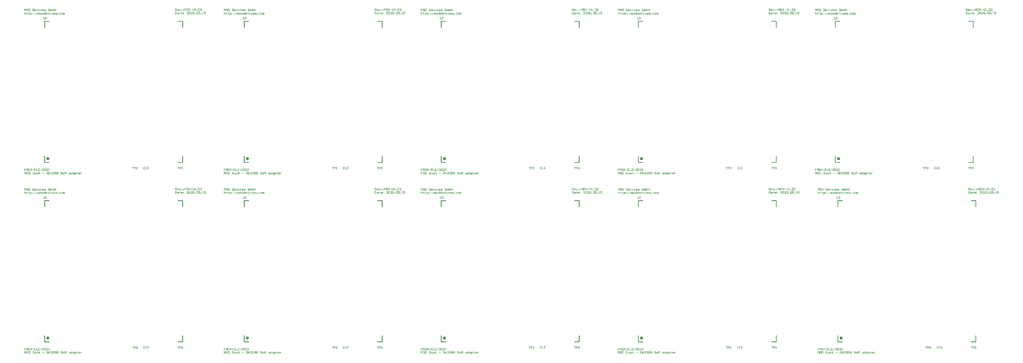
<source format=gto>
%MOIN*%
%OFA0B0*%
%FSLAX44Y44*%
%IPPOS*%
%LPD*%
G36*
X00009865Y00007789D02*
G01*
X00009901Y00007795D01*
X00009934Y00007811D01*
X00009960Y00007836D01*
X00009977Y00007870D01*
X00009983Y00007907D01*
X00009977Y00007943D01*
X00009960Y00007976D01*
X00009934Y00008002D01*
X00009901Y00008018D01*
X00009865Y00008025D01*
X00009828Y00008018D01*
X00009795Y00008002D01*
X00009769Y00007976D01*
X00009752Y00007943D01*
X00009747Y00007907D01*
X00009752Y00007870D01*
X00009769Y00007836D01*
X00009795Y00007811D01*
X00009828Y00007795D01*
X00009865Y00007789D01*
G37*
G36*
X00009865Y00007789D02*
G01*
X00009901Y00007795D01*
X00009934Y00007811D01*
X00009960Y00007836D01*
X00009977Y00007870D01*
X00009983Y00007907D01*
X00009980Y00007931D01*
X00009975Y00007967D01*
X00009958Y00008000D01*
X00009932Y00008026D01*
X00009899Y00008043D01*
X00009862Y00008048D01*
X00009826Y00008043D01*
X00009793Y00008026D01*
X00009767Y00008000D01*
X00009750Y00007967D01*
X00009744Y00007931D01*
X00009747Y00007907D01*
X00009752Y00007870D01*
X00009769Y00007836D01*
X00009795Y00007811D01*
X00009828Y00007795D01*
X00009865Y00007789D01*
G37*
G36*
X00009862Y00007813D02*
G01*
X00009899Y00007819D01*
X00009932Y00007834D01*
X00009958Y00007862D01*
X00009975Y00007894D01*
X00009980Y00007931D01*
X00009975Y00007967D01*
X00009967Y00007990D01*
X00009950Y00008023D01*
X00009924Y00008048D01*
X00009891Y00008066D01*
X00009854Y00008072D01*
X00009818Y00008066D01*
X00009785Y00008048D01*
X00009759Y00008023D01*
X00009742Y00007990D01*
X00009736Y00007954D01*
X00009742Y00007917D01*
X00009750Y00007894D01*
X00009767Y00007862D01*
X00009793Y00007834D01*
X00009826Y00007819D01*
X00009862Y00007813D01*
G37*
G36*
X00009854Y00007835D02*
G01*
X00009891Y00007842D01*
X00009924Y00007858D01*
X00009950Y00007884D01*
X00009967Y00007917D01*
X00009973Y00007954D01*
X00009967Y00007990D01*
X00009950Y00008023D01*
X00009938Y00008044D01*
X00009911Y00008070D01*
X00009878Y00008087D01*
X00009842Y00008093D01*
X00009806Y00008087D01*
X00009773Y00008070D01*
X00009746Y00008044D01*
X00009730Y00008011D01*
X00009724Y00007975D01*
X00009730Y00007937D01*
X00009746Y00007905D01*
X00009759Y00007884D01*
X00009785Y00007858D01*
X00009818Y00007842D01*
X00009854Y00007835D01*
G37*
G36*
X00009842Y00007856D02*
G01*
X00009878Y00007862D01*
X00009911Y00007879D01*
X00009938Y00007905D01*
X00009954Y00007937D01*
X00009960Y00007975D01*
X00009954Y00008011D01*
X00009938Y00008044D01*
X00009921Y00008062D01*
X00009895Y00008088D01*
X00009862Y00008104D01*
X00009825Y00008110D01*
X00009789Y00008104D01*
X00009756Y00008088D01*
X00009730Y00008062D01*
X00009713Y00008028D01*
X00009707Y00007992D01*
X00009713Y00007956D01*
X00009730Y00007923D01*
X00009746Y00007905D01*
X00009773Y00007879D01*
X00009806Y00007862D01*
X00009842Y00007856D01*
G37*
G36*
X00009825Y00007874D02*
G01*
X00009862Y00007880D01*
X00009895Y00007896D01*
X00009921Y00007923D01*
X00009938Y00007956D01*
X00009943Y00007992D01*
X00009938Y00008028D01*
X00009921Y00008062D01*
X00009895Y00008088D01*
X00009875Y00008101D01*
X00009842Y00008118D01*
X00009805Y00008124D01*
X00009769Y00008118D01*
X00009736Y00008101D01*
X00009710Y00008075D01*
X00009693Y00008042D01*
X00009687Y00008006D01*
X00009693Y00007969D01*
X00009710Y00007936D01*
X00009736Y00007910D01*
X00009756Y00007896D01*
X00009789Y00007880D01*
X00009825Y00007874D01*
G37*
G36*
X00009805Y00007887D02*
G01*
X00009842Y00007893D01*
X00009875Y00007910D01*
X00009901Y00007936D01*
X00009918Y00007969D01*
X00009923Y00008006D01*
X00009918Y00008042D01*
X00009901Y00008075D01*
X00009875Y00008101D01*
X00009842Y00008118D01*
X00009819Y00008127D01*
X00009783Y00008133D01*
X00009746Y00008127D01*
X00009713Y00008110D01*
X00009687Y00008084D01*
X00009671Y00008051D01*
X00009665Y00008015D01*
X00009671Y00007977D01*
X00009687Y00007945D01*
X00009713Y00007919D01*
X00009746Y00007902D01*
X00009769Y00007893D01*
X00009805Y00007887D01*
G37*
G36*
X00009783Y00007896D02*
G01*
X00009819Y00007902D01*
X00009852Y00007919D01*
X00009878Y00007945D01*
X00009895Y00007977D01*
X00009901Y00008015D01*
X00009895Y00008051D01*
X00009878Y00008084D01*
X00009852Y00008110D01*
X00009819Y00008127D01*
X00009796Y00008131D01*
X00009759Y00008137D01*
X00009723Y00008131D01*
X00009690Y00008114D01*
X00009664Y00008088D01*
X00009647Y00008055D01*
X00009641Y00008018D01*
X00009647Y00007982D01*
X00009664Y00007949D01*
X00009690Y00007923D01*
X00009723Y00007906D01*
X00009746Y00007902D01*
X00009783Y00007896D01*
G37*
G36*
X00009735Y00007899D02*
G01*
X00009759Y00007900D01*
X00009796Y00007906D01*
X00009828Y00007923D01*
X00009855Y00007949D01*
X00009871Y00007982D01*
X00009877Y00008018D01*
X00009871Y00008055D01*
X00009855Y00008088D01*
X00009828Y00008114D01*
X00009796Y00008131D01*
X00009759Y00008137D01*
X00009735Y00008135D01*
X00009698Y00008129D01*
X00009665Y00008113D01*
X00009639Y00008087D01*
X00009623Y00008054D01*
X00009617Y00008016D01*
X00009623Y00007981D01*
X00009639Y00007947D01*
X00009665Y00007922D01*
X00009698Y00007905D01*
X00009735Y00007899D01*
G37*
G36*
X00009712Y00007893D02*
G01*
X00009748Y00007897D01*
X00009771Y00007905D01*
X00009804Y00007922D01*
X00009830Y00007947D01*
X00009847Y00007981D01*
X00009853Y00008016D01*
X00009847Y00008054D01*
X00009830Y00008087D01*
X00009804Y00008113D01*
X00009771Y00008129D01*
X00009735Y00008135D01*
X00009698Y00008129D01*
X00009675Y00008123D01*
X00009642Y00008106D01*
X00009616Y00008080D01*
X00009599Y00008047D01*
X00009594Y00008011D01*
X00009599Y00007974D01*
X00009616Y00007941D01*
X00009642Y00007915D01*
X00009675Y00007897D01*
X00009712Y00007893D01*
G37*
G36*
X00009690Y00007881D02*
G01*
X00009727Y00007887D01*
X00009760Y00007904D01*
X00009781Y00007915D01*
X00009807Y00007941D01*
X00009824Y00007974D01*
X00009830Y00008011D01*
X00009824Y00008047D01*
X00009807Y00008080D01*
X00009781Y00008106D01*
X00009748Y00008123D01*
X00009712Y00008129D01*
X00009675Y00008123D01*
X00009642Y00008106D01*
X00009621Y00008095D01*
X00009595Y00008068D01*
X00009578Y00008036D01*
X00009572Y00007999D01*
X00009578Y00007963D01*
X00009595Y00007930D01*
X00009621Y00007904D01*
X00009654Y00007887D01*
X00009690Y00007881D01*
G37*
G36*
X00009672Y00007865D02*
G01*
X00009708Y00007871D01*
X00009741Y00007887D01*
X00009760Y00007904D01*
X00009786Y00007930D01*
X00009803Y00007963D01*
X00009808Y00007999D01*
X00009803Y00008036D01*
X00009786Y00008068D01*
X00009760Y00008095D01*
X00009727Y00008112D01*
X00009690Y00008118D01*
X00009654Y00008112D01*
X00009621Y00008095D01*
X00009602Y00008078D01*
X00009576Y00008053D01*
X00009560Y00008020D01*
X00009554Y00007984D01*
X00009560Y00007947D01*
X00009576Y00007914D01*
X00009602Y00007887D01*
X00009635Y00007871D01*
X00009672Y00007865D01*
G37*
G36*
X00009657Y00007846D02*
G01*
X00009694Y00007852D01*
X00009727Y00007869D01*
X00009753Y00007895D01*
X00009767Y00007914D01*
X00009784Y00007947D01*
X00009790Y00007984D01*
X00009784Y00008020D01*
X00009767Y00008053D01*
X00009741Y00008078D01*
X00009708Y00008096D01*
X00009672Y00008102D01*
X00009635Y00008096D01*
X00009602Y00008078D01*
X00009576Y00008053D01*
X00009562Y00008034D01*
X00009545Y00008001D01*
X00009539Y00007965D01*
X00009545Y00007927D01*
X00009562Y00007895D01*
X00009588Y00007869D01*
X00009621Y00007852D01*
X00009657Y00007846D01*
G37*
G36*
X00009647Y00007825D02*
G01*
X00009684Y00007830D01*
X00009716Y00007846D01*
X00009743Y00007873D01*
X00009759Y00007906D01*
X00009770Y00007927D01*
X00009775Y00007965D01*
X00009770Y00008001D01*
X00009753Y00008034D01*
X00009727Y00008060D01*
X00009694Y00008077D01*
X00009657Y00008083D01*
X00009621Y00008077D01*
X00009588Y00008060D01*
X00009562Y00008034D01*
X00009545Y00008001D01*
X00009535Y00007979D01*
X00009529Y00007943D01*
X00009535Y00007906D01*
X00009552Y00007873D01*
X00009578Y00007846D01*
X00009611Y00007830D01*
X00009647Y00007825D01*
G37*
G36*
X00009642Y00007801D02*
G01*
X00009678Y00007806D01*
X00009711Y00007823D01*
X00009737Y00007850D01*
X00009754Y00007882D01*
X00009759Y00007906D01*
X00009765Y00007943D01*
X00009759Y00007979D01*
X00009743Y00008012D01*
X00009716Y00008038D01*
X00009684Y00008055D01*
X00009647Y00008061D01*
X00009611Y00008055D01*
X00009578Y00008038D01*
X00009552Y00008012D01*
X00009535Y00007979D01*
X00009530Y00007955D01*
X00009524Y00007919D01*
X00009530Y00007882D01*
X00009546Y00007850D01*
X00009572Y00007823D01*
X00009605Y00007806D01*
X00009642Y00007801D01*
G37*
G36*
X00009642Y00007776D02*
G01*
X00009678Y00007782D01*
X00009711Y00007799D01*
X00009737Y00007825D01*
X00009754Y00007858D01*
X00009760Y00007895D01*
X00009760Y00007919D01*
X00009754Y00007955D01*
X00009737Y00007987D01*
X00009711Y00008015D01*
X00009678Y00008031D01*
X00009642Y00008037D01*
X00009605Y00008031D01*
X00009572Y00008015D01*
X00009546Y00007987D01*
X00009530Y00007955D01*
X00009524Y00007919D01*
X00009524Y00007895D01*
X00009530Y00007858D01*
X00009546Y00007825D01*
X00009572Y00007799D01*
X00009605Y00007782D01*
X00009642Y00007776D01*
G37*
G36*
X00009647Y00007753D02*
G01*
X00009684Y00007759D01*
X00009716Y00007775D01*
X00009743Y00007802D01*
X00009759Y00007834D01*
X00009765Y00007871D01*
X00009759Y00007907D01*
X00009754Y00007931D01*
X00009737Y00007964D01*
X00009711Y00007990D01*
X00009678Y00008007D01*
X00009642Y00008013D01*
X00009605Y00008007D01*
X00009572Y00007990D01*
X00009546Y00007964D01*
X00009530Y00007931D01*
X00009524Y00007895D01*
X00009530Y00007858D01*
X00009535Y00007834D01*
X00009552Y00007802D01*
X00009578Y00007775D01*
X00009611Y00007759D01*
X00009647Y00007753D01*
G37*
G36*
X00009657Y00007731D02*
G01*
X00009694Y00007737D01*
X00009727Y00007754D01*
X00009753Y00007780D01*
X00009770Y00007813D01*
X00009775Y00007849D01*
X00009770Y00007886D01*
X00009759Y00007907D01*
X00009743Y00007941D01*
X00009716Y00007967D01*
X00009684Y00007984D01*
X00009647Y00007989D01*
X00009611Y00007984D01*
X00009578Y00007967D01*
X00009552Y00007941D01*
X00009535Y00007907D01*
X00009529Y00007871D01*
X00009535Y00007834D01*
X00009545Y00007813D01*
X00009562Y00007780D01*
X00009588Y00007754D01*
X00009621Y00007737D01*
X00009657Y00007731D01*
G37*
G36*
X00009672Y00007712D02*
G01*
X00009708Y00007718D01*
X00009741Y00007734D01*
X00009767Y00007761D01*
X00009784Y00007794D01*
X00009790Y00007830D01*
X00009784Y00007866D01*
X00009767Y00007899D01*
X00009753Y00007919D01*
X00009727Y00007945D01*
X00009694Y00007962D01*
X00009657Y00007967D01*
X00009621Y00007962D01*
X00009588Y00007945D01*
X00009562Y00007919D01*
X00009545Y00007886D01*
X00009539Y00007849D01*
X00009545Y00007813D01*
X00009562Y00007780D01*
X00009576Y00007761D01*
X00009602Y00007734D01*
X00009635Y00007718D01*
X00009672Y00007712D01*
G37*
G36*
X00009690Y00007695D02*
G01*
X00009727Y00007702D01*
X00009760Y00007719D01*
X00009786Y00007744D01*
X00009803Y00007778D01*
X00009808Y00007814D01*
X00009803Y00007851D01*
X00009786Y00007884D01*
X00009760Y00007910D01*
X00009741Y00007925D01*
X00009708Y00007942D01*
X00009672Y00007947D01*
X00009635Y00007942D01*
X00009602Y00007925D01*
X00009576Y00007899D01*
X00009560Y00007866D01*
X00009554Y00007830D01*
X00009560Y00007794D01*
X00009576Y00007761D01*
X00009602Y00007734D01*
X00009621Y00007719D01*
X00009654Y00007702D01*
X00009690Y00007695D01*
G37*
G36*
X00009712Y00007684D02*
G01*
X00009748Y00007691D01*
X00009781Y00007707D01*
X00009807Y00007734D01*
X00009824Y00007766D01*
X00009830Y00007803D01*
X00009824Y00007840D01*
X00009807Y00007872D01*
X00009781Y00007899D01*
X00009760Y00007910D01*
X00009727Y00007926D01*
X00009690Y00007932D01*
X00009654Y00007926D01*
X00009621Y00007910D01*
X00009595Y00007884D01*
X00009578Y00007851D01*
X00009572Y00007814D01*
X00009578Y00007778D01*
X00009595Y00007744D01*
X00009621Y00007719D01*
X00009642Y00007707D01*
X00009675Y00007691D01*
X00009712Y00007684D01*
G37*
G36*
X00009735Y00007678D02*
G01*
X00009771Y00007683D01*
X00009804Y00007701D01*
X00009830Y00007727D01*
X00009847Y00007760D01*
X00009853Y00007796D01*
X00009847Y00007833D01*
X00009830Y00007865D01*
X00009804Y00007892D01*
X00009771Y00007909D01*
X00009748Y00007915D01*
X00009712Y00007921D01*
X00009675Y00007915D01*
X00009642Y00007899D01*
X00009616Y00007872D01*
X00009599Y00007840D01*
X00009594Y00007803D01*
X00009599Y00007766D01*
X00009616Y00007734D01*
X00009642Y00007707D01*
X00009675Y00007691D01*
X00009698Y00007683D01*
X00009735Y00007678D01*
G37*
G36*
X00009759Y00007677D02*
G01*
X00009796Y00007682D01*
X00009828Y00007700D01*
X00009855Y00007725D01*
X00009871Y00007759D01*
X00009877Y00007795D01*
X00009871Y00007832D01*
X00009855Y00007864D01*
X00009828Y00007891D01*
X00009796Y00007907D01*
X00009759Y00007913D01*
X00009735Y00007915D01*
X00009698Y00007909D01*
X00009665Y00007892D01*
X00009639Y00007865D01*
X00009623Y00007833D01*
X00009617Y00007796D01*
X00009623Y00007760D01*
X00009639Y00007727D01*
X00009665Y00007701D01*
X00009698Y00007683D01*
X00009735Y00007678D01*
X00009759Y00007677D01*
G37*
G36*
X00009759Y00007677D02*
G01*
X00009796Y00007682D01*
X00009819Y00007687D01*
X00009852Y00007704D01*
X00009878Y00007730D01*
X00009895Y00007763D01*
X00009901Y00007799D01*
X00009895Y00007835D01*
X00009878Y00007869D01*
X00009852Y00007895D01*
X00009819Y00007911D01*
X00009783Y00007917D01*
X00009746Y00007911D01*
X00009723Y00007907D01*
X00009690Y00007891D01*
X00009664Y00007864D01*
X00009647Y00007832D01*
X00009641Y00007795D01*
X00009647Y00007759D01*
X00009664Y00007725D01*
X00009690Y00007700D01*
X00009723Y00007682D01*
X00009759Y00007677D01*
G37*
G36*
X00009783Y00007681D02*
G01*
X00009819Y00007687D01*
X00009842Y00007695D01*
X00009875Y00007712D01*
X00009901Y00007739D01*
X00009918Y00007772D01*
X00009923Y00007808D01*
X00009918Y00007845D01*
X00009901Y00007877D01*
X00009875Y00007904D01*
X00009842Y00007920D01*
X00009805Y00007925D01*
X00009769Y00007920D01*
X00009746Y00007911D01*
X00009713Y00007895D01*
X00009687Y00007869D01*
X00009671Y00007835D01*
X00009665Y00007799D01*
X00009671Y00007763D01*
X00009687Y00007730D01*
X00009713Y00007704D01*
X00009746Y00007687D01*
X00009783Y00007681D01*
G37*
G36*
X00009805Y00007690D02*
G01*
X00009842Y00007695D01*
X00009875Y00007712D01*
X00009895Y00007725D01*
X00009921Y00007752D01*
X00009938Y00007785D01*
X00009943Y00007822D01*
X00009938Y00007858D01*
X00009921Y00007891D01*
X00009895Y00007917D01*
X00009862Y00007934D01*
X00009825Y00007940D01*
X00009789Y00007934D01*
X00009756Y00007917D01*
X00009736Y00007904D01*
X00009710Y00007877D01*
X00009693Y00007845D01*
X00009687Y00007808D01*
X00009693Y00007772D01*
X00009710Y00007739D01*
X00009736Y00007712D01*
X00009769Y00007695D01*
X00009805Y00007690D01*
G37*
G36*
X00009825Y00007704D02*
G01*
X00009862Y00007709D01*
X00009895Y00007725D01*
X00009921Y00007752D01*
X00009938Y00007770D01*
X00009954Y00007803D01*
X00009960Y00007839D01*
X00009954Y00007876D01*
X00009938Y00007909D01*
X00009911Y00007935D01*
X00009878Y00007952D01*
X00009842Y00007956D01*
X00009806Y00007952D01*
X00009773Y00007935D01*
X00009746Y00007909D01*
X00009730Y00007891D01*
X00009713Y00007858D01*
X00009707Y00007822D01*
X00009713Y00007785D01*
X00009730Y00007752D01*
X00009756Y00007725D01*
X00009789Y00007709D01*
X00009825Y00007704D01*
G37*
G36*
X00009842Y00007721D02*
G01*
X00009878Y00007727D01*
X00009911Y00007743D01*
X00009938Y00007770D01*
X00009950Y00007791D01*
X00009967Y00007823D01*
X00009973Y00007860D01*
X00009967Y00007895D01*
X00009950Y00007929D01*
X00009924Y00007956D01*
X00009891Y00007972D01*
X00009854Y00007977D01*
X00009818Y00007972D01*
X00009785Y00007956D01*
X00009759Y00007929D01*
X00009746Y00007909D01*
X00009730Y00007876D01*
X00009724Y00007839D01*
X00009730Y00007803D01*
X00009746Y00007770D01*
X00009773Y00007743D01*
X00009806Y00007727D01*
X00009842Y00007721D01*
G37*
G36*
X00009854Y00007742D02*
G01*
X00009891Y00007748D01*
X00009924Y00007764D01*
X00009950Y00007791D01*
X00009967Y00007823D01*
X00009975Y00007846D01*
X00009980Y00007883D01*
X00009975Y00007919D01*
X00009958Y00007952D01*
X00009932Y00007977D01*
X00009899Y00007995D01*
X00009862Y00008001D01*
X00009826Y00007995D01*
X00009793Y00007977D01*
X00009767Y00007952D01*
X00009750Y00007919D01*
X00009742Y00007895D01*
X00009736Y00007860D01*
X00009742Y00007823D01*
X00009759Y00007791D01*
X00009785Y00007764D01*
X00009818Y00007748D01*
X00009854Y00007742D01*
G37*
G36*
X00009862Y00007765D02*
G01*
X00009899Y00007771D01*
X00009932Y00007786D01*
X00009958Y00007813D01*
X00009975Y00007846D01*
X00009980Y00007883D01*
X00009983Y00007907D01*
X00009977Y00007943D01*
X00009960Y00007976D01*
X00009934Y00008002D01*
X00009901Y00008018D01*
X00009865Y00008025D01*
X00009828Y00008018D01*
X00009795Y00008002D01*
X00009769Y00007976D01*
X00009752Y00007943D01*
X00009747Y00007907D01*
X00009744Y00007883D01*
X00009750Y00007846D01*
X00009767Y00007813D01*
X00009793Y00007786D01*
X00009826Y00007771D01*
X00009862Y00007765D01*
G37*
G36*
X00030752Y00007248D02*
G01*
X00030770Y00007251D01*
X00030787Y00007258D01*
X00030800Y00007272D01*
X00030808Y00007288D01*
X00030811Y00007307D01*
X00030808Y00007325D01*
X00030800Y00007342D01*
X00030787Y00007355D01*
X00030770Y00007363D01*
X00030752Y00007366D01*
X00030052Y00007366D01*
X00030034Y00007363D01*
X00030017Y00007355D01*
X00030003Y00007342D01*
X00029996Y00007325D01*
X00029993Y00007307D01*
X00029996Y00007288D01*
X00030003Y00007272D01*
X00030017Y00007258D01*
X00030034Y00007251D01*
X00030052Y00007248D01*
X00030752Y00007248D01*
G37*
G36*
X00030752Y00007248D02*
G01*
X00030770Y00007251D01*
X00030787Y00007258D01*
X00030800Y00007272D01*
X00030808Y00007288D01*
X00030811Y00007307D01*
X00030811Y00008257D01*
X00030808Y00008275D01*
X00030800Y00008292D01*
X00030787Y00008305D01*
X00030770Y00008313D01*
X00030752Y00008316D01*
X00030734Y00008313D01*
X00030717Y00008305D01*
X00030703Y00008292D01*
X00030696Y00008275D01*
X00030692Y00008257D01*
X00030692Y00007307D01*
X00030696Y00007288D01*
X00030703Y00007272D01*
X00030717Y00007258D01*
X00030734Y00007251D01*
X00030752Y00007248D01*
G37*
G36*
X00009953Y00029247D02*
G01*
X00009971Y00029250D01*
X00009988Y00029258D01*
X00010001Y00029270D01*
X00010008Y00029287D01*
X00010012Y00029306D01*
X00010008Y00029324D01*
X00010001Y00029341D01*
X00009988Y00029354D01*
X00009971Y00029362D01*
X00009953Y00029364D01*
X00009253Y00029364D01*
X00009235Y00029362D01*
X00009218Y00029354D01*
X00009205Y00029341D01*
X00009197Y00029324D01*
X00009194Y00029306D01*
X00009197Y00029287D01*
X00009205Y00029270D01*
X00009218Y00029258D01*
X00009235Y00029250D01*
X00009253Y00029247D01*
X00009953Y00029247D01*
G37*
G36*
X00009253Y00028297D02*
G01*
X00009271Y00028299D01*
X00009288Y00028307D01*
X00009301Y00028321D01*
X00009309Y00028338D01*
X00009312Y00028356D01*
X00009312Y00029306D01*
X00009309Y00029324D01*
X00009301Y00029341D01*
X00009288Y00029354D01*
X00009271Y00029362D01*
X00009253Y00029364D01*
X00009235Y00029362D01*
X00009218Y00029354D01*
X00009205Y00029341D01*
X00009197Y00029324D01*
X00009194Y00029306D01*
X00009194Y00028356D01*
X00009197Y00028338D01*
X00009205Y00028321D01*
X00009218Y00028307D01*
X00009235Y00028299D01*
X00009253Y00028297D01*
G37*
G36*
X00030752Y00029247D02*
G01*
X00030770Y00029250D01*
X00030787Y00029258D01*
X00030800Y00029270D01*
X00030808Y00029287D01*
X00030811Y00029306D01*
X00030808Y00029324D01*
X00030800Y00029341D01*
X00030787Y00029354D01*
X00030770Y00029362D01*
X00030752Y00029364D01*
X00030052Y00029364D01*
X00030034Y00029362D01*
X00030017Y00029354D01*
X00030003Y00029341D01*
X00029996Y00029324D01*
X00029993Y00029306D01*
X00029996Y00029287D01*
X00030003Y00029270D01*
X00030017Y00029258D01*
X00030034Y00029250D01*
X00030052Y00029247D01*
X00030752Y00029247D01*
G37*
G36*
X00030752Y00028297D02*
G01*
X00030770Y00028299D01*
X00030787Y00028307D01*
X00030800Y00028321D01*
X00030808Y00028338D01*
X00030811Y00028356D01*
X00030811Y00029306D01*
X00030808Y00029324D01*
X00030800Y00029341D01*
X00030787Y00029354D01*
X00030770Y00029362D01*
X00030752Y00029364D01*
X00030734Y00029362D01*
X00030717Y00029354D01*
X00030703Y00029341D01*
X00030696Y00029324D01*
X00030692Y00029306D01*
X00030692Y00028356D01*
X00030696Y00028338D01*
X00030703Y00028321D01*
X00030717Y00028307D01*
X00030734Y00028299D01*
X00030752Y00028297D01*
G37*
G36*
X00009253Y00007248D02*
G01*
X00009271Y00007251D01*
X00009288Y00007258D01*
X00009301Y00007272D01*
X00009309Y00007288D01*
X00009312Y00007307D01*
X00009312Y00008257D01*
X00009309Y00008275D01*
X00009301Y00008292D01*
X00009288Y00008305D01*
X00009271Y00008313D01*
X00009253Y00008316D01*
X00009235Y00008313D01*
X00009218Y00008305D01*
X00009205Y00008292D01*
X00009197Y00008275D01*
X00009194Y00008257D01*
X00009194Y00007307D01*
X00009197Y00007288D01*
X00009205Y00007272D01*
X00009218Y00007258D01*
X00009235Y00007251D01*
X00009253Y00007248D01*
G37*
G36*
X00009953Y00007248D02*
G01*
X00009971Y00007251D01*
X00009988Y00007258D01*
X00010001Y00007272D01*
X00010008Y00007288D01*
X00010012Y00007307D01*
X00010008Y00007325D01*
X00010001Y00007342D01*
X00009988Y00007355D01*
X00009971Y00007363D01*
X00009953Y00007366D01*
X00009253Y00007366D01*
X00009235Y00007363D01*
X00009218Y00007355D01*
X00009205Y00007342D01*
X00009197Y00007325D01*
X00009194Y00007307D01*
X00009197Y00007288D01*
X00009205Y00007272D01*
X00009218Y00007258D01*
X00009235Y00007251D01*
X00009253Y00007248D01*
X00009953Y00007248D01*
G37*
G36*
X00029629Y00030921D02*
G01*
X00029638Y00030923D01*
X00029646Y00030926D01*
X00029653Y00030932D01*
X00029657Y00030942D01*
X00029659Y00030951D01*
X00029659Y00031266D01*
X00029657Y00031275D01*
X00029653Y00031283D01*
X00029646Y00031290D01*
X00029638Y00031294D01*
X00029629Y00031295D01*
X00029620Y00031294D01*
X00029612Y00031290D01*
X00029604Y00031283D01*
X00029600Y00031275D01*
X00029600Y00031266D01*
X00029600Y00030951D01*
X00029600Y00030942D01*
X00029604Y00030932D01*
X00029612Y00030926D01*
X00029620Y00030923D01*
X00029629Y00030921D01*
G37*
G36*
X00029787Y00031236D02*
G01*
X00029796Y00031237D01*
X00029804Y00031242D01*
X00029810Y00031248D01*
X00029815Y00031256D01*
X00029815Y00031266D01*
X00029815Y00031275D01*
X00029810Y00031283D01*
X00029804Y00031290D01*
X00029796Y00031294D01*
X00029787Y00031295D01*
X00029629Y00031295D01*
X00029620Y00031294D01*
X00029612Y00031290D01*
X00029604Y00031283D01*
X00029600Y00031275D01*
X00029600Y00031266D01*
X00029600Y00031256D01*
X00029604Y00031248D01*
X00029612Y00031242D01*
X00029620Y00031237D01*
X00029629Y00031236D01*
X00029787Y00031236D01*
G37*
G36*
X00029839Y00031184D02*
G01*
X00029848Y00031184D01*
X00029855Y00031188D01*
X00029863Y00031196D01*
X00029867Y00031204D01*
X00029869Y00031213D01*
X00029867Y00031222D01*
X00029863Y00031230D01*
X00029855Y00031237D01*
X00029810Y00031283D01*
X00029810Y00031283D01*
X00029804Y00031290D01*
X00029796Y00031294D01*
X00029787Y00031295D01*
X00029777Y00031294D01*
X00029769Y00031290D01*
X00029763Y00031283D01*
X00029758Y00031275D01*
X00029756Y00031266D01*
X00029758Y00031256D01*
X00029763Y00031248D01*
X00029815Y00031196D01*
X00029822Y00031188D01*
X00029830Y00031184D01*
X00029839Y00031184D01*
G37*
G36*
X00029839Y00031079D02*
G01*
X00029848Y00031080D01*
X00029855Y00031084D01*
X00029863Y00031091D01*
X00029867Y00031099D01*
X00029869Y00031107D01*
X00029869Y00031213D01*
X00029867Y00031222D01*
X00029863Y00031230D01*
X00029855Y00031237D01*
X00029848Y00031241D01*
X00029839Y00031243D01*
X00029830Y00031241D01*
X00029822Y00031237D01*
X00029815Y00031230D01*
X00029811Y00031222D01*
X00029809Y00031213D01*
X00029809Y00031107D01*
X00029811Y00031099D01*
X00029815Y00031091D01*
X00029822Y00031084D01*
X00029830Y00031080D01*
X00029839Y00031079D01*
G37*
G36*
X00029787Y00031025D02*
G01*
X00029796Y00031027D01*
X00029804Y00031032D01*
X00029863Y00031091D01*
X00029867Y00031099D01*
X00029869Y00031107D01*
X00029867Y00031117D01*
X00029863Y00031126D01*
X00029855Y00031132D01*
X00029848Y00031136D01*
X00029839Y00031138D01*
X00029830Y00031136D01*
X00029822Y00031132D01*
X00029763Y00031072D01*
X00029758Y00031064D01*
X00029756Y00031056D01*
X00029758Y00031046D01*
X00029763Y00031038D01*
X00029769Y00031032D01*
X00029777Y00031027D01*
X00029787Y00031025D01*
G37*
G36*
X00029787Y00031025D02*
G01*
X00029796Y00031027D01*
X00029804Y00031032D01*
X00029810Y00031038D01*
X00029815Y00031046D01*
X00029815Y00031056D01*
X00029815Y00031064D01*
X00029810Y00031072D01*
X00029804Y00031080D01*
X00029796Y00031084D01*
X00029787Y00031085D01*
X00029629Y00031085D01*
X00029620Y00031084D01*
X00029612Y00031080D01*
X00029604Y00031072D01*
X00029600Y00031064D01*
X00029600Y00031056D01*
X00029600Y00031046D01*
X00029604Y00031038D01*
X00029612Y00031032D01*
X00029620Y00031027D01*
X00029629Y00031025D01*
X00029787Y00031025D01*
G37*
G36*
X00029839Y00030921D02*
G01*
X00029848Y00030923D01*
X00029855Y00030926D01*
X00029863Y00030932D01*
X00029867Y00030942D01*
X00029869Y00030951D01*
X00029867Y00030960D01*
X00029863Y00030968D01*
X00029751Y00031080D01*
X00029743Y00031084D01*
X00029734Y00031085D01*
X00029724Y00031084D01*
X00029716Y00031080D01*
X00029710Y00031072D01*
X00029706Y00031064D01*
X00029704Y00031056D01*
X00029706Y00031046D01*
X00029710Y00031038D01*
X00029822Y00030926D01*
X00029830Y00030923D01*
X00029839Y00030921D01*
G37*
G36*
X00030100Y00030921D02*
G01*
X00030111Y00030923D01*
X00030118Y00030926D01*
X00030125Y00030932D01*
X00030129Y00030942D01*
X00030131Y00030951D01*
X00030129Y00030960D01*
X00030125Y00030968D01*
X00030118Y00030975D01*
X00030111Y00030979D01*
X00030100Y00030979D01*
X00029996Y00030979D01*
X00029987Y00030979D01*
X00029979Y00030975D01*
X00029972Y00030968D01*
X00029968Y00030960D01*
X00029967Y00030951D01*
X00029968Y00030942D01*
X00029972Y00030932D01*
X00029979Y00030926D01*
X00029987Y00030923D01*
X00029996Y00030921D01*
X00030100Y00030921D01*
G37*
G36*
X00029996Y00030921D02*
G01*
X00030006Y00030923D01*
X00030014Y00030926D01*
X00030019Y00030932D01*
X00030024Y00030942D01*
X00030026Y00030951D01*
X00030024Y00030960D01*
X00030019Y00030968D01*
X00030014Y00030975D01*
X00029960Y00031027D01*
X00029953Y00031031D01*
X00029944Y00031033D01*
X00029935Y00031031D01*
X00029927Y00031027D01*
X00029920Y00031021D01*
X00029916Y00031012D01*
X00029914Y00031003D01*
X00029916Y00030994D01*
X00029920Y00030985D01*
X00029927Y00030979D01*
X00029979Y00030926D01*
X00029987Y00030923D01*
X00029996Y00030921D01*
G37*
G36*
X00029944Y00030974D02*
G01*
X00029953Y00030975D01*
X00029960Y00030979D01*
X00029968Y00030985D01*
X00029972Y00030994D01*
X00029972Y00031003D01*
X00029972Y00031107D01*
X00029972Y00031117D01*
X00029968Y00031126D01*
X00029960Y00031132D01*
X00029953Y00031136D01*
X00029944Y00031138D01*
X00029935Y00031136D01*
X00029927Y00031132D01*
X00029920Y00031126D01*
X00029916Y00031117D01*
X00029914Y00031107D01*
X00029914Y00031003D01*
X00029916Y00030994D01*
X00029920Y00030985D01*
X00029927Y00030979D01*
X00029935Y00030975D01*
X00029944Y00030974D01*
G37*
G36*
X00029944Y00031079D02*
G01*
X00029953Y00031080D01*
X00029960Y00031084D01*
X00030014Y00031137D01*
X00030019Y00031143D01*
X00030024Y00031151D01*
X00030026Y00031161D01*
X00030024Y00031170D01*
X00030019Y00031178D01*
X00030014Y00031184D01*
X00030006Y00031188D01*
X00029996Y00031190D01*
X00029987Y00031188D01*
X00029979Y00031184D01*
X00029927Y00031132D01*
X00029920Y00031126D01*
X00029916Y00031117D01*
X00029914Y00031107D01*
X00029916Y00031099D01*
X00029920Y00031091D01*
X00029927Y00031084D01*
X00029935Y00031080D01*
X00029944Y00031079D01*
G37*
G36*
X00030100Y00031131D02*
G01*
X00030111Y00031132D01*
X00030118Y00031137D01*
X00030125Y00031143D01*
X00030129Y00031151D01*
X00030131Y00031161D01*
X00030129Y00031170D01*
X00030125Y00031178D01*
X00030118Y00031184D01*
X00030111Y00031188D01*
X00030100Y00031190D01*
X00029996Y00031190D01*
X00029987Y00031188D01*
X00029979Y00031184D01*
X00029972Y00031178D01*
X00029968Y00031170D01*
X00029967Y00031161D01*
X00029968Y00031151D01*
X00029972Y00031143D01*
X00029979Y00031137D01*
X00029987Y00031132D01*
X00029996Y00031131D01*
X00030100Y00031131D01*
G37*
G36*
X00030154Y00031079D02*
G01*
X00030163Y00031080D01*
X00030171Y00031084D01*
X00030177Y00031091D01*
X00030181Y00031099D01*
X00030183Y00031107D01*
X00030181Y00031117D01*
X00030177Y00031126D01*
X00030118Y00031184D01*
X00030111Y00031188D01*
X00030100Y00031190D01*
X00030092Y00031188D01*
X00030084Y00031184D01*
X00030077Y00031178D01*
X00030073Y00031170D01*
X00030072Y00031161D01*
X00030073Y00031151D01*
X00030077Y00031143D01*
X00030135Y00031084D01*
X00030145Y00031080D01*
X00030154Y00031079D01*
G37*
G36*
X00030154Y00031025D02*
G01*
X00030163Y00031027D01*
X00030171Y00031032D01*
X00030177Y00031038D01*
X00030181Y00031046D01*
X00030183Y00031056D01*
X00030183Y00031107D01*
X00030181Y00031117D01*
X00030177Y00031126D01*
X00030171Y00031132D01*
X00030163Y00031136D01*
X00030154Y00031138D01*
X00030145Y00031136D01*
X00030135Y00031132D01*
X00030130Y00031126D01*
X00030126Y00031117D01*
X00030123Y00031107D01*
X00030123Y00031056D01*
X00030126Y00031046D01*
X00030130Y00031038D01*
X00030135Y00031032D01*
X00030145Y00031027D01*
X00030154Y00031025D01*
G37*
G36*
X00030154Y00031025D02*
G01*
X00030163Y00031027D01*
X00030171Y00031032D01*
X00030177Y00031038D01*
X00030181Y00031046D01*
X00030183Y00031056D01*
X00030181Y00031064D01*
X00030177Y00031072D01*
X00030171Y00031080D01*
X00030163Y00031084D01*
X00030154Y00031085D01*
X00029944Y00031085D01*
X00029935Y00031084D01*
X00029927Y00031080D01*
X00029920Y00031072D01*
X00029916Y00031064D01*
X00029914Y00031056D01*
X00029916Y00031046D01*
X00029920Y00031038D01*
X00029927Y00031032D01*
X00029935Y00031027D01*
X00029944Y00031025D01*
X00030154Y00031025D01*
G37*
G36*
X00030364Y00030921D02*
G01*
X00030373Y00030923D01*
X00030381Y00030926D01*
X00030388Y00030932D01*
X00030392Y00030942D01*
X00030393Y00030951D01*
X00030392Y00030960D01*
X00030287Y00031170D01*
X00030283Y00031178D01*
X00030276Y00031184D01*
X00030268Y00031188D01*
X00030259Y00031190D01*
X00030250Y00031188D01*
X00030240Y00031184D01*
X00030235Y00031178D01*
X00030231Y00031170D01*
X00030228Y00031161D01*
X00030231Y00031151D01*
X00030336Y00030942D01*
X00030339Y00030932D01*
X00030346Y00030926D01*
X00030355Y00030923D01*
X00030364Y00030921D01*
G37*
G36*
X00030364Y00030921D02*
G01*
X00030373Y00030923D01*
X00030381Y00030926D01*
X00030388Y00030932D01*
X00030392Y00030942D01*
X00030497Y00031151D01*
X00030498Y00031161D01*
X00030497Y00031170D01*
X00030493Y00031178D01*
X00030486Y00031184D01*
X00030478Y00031188D01*
X00030468Y00031190D01*
X00030460Y00031188D01*
X00030451Y00031184D01*
X00030444Y00031178D01*
X00030440Y00031170D01*
X00030336Y00030960D01*
X00030334Y00030951D01*
X00030336Y00030942D01*
X00030339Y00030932D01*
X00030346Y00030926D01*
X00030355Y00030923D01*
X00030364Y00030921D01*
G37*
G36*
X00030574Y00030921D02*
G01*
X00030583Y00030923D01*
X00030591Y00030926D01*
X00030598Y00030932D01*
X00030602Y00030942D01*
X00030602Y00030951D01*
X00030602Y00031003D01*
X00030602Y00031012D01*
X00030598Y00031021D01*
X00030591Y00031027D01*
X00030583Y00031031D01*
X00030574Y00031033D01*
X00030564Y00031031D01*
X00030556Y00031027D01*
X00030550Y00031021D01*
X00030545Y00031012D01*
X00030543Y00031003D01*
X00030543Y00030951D01*
X00030545Y00030942D01*
X00030550Y00030932D01*
X00030556Y00030926D01*
X00030564Y00030923D01*
X00030574Y00030921D01*
G37*
G36*
X00030626Y00030974D02*
G01*
X00030635Y00030975D01*
X00030643Y00030979D01*
X00030650Y00030985D01*
X00030654Y00030994D01*
X00030656Y00031003D01*
X00030654Y00031012D01*
X00030650Y00031021D01*
X00030643Y00031027D01*
X00030635Y00031031D01*
X00030626Y00031033D01*
X00030574Y00031033D01*
X00030564Y00031031D01*
X00030556Y00031027D01*
X00030550Y00031021D01*
X00030545Y00031012D01*
X00030543Y00031003D01*
X00030545Y00030994D01*
X00030550Y00030985D01*
X00030556Y00030979D01*
X00030564Y00030975D01*
X00030574Y00030974D01*
X00030626Y00030974D01*
G37*
G36*
X00030626Y00030921D02*
G01*
X00030635Y00030923D01*
X00030643Y00030926D01*
X00030650Y00030932D01*
X00030654Y00030942D01*
X00030656Y00030951D01*
X00030656Y00031003D01*
X00030654Y00031012D01*
X00030650Y00031021D01*
X00030643Y00031027D01*
X00030635Y00031031D01*
X00030626Y00031033D01*
X00030617Y00031031D01*
X00030609Y00031027D01*
X00030602Y00031021D01*
X00030598Y00031012D01*
X00030597Y00031003D01*
X00030597Y00030951D01*
X00030598Y00030942D01*
X00030602Y00030932D01*
X00030609Y00030926D01*
X00030617Y00030923D01*
X00030626Y00030921D01*
G37*
G36*
X00030626Y00030921D02*
G01*
X00030635Y00030923D01*
X00030643Y00030926D01*
X00030650Y00030932D01*
X00030654Y00030942D01*
X00030656Y00030951D01*
X00030654Y00030960D01*
X00030650Y00030968D01*
X00030643Y00030975D01*
X00030635Y00030979D01*
X00030626Y00030979D01*
X00030574Y00030979D01*
X00030564Y00030979D01*
X00030556Y00030975D01*
X00030550Y00030968D01*
X00030545Y00030960D01*
X00030543Y00030951D01*
X00030545Y00030942D01*
X00030550Y00030932D01*
X00030556Y00030926D01*
X00030564Y00030923D01*
X00030574Y00030921D01*
X00030626Y00030921D01*
G37*
G36*
X00030889Y00031131D02*
G01*
X00030898Y00031132D01*
X00030905Y00031137D01*
X00030912Y00031143D01*
X00030917Y00031151D01*
X00030918Y00031161D01*
X00030917Y00031170D01*
X00030912Y00031178D01*
X00030905Y00031184D01*
X00030898Y00031188D01*
X00030889Y00031190D01*
X00030836Y00031190D01*
X00030827Y00031188D01*
X00030819Y00031184D01*
X00030812Y00031178D01*
X00030808Y00031170D01*
X00030806Y00031161D01*
X00030808Y00031151D01*
X00030812Y00031143D01*
X00030819Y00031137D01*
X00030827Y00031132D01*
X00030836Y00031131D01*
X00030889Y00031131D01*
G37*
G36*
X00030889Y00031079D02*
G01*
X00030898Y00031080D01*
X00030905Y00031084D01*
X00030912Y00031091D01*
X00030917Y00031099D01*
X00030918Y00031107D01*
X00030918Y00031161D01*
X00030917Y00031170D01*
X00030912Y00031178D01*
X00030905Y00031184D01*
X00030898Y00031188D01*
X00030889Y00031190D01*
X00030879Y00031188D01*
X00030871Y00031184D01*
X00030865Y00031178D01*
X00030859Y00031170D01*
X00030859Y00031161D01*
X00030859Y00031107D01*
X00030859Y00031099D01*
X00030865Y00031091D01*
X00030871Y00031084D01*
X00030879Y00031080D01*
X00030889Y00031079D01*
G37*
G36*
X00030889Y00031079D02*
G01*
X00030898Y00031080D01*
X00030905Y00031084D01*
X00030912Y00031091D01*
X00030917Y00031099D01*
X00030918Y00031107D01*
X00030917Y00031117D01*
X00030912Y00031126D01*
X00030905Y00031132D01*
X00030898Y00031136D01*
X00030889Y00031138D01*
X00030836Y00031138D01*
X00030827Y00031136D01*
X00030819Y00031132D01*
X00030812Y00031126D01*
X00030808Y00031117D01*
X00030806Y00031107D01*
X00030808Y00031099D01*
X00030812Y00031091D01*
X00030819Y00031084D01*
X00030827Y00031080D01*
X00030836Y00031079D01*
X00030889Y00031079D01*
G37*
G36*
X00030836Y00031079D02*
G01*
X00030844Y00031080D01*
X00030853Y00031084D01*
X00030859Y00031091D01*
X00030863Y00031099D01*
X00030865Y00031107D01*
X00030865Y00031161D01*
X00030863Y00031170D01*
X00030859Y00031178D01*
X00030853Y00031184D01*
X00030844Y00031188D01*
X00030836Y00031190D01*
X00030827Y00031188D01*
X00030819Y00031184D01*
X00030812Y00031178D01*
X00030808Y00031170D01*
X00030806Y00031161D01*
X00030806Y00031107D01*
X00030808Y00031099D01*
X00030812Y00031091D01*
X00030819Y00031084D01*
X00030827Y00031080D01*
X00030836Y00031079D01*
G37*
G36*
X00030889Y00030974D02*
G01*
X00030898Y00030975D01*
X00030905Y00030979D01*
X00030912Y00030985D01*
X00030917Y00030994D01*
X00030918Y00031003D01*
X00030917Y00031012D01*
X00030912Y00031021D01*
X00030905Y00031027D01*
X00030898Y00031031D01*
X00030889Y00031033D01*
X00030836Y00031033D01*
X00030827Y00031031D01*
X00030819Y00031027D01*
X00030812Y00031021D01*
X00030808Y00031012D01*
X00030806Y00031003D01*
X00030808Y00030994D01*
X00030812Y00030985D01*
X00030819Y00030979D01*
X00030827Y00030975D01*
X00030836Y00030974D01*
X00030889Y00030974D01*
G37*
G36*
X00030889Y00030921D02*
G01*
X00030898Y00030923D01*
X00030905Y00030926D01*
X00030912Y00030932D01*
X00030917Y00030942D01*
X00030918Y00030951D01*
X00030918Y00031003D01*
X00030917Y00031012D01*
X00030912Y00031021D01*
X00030905Y00031027D01*
X00030898Y00031031D01*
X00030889Y00031033D01*
X00030879Y00031031D01*
X00030871Y00031027D01*
X00030865Y00031021D01*
X00030859Y00031012D01*
X00030859Y00031003D01*
X00030859Y00030951D01*
X00030859Y00030942D01*
X00030865Y00030932D01*
X00030871Y00030926D01*
X00030879Y00030923D01*
X00030889Y00030921D01*
G37*
G36*
X00030889Y00030921D02*
G01*
X00030898Y00030923D01*
X00030905Y00030926D01*
X00030912Y00030932D01*
X00030917Y00030942D01*
X00030918Y00030951D01*
X00030917Y00030960D01*
X00030912Y00030968D01*
X00030905Y00030975D01*
X00030898Y00030979D01*
X00030889Y00030979D01*
X00030836Y00030979D01*
X00030827Y00030979D01*
X00030819Y00030975D01*
X00030812Y00030968D01*
X00030808Y00030960D01*
X00030806Y00030951D01*
X00030808Y00030942D01*
X00030812Y00030932D01*
X00030819Y00030926D01*
X00030827Y00030923D01*
X00030836Y00030921D01*
X00030889Y00030921D01*
G37*
G36*
X00030836Y00030921D02*
G01*
X00030844Y00030923D01*
X00030853Y00030926D01*
X00030859Y00030932D01*
X00030863Y00030942D01*
X00030865Y00030951D01*
X00030865Y00031003D01*
X00030863Y00031012D01*
X00030859Y00031021D01*
X00030853Y00031027D01*
X00030844Y00031031D01*
X00030836Y00031033D01*
X00030827Y00031031D01*
X00030819Y00031027D01*
X00030812Y00031021D01*
X00030808Y00031012D01*
X00030806Y00031003D01*
X00030806Y00030951D01*
X00030808Y00030942D01*
X00030812Y00030932D01*
X00030819Y00030926D01*
X00030827Y00030923D01*
X00030836Y00030921D01*
G37*
G36*
X00031098Y00030921D02*
G01*
X00031107Y00030923D01*
X00031116Y00030926D01*
X00031122Y00030932D01*
X00031126Y00030942D01*
X00031128Y00030951D01*
X00031128Y00031266D01*
X00031126Y00031275D01*
X00031122Y00031283D01*
X00031116Y00031290D01*
X00031107Y00031294D01*
X00031098Y00031295D01*
X00031089Y00031294D01*
X00031081Y00031290D01*
X00031074Y00031283D01*
X00031070Y00031275D01*
X00031068Y00031266D01*
X00031068Y00030951D01*
X00031070Y00030942D01*
X00031074Y00030932D01*
X00031081Y00030926D01*
X00031089Y00030923D01*
X00031098Y00030921D01*
G37*
G36*
X00031203Y00031131D02*
G01*
X00031213Y00031132D01*
X00031221Y00031137D01*
X00031227Y00031143D01*
X00031231Y00031151D01*
X00031233Y00031161D01*
X00031231Y00031170D01*
X00031227Y00031178D01*
X00031116Y00031290D01*
X00031107Y00031294D01*
X00031098Y00031295D01*
X00031089Y00031294D01*
X00031081Y00031290D01*
X00031074Y00031283D01*
X00031070Y00031275D01*
X00031068Y00031266D01*
X00031070Y00031256D01*
X00031074Y00031248D01*
X00031185Y00031137D01*
X00031194Y00031132D01*
X00031203Y00031131D01*
G37*
G36*
X00031203Y00031131D02*
G01*
X00031213Y00031132D01*
X00031221Y00031137D01*
X00031227Y00031143D01*
X00031332Y00031248D01*
X00031336Y00031256D01*
X00031338Y00031266D01*
X00031336Y00031275D01*
X00031332Y00031283D01*
X00031326Y00031290D01*
X00031316Y00031294D01*
X00031307Y00031295D01*
X00031299Y00031294D01*
X00031291Y00031290D01*
X00031284Y00031283D01*
X00031179Y00031178D01*
X00031175Y00031170D01*
X00031174Y00031161D01*
X00031175Y00031151D01*
X00031179Y00031143D01*
X00031185Y00031137D01*
X00031194Y00031132D01*
X00031203Y00031131D01*
G37*
G36*
X00031307Y00030921D02*
G01*
X00031316Y00030923D01*
X00031326Y00030926D01*
X00031332Y00030932D01*
X00031336Y00030942D01*
X00031338Y00030951D01*
X00031338Y00031266D01*
X00031336Y00031275D01*
X00031332Y00031283D01*
X00031326Y00031290D01*
X00031316Y00031294D01*
X00031307Y00031295D01*
X00031299Y00031294D01*
X00031291Y00031290D01*
X00031284Y00031283D01*
X00031280Y00031275D01*
X00031279Y00031266D01*
X00031279Y00030951D01*
X00031280Y00030942D01*
X00031284Y00030932D01*
X00031291Y00030926D01*
X00031299Y00030923D01*
X00031307Y00030921D01*
G37*
G36*
X00031412Y00030921D02*
G01*
X00031422Y00030923D01*
X00031431Y00030926D01*
X00031436Y00030932D01*
X00031440Y00030942D01*
X00031443Y00030951D01*
X00031443Y00031266D01*
X00031440Y00031275D01*
X00031436Y00031283D01*
X00031431Y00031290D01*
X00031422Y00031294D01*
X00031412Y00031295D01*
X00031404Y00031294D01*
X00031396Y00031290D01*
X00031389Y00031283D01*
X00031385Y00031275D01*
X00031384Y00031266D01*
X00031384Y00030951D01*
X00031385Y00030942D01*
X00031389Y00030932D01*
X00031396Y00030926D01*
X00031404Y00030923D01*
X00031412Y00030921D01*
G37*
G36*
X00031570Y00030921D02*
G01*
X00031580Y00030923D01*
X00031587Y00030926D01*
X00031595Y00030932D01*
X00031599Y00030942D01*
X00031600Y00030951D01*
X00031599Y00030960D01*
X00031595Y00030968D01*
X00031587Y00030975D01*
X00031580Y00030979D01*
X00031570Y00030979D01*
X00031412Y00030979D01*
X00031404Y00030979D01*
X00031396Y00030975D01*
X00031389Y00030968D01*
X00031385Y00030960D01*
X00031384Y00030951D01*
X00031385Y00030942D01*
X00031389Y00030932D01*
X00031396Y00030926D01*
X00031404Y00030923D01*
X00031412Y00030921D01*
X00031570Y00030921D01*
G37*
G36*
X00031570Y00030921D02*
G01*
X00031580Y00030923D01*
X00031587Y00030926D01*
X00031647Y00030985D01*
X00031650Y00030994D01*
X00031652Y00031003D01*
X00031650Y00031012D01*
X00031647Y00031021D01*
X00031641Y00031027D01*
X00031631Y00031031D01*
X00031623Y00031033D01*
X00031614Y00031031D01*
X00031606Y00031027D01*
X00031547Y00030968D01*
X00031543Y00030960D01*
X00031540Y00030951D01*
X00031543Y00030942D01*
X00031547Y00030932D01*
X00031552Y00030926D01*
X00031562Y00030923D01*
X00031570Y00030921D01*
G37*
G36*
X00031623Y00030974D02*
G01*
X00031631Y00030975D01*
X00031641Y00030979D01*
X00031647Y00030985D01*
X00031650Y00030994D01*
X00031652Y00031003D01*
X00031652Y00031213D01*
X00031650Y00031222D01*
X00031647Y00031230D01*
X00031641Y00031237D01*
X00031631Y00031241D01*
X00031623Y00031243D01*
X00031614Y00031241D01*
X00031606Y00031237D01*
X00031599Y00031230D01*
X00031595Y00031222D01*
X00031594Y00031213D01*
X00031594Y00031003D01*
X00031595Y00030994D01*
X00031599Y00030985D01*
X00031606Y00030979D01*
X00031614Y00030975D01*
X00031623Y00030974D01*
G37*
G36*
X00031623Y00031184D02*
G01*
X00031631Y00031184D01*
X00031641Y00031188D01*
X00031647Y00031196D01*
X00031650Y00031204D01*
X00031652Y00031213D01*
X00031650Y00031222D01*
X00031647Y00031230D01*
X00031595Y00031283D01*
X00031587Y00031290D01*
X00031580Y00031294D01*
X00031570Y00031295D01*
X00031562Y00031294D01*
X00031552Y00031290D01*
X00031547Y00031283D01*
X00031543Y00031275D01*
X00031540Y00031266D01*
X00031543Y00031256D01*
X00031547Y00031248D01*
X00031599Y00031196D01*
X00031606Y00031188D01*
X00031614Y00031184D01*
X00031623Y00031184D01*
G37*
G36*
X00031570Y00031236D02*
G01*
X00031580Y00031237D01*
X00031587Y00031242D01*
X00031595Y00031248D01*
X00031599Y00031256D01*
X00031600Y00031266D01*
X00031599Y00031275D01*
X00031595Y00031283D01*
X00031587Y00031290D01*
X00031580Y00031294D01*
X00031570Y00031295D01*
X00031412Y00031295D01*
X00031404Y00031294D01*
X00031396Y00031290D01*
X00031389Y00031283D01*
X00031385Y00031275D01*
X00031384Y00031266D01*
X00031385Y00031256D01*
X00031389Y00031248D01*
X00031396Y00031242D01*
X00031404Y00031237D01*
X00031412Y00031236D01*
X00031570Y00031236D01*
G37*
G36*
X00031938Y00030921D02*
G01*
X00031947Y00030923D01*
X00031955Y00030926D01*
X00031962Y00030932D01*
X00031966Y00030942D01*
X00031968Y00030951D01*
X00031966Y00030960D01*
X00031962Y00030968D01*
X00031751Y00031283D01*
X00031745Y00031290D01*
X00031737Y00031294D01*
X00031728Y00031295D01*
X00031719Y00031294D01*
X00031711Y00031290D01*
X00031703Y00031283D01*
X00031700Y00031275D01*
X00031699Y00031266D01*
X00031700Y00031256D01*
X00031703Y00031248D01*
X00031913Y00030932D01*
X00031920Y00030926D01*
X00031928Y00030923D01*
X00031938Y00030921D01*
G37*
G36*
X00031728Y00030921D02*
G01*
X00031737Y00030923D01*
X00031745Y00030926D01*
X00031751Y00030932D01*
X00031962Y00031248D01*
X00031966Y00031256D01*
X00031968Y00031266D01*
X00031966Y00031275D01*
X00031962Y00031283D01*
X00031955Y00031290D01*
X00031947Y00031294D01*
X00031938Y00031295D01*
X00031928Y00031294D01*
X00031920Y00031290D01*
X00031913Y00031283D01*
X00031703Y00030968D01*
X00031700Y00030960D01*
X00031699Y00030951D01*
X00031700Y00030942D01*
X00031703Y00030932D01*
X00031711Y00030926D01*
X00031719Y00030923D01*
X00031728Y00030921D01*
G37*
G36*
X00032253Y00031079D02*
G01*
X00032262Y00031080D01*
X00032270Y00031084D01*
X00032276Y00031091D01*
X00032280Y00031099D01*
X00032282Y00031107D01*
X00032280Y00031117D01*
X00032276Y00031126D01*
X00032270Y00031132D01*
X00032262Y00031136D01*
X00032253Y00031138D01*
X00032043Y00031138D01*
X00032033Y00031136D01*
X00032026Y00031132D01*
X00032019Y00031126D01*
X00032014Y00031117D01*
X00032012Y00031107D01*
X00032014Y00031099D01*
X00032019Y00031091D01*
X00032026Y00031084D01*
X00032033Y00031080D01*
X00032043Y00031079D01*
X00032253Y00031079D01*
G37*
G36*
X00032357Y00031025D02*
G01*
X00032367Y00031027D01*
X00032375Y00031032D01*
X00032382Y00031038D01*
X00032386Y00031046D01*
X00032387Y00031056D01*
X00032387Y00031266D01*
X00032386Y00031275D01*
X00032382Y00031283D01*
X00032375Y00031290D01*
X00032367Y00031294D01*
X00032357Y00031295D01*
X00032349Y00031294D01*
X00032341Y00031290D01*
X00032334Y00031283D01*
X00032330Y00031275D01*
X00032328Y00031266D01*
X00032328Y00031056D01*
X00032330Y00031046D01*
X00032334Y00031038D01*
X00032341Y00031032D01*
X00032349Y00031027D01*
X00032357Y00031025D01*
G37*
G36*
X00032463Y00030921D02*
G01*
X00032472Y00030923D01*
X00032480Y00030926D01*
X00032487Y00030932D01*
X00032491Y00030942D01*
X00032492Y00030951D01*
X00032491Y00030960D01*
X00032487Y00030968D01*
X00032382Y00031072D01*
X00032375Y00031080D01*
X00032367Y00031084D01*
X00032357Y00031085D01*
X00032349Y00031084D01*
X00032341Y00031080D01*
X00032334Y00031072D01*
X00032330Y00031064D01*
X00032328Y00031056D01*
X00032330Y00031046D01*
X00032334Y00031038D01*
X00032439Y00030932D01*
X00032445Y00030926D01*
X00032454Y00030923D01*
X00032463Y00030921D01*
G37*
G36*
X00032463Y00030921D02*
G01*
X00032472Y00030923D01*
X00032480Y00030926D01*
X00032592Y00031038D01*
X00032596Y00031046D01*
X00032597Y00031056D01*
X00032596Y00031064D01*
X00032592Y00031072D01*
X00032585Y00031080D01*
X00032577Y00031084D01*
X00032568Y00031085D01*
X00032559Y00031084D01*
X00032550Y00031080D01*
X00032439Y00030968D01*
X00032435Y00030960D01*
X00032433Y00030951D01*
X00032435Y00030942D01*
X00032439Y00030932D01*
X00032445Y00030926D01*
X00032454Y00030923D01*
X00032463Y00030921D01*
G37*
G36*
X00032568Y00031025D02*
G01*
X00032577Y00031027D01*
X00032585Y00031032D01*
X00032592Y00031038D01*
X00032596Y00031046D01*
X00032597Y00031056D01*
X00032597Y00031266D01*
X00032596Y00031275D01*
X00032592Y00031283D01*
X00032585Y00031290D01*
X00032577Y00031294D01*
X00032568Y00031295D01*
X00032559Y00031294D01*
X00032550Y00031290D01*
X00032544Y00031283D01*
X00032540Y00031275D01*
X00032538Y00031266D01*
X00032538Y00031056D01*
X00032540Y00031046D01*
X00032544Y00031038D01*
X00032550Y00031032D01*
X00032559Y00031027D01*
X00032568Y00031025D01*
G37*
G36*
X00032778Y00030921D02*
G01*
X00032787Y00030923D01*
X00032795Y00030926D01*
X00032802Y00030932D01*
X00032806Y00030942D01*
X00032807Y00030951D01*
X00032806Y00030960D01*
X00032802Y00030968D01*
X00032795Y00030975D01*
X00032787Y00030979D01*
X00032778Y00030979D01*
X00032673Y00030979D01*
X00032664Y00030979D01*
X00032655Y00030975D01*
X00032648Y00030968D01*
X00032644Y00030960D01*
X00032643Y00030951D01*
X00032644Y00030942D01*
X00032648Y00030932D01*
X00032655Y00030926D01*
X00032664Y00030923D01*
X00032673Y00030921D01*
X00032778Y00030921D01*
G37*
G36*
X00032778Y00030921D02*
G01*
X00032787Y00030923D01*
X00032795Y00030926D01*
X00032802Y00030932D01*
X00032806Y00030942D01*
X00032807Y00030951D01*
X00032806Y00030960D01*
X00032802Y00030968D01*
X00032795Y00030975D01*
X00032787Y00030979D01*
X00032778Y00030979D01*
X00032725Y00030979D01*
X00032716Y00030979D01*
X00032708Y00030975D01*
X00032700Y00030968D01*
X00032697Y00030960D01*
X00032696Y00030951D01*
X00032697Y00030942D01*
X00032700Y00030932D01*
X00032708Y00030926D01*
X00032716Y00030923D01*
X00032725Y00030921D01*
X00032778Y00030921D01*
G37*
G36*
X00032725Y00030921D02*
G01*
X00032733Y00030923D01*
X00032743Y00030926D01*
X00032749Y00030932D01*
X00032752Y00030942D01*
X00032755Y00030951D01*
X00032755Y00031266D01*
X00032752Y00031275D01*
X00032749Y00031283D01*
X00032743Y00031290D01*
X00032733Y00031294D01*
X00032725Y00031295D01*
X00032716Y00031294D01*
X00032708Y00031290D01*
X00032700Y00031283D01*
X00032697Y00031275D01*
X00032696Y00031266D01*
X00032696Y00030951D01*
X00032697Y00030942D01*
X00032700Y00030932D01*
X00032708Y00030926D01*
X00032716Y00030923D01*
X00032725Y00030921D01*
G37*
G36*
X00032673Y00031184D02*
G01*
X00032682Y00031184D01*
X00032690Y00031188D01*
X00032697Y00031196D01*
X00032697Y00031196D01*
X00032743Y00031242D01*
X00032749Y00031248D01*
X00032752Y00031256D01*
X00032755Y00031266D01*
X00032752Y00031275D01*
X00032749Y00031283D01*
X00032743Y00031290D01*
X00032733Y00031294D01*
X00032725Y00031295D01*
X00032716Y00031294D01*
X00032708Y00031290D01*
X00032700Y00031283D01*
X00032700Y00031283D01*
X00032655Y00031237D01*
X00032648Y00031230D01*
X00032644Y00031222D01*
X00032643Y00031213D01*
X00032644Y00031204D01*
X00032648Y00031196D01*
X00032655Y00031188D01*
X00032664Y00031184D01*
X00032673Y00031184D01*
G37*
G36*
X00032935Y00030921D02*
G01*
X00032944Y00030923D01*
X00032952Y00030926D01*
X00032959Y00030932D01*
X00032963Y00030942D01*
X00032965Y00030951D01*
X00032965Y00031003D01*
X00032963Y00031012D01*
X00032959Y00031021D01*
X00032952Y00031027D01*
X00032944Y00031031D01*
X00032935Y00031033D01*
X00032926Y00031031D01*
X00032918Y00031027D01*
X00032911Y00031021D01*
X00032907Y00031012D01*
X00032906Y00031003D01*
X00032906Y00030951D01*
X00032907Y00030942D01*
X00032911Y00030932D01*
X00032918Y00030926D01*
X00032926Y00030923D01*
X00032935Y00030921D01*
G37*
G36*
X00032988Y00030974D02*
G01*
X00032996Y00030975D01*
X00033004Y00030979D01*
X00033012Y00030985D01*
X00033016Y00030994D01*
X00033016Y00031003D01*
X00033016Y00031012D01*
X00033012Y00031021D01*
X00033004Y00031027D01*
X00032996Y00031031D01*
X00032988Y00031033D01*
X00032935Y00031033D01*
X00032926Y00031031D01*
X00032918Y00031027D01*
X00032911Y00031021D01*
X00032907Y00031012D01*
X00032906Y00031003D01*
X00032907Y00030994D01*
X00032911Y00030985D01*
X00032918Y00030979D01*
X00032926Y00030975D01*
X00032935Y00030974D01*
X00032988Y00030974D01*
G37*
G36*
X00032988Y00030921D02*
G01*
X00032996Y00030923D01*
X00033004Y00030926D01*
X00033012Y00030932D01*
X00033016Y00030942D01*
X00033016Y00030951D01*
X00033016Y00031003D01*
X00033016Y00031012D01*
X00033012Y00031021D01*
X00033004Y00031027D01*
X00032996Y00031031D01*
X00032988Y00031033D01*
X00032977Y00031031D01*
X00032970Y00031027D01*
X00032964Y00031021D01*
X00032959Y00031012D01*
X00032958Y00031003D01*
X00032958Y00030951D01*
X00032959Y00030942D01*
X00032964Y00030932D01*
X00032970Y00030926D01*
X00032977Y00030923D01*
X00032988Y00030921D01*
G37*
G36*
X00032988Y00030921D02*
G01*
X00032996Y00030923D01*
X00033004Y00030926D01*
X00033012Y00030932D01*
X00033016Y00030942D01*
X00033016Y00030951D01*
X00033016Y00030960D01*
X00033012Y00030968D01*
X00033004Y00030975D01*
X00032996Y00030979D01*
X00032988Y00030979D01*
X00032935Y00030979D01*
X00032926Y00030979D01*
X00032918Y00030975D01*
X00032911Y00030968D01*
X00032907Y00030960D01*
X00032906Y00030951D01*
X00032907Y00030942D01*
X00032911Y00030932D01*
X00032918Y00030926D01*
X00032926Y00030923D01*
X00032935Y00030921D01*
X00032988Y00030921D01*
G37*
G36*
X00033197Y00031184D02*
G01*
X00033207Y00031184D01*
X00033215Y00031188D01*
X00033221Y00031196D01*
X00033221Y00031196D01*
X00033274Y00031248D01*
X00033278Y00031256D01*
X00033280Y00031266D01*
X00033278Y00031275D01*
X00033274Y00031283D01*
X00033267Y00031290D01*
X00033259Y00031294D01*
X00033250Y00031295D01*
X00033240Y00031294D01*
X00033233Y00031290D01*
X00033226Y00031283D01*
X00033226Y00031283D01*
X00033180Y00031237D01*
X00033174Y00031230D01*
X00033169Y00031222D01*
X00033168Y00031213D01*
X00033169Y00031204D01*
X00033174Y00031196D01*
X00033180Y00031188D01*
X00033188Y00031184D01*
X00033197Y00031184D01*
G37*
G36*
X00033355Y00031236D02*
G01*
X00033364Y00031237D01*
X00033372Y00031242D01*
X00033379Y00031248D01*
X00033383Y00031256D01*
X00033384Y00031266D01*
X00033383Y00031275D01*
X00033379Y00031283D01*
X00033372Y00031290D01*
X00033364Y00031294D01*
X00033355Y00031295D01*
X00033250Y00031295D01*
X00033240Y00031294D01*
X00033233Y00031290D01*
X00033226Y00031283D01*
X00033221Y00031275D01*
X00033220Y00031266D01*
X00033221Y00031256D01*
X00033226Y00031248D01*
X00033233Y00031242D01*
X00033240Y00031237D01*
X00033250Y00031236D01*
X00033355Y00031236D01*
G37*
G36*
X00033407Y00031184D02*
G01*
X00033417Y00031184D01*
X00033425Y00031188D01*
X00033431Y00031196D01*
X00033435Y00031204D01*
X00033437Y00031213D01*
X00033435Y00031222D01*
X00033431Y00031230D01*
X00033372Y00031290D01*
X00033364Y00031294D01*
X00033355Y00031295D01*
X00033346Y00031294D01*
X00033338Y00031290D01*
X00033331Y00031283D01*
X00033327Y00031275D01*
X00033325Y00031266D01*
X00033327Y00031256D01*
X00033331Y00031248D01*
X00033390Y00031188D01*
X00033398Y00031184D01*
X00033407Y00031184D01*
G37*
G36*
X00033407Y00030974D02*
G01*
X00033417Y00030975D01*
X00033425Y00030979D01*
X00033431Y00030985D01*
X00033435Y00030994D01*
X00033437Y00031003D01*
X00033437Y00031213D01*
X00033435Y00031222D01*
X00033431Y00031230D01*
X00033425Y00031237D01*
X00033417Y00031241D01*
X00033407Y00031243D01*
X00033398Y00031241D01*
X00033390Y00031237D01*
X00033383Y00031230D01*
X00033379Y00031222D01*
X00033378Y00031213D01*
X00033378Y00031003D01*
X00033379Y00030994D01*
X00033383Y00030985D01*
X00033390Y00030979D01*
X00033398Y00030975D01*
X00033407Y00030974D01*
G37*
G36*
X00033355Y00030921D02*
G01*
X00033364Y00030923D01*
X00033372Y00030926D01*
X00033425Y00030979D01*
X00033431Y00030985D01*
X00033435Y00030994D01*
X00033437Y00031003D01*
X00033435Y00031012D01*
X00033431Y00031021D01*
X00033425Y00031027D01*
X00033417Y00031031D01*
X00033407Y00031033D01*
X00033398Y00031031D01*
X00033390Y00031027D01*
X00033331Y00030968D01*
X00033327Y00030960D01*
X00033325Y00030951D01*
X00033327Y00030942D01*
X00033331Y00030932D01*
X00033338Y00030926D01*
X00033346Y00030923D01*
X00033355Y00030921D01*
G37*
G36*
X00033355Y00030921D02*
G01*
X00033364Y00030923D01*
X00033372Y00030926D01*
X00033379Y00030932D01*
X00033383Y00030942D01*
X00033384Y00030951D01*
X00033383Y00030960D01*
X00033379Y00030968D01*
X00033372Y00030975D01*
X00033364Y00030979D01*
X00033355Y00030979D01*
X00033250Y00030979D01*
X00033240Y00030979D01*
X00033233Y00030975D01*
X00033226Y00030968D01*
X00033221Y00030960D01*
X00033220Y00030951D01*
X00033221Y00030942D01*
X00033226Y00030932D01*
X00033233Y00030926D01*
X00033240Y00030923D01*
X00033250Y00030921D01*
X00033355Y00030921D01*
G37*
G36*
X00033250Y00030921D02*
G01*
X00033259Y00030923D01*
X00033267Y00030926D01*
X00033274Y00030932D01*
X00033278Y00030942D01*
X00033280Y00030951D01*
X00033278Y00030960D01*
X00033274Y00030968D01*
X00033215Y00031027D01*
X00033207Y00031031D01*
X00033197Y00031033D01*
X00033188Y00031031D01*
X00033180Y00031027D01*
X00033174Y00031021D01*
X00033169Y00031012D01*
X00033168Y00031003D01*
X00033169Y00030994D01*
X00033174Y00030985D01*
X00033233Y00030926D01*
X00033240Y00030923D01*
X00033250Y00030921D01*
G37*
G36*
X00033197Y00030974D02*
G01*
X00033207Y00030975D01*
X00033215Y00030979D01*
X00033221Y00030985D01*
X00033226Y00030994D01*
X00033227Y00031003D01*
X00033227Y00031213D01*
X00033226Y00031222D01*
X00033221Y00031230D01*
X00033215Y00031237D01*
X00033207Y00031241D01*
X00033197Y00031243D01*
X00033188Y00031241D01*
X00033180Y00031237D01*
X00033174Y00031230D01*
X00033169Y00031222D01*
X00033168Y00031213D01*
X00033168Y00031003D01*
X00033169Y00030994D01*
X00033174Y00030985D01*
X00033180Y00030979D01*
X00033188Y00030975D01*
X00033197Y00030974D01*
G37*
G36*
X00033722Y00030921D02*
G01*
X00033731Y00030923D01*
X00033740Y00030926D01*
X00033746Y00030932D01*
X00033750Y00030942D01*
X00033752Y00030951D01*
X00033750Y00030960D01*
X00033746Y00030968D01*
X00033740Y00030975D01*
X00033731Y00030979D01*
X00033722Y00030979D01*
X00033512Y00030979D01*
X00033503Y00030979D01*
X00033495Y00030975D01*
X00033488Y00030968D01*
X00033484Y00030960D01*
X00033483Y00030951D01*
X00033484Y00030942D01*
X00033488Y00030932D01*
X00033495Y00030926D01*
X00033503Y00030923D01*
X00033512Y00030921D01*
X00033722Y00030921D01*
G37*
G36*
X00033512Y00030921D02*
G01*
X00033521Y00030923D01*
X00033530Y00030926D01*
X00033740Y00031137D01*
X00033746Y00031143D01*
X00033750Y00031151D01*
X00033752Y00031161D01*
X00033750Y00031170D01*
X00033746Y00031178D01*
X00033740Y00031184D01*
X00033731Y00031188D01*
X00033722Y00031190D01*
X00033713Y00031188D01*
X00033705Y00031184D01*
X00033698Y00031178D01*
X00033495Y00030975D01*
X00033488Y00030968D01*
X00033484Y00030960D01*
X00033483Y00030951D01*
X00033484Y00030942D01*
X00033488Y00030932D01*
X00033495Y00030926D01*
X00033503Y00030923D01*
X00033512Y00030921D01*
G37*
G36*
X00033722Y00031131D02*
G01*
X00033731Y00031132D01*
X00033740Y00031137D01*
X00033746Y00031143D01*
X00033750Y00031151D01*
X00033752Y00031161D01*
X00033752Y00031213D01*
X00033750Y00031222D01*
X00033746Y00031230D01*
X00033740Y00031237D01*
X00033731Y00031241D01*
X00033722Y00031243D01*
X00033713Y00031241D01*
X00033705Y00031237D01*
X00033698Y00031230D01*
X00033694Y00031222D01*
X00033693Y00031213D01*
X00033693Y00031161D01*
X00033694Y00031151D01*
X00033698Y00031143D01*
X00033705Y00031137D01*
X00033713Y00031132D01*
X00033722Y00031131D01*
G37*
G36*
X00033722Y00031184D02*
G01*
X00033731Y00031184D01*
X00033740Y00031188D01*
X00033746Y00031196D01*
X00033750Y00031204D01*
X00033752Y00031213D01*
X00033750Y00031222D01*
X00033746Y00031230D01*
X00033740Y00031237D01*
X00033694Y00031283D01*
X00033694Y00031283D01*
X00033687Y00031290D01*
X00033679Y00031294D01*
X00033670Y00031295D01*
X00033661Y00031294D01*
X00033652Y00031290D01*
X00033646Y00031283D01*
X00033642Y00031275D01*
X00033640Y00031266D01*
X00033642Y00031256D01*
X00033646Y00031248D01*
X00033652Y00031242D01*
X00033698Y00031196D01*
X00033698Y00031196D01*
X00033705Y00031188D01*
X00033713Y00031184D01*
X00033722Y00031184D01*
G37*
G36*
X00033670Y00031236D02*
G01*
X00033679Y00031237D01*
X00033687Y00031242D01*
X00033694Y00031248D01*
X00033698Y00031256D01*
X00033699Y00031266D01*
X00033698Y00031275D01*
X00033694Y00031283D01*
X00033687Y00031290D01*
X00033679Y00031294D01*
X00033670Y00031295D01*
X00033565Y00031295D01*
X00033556Y00031294D01*
X00033547Y00031290D01*
X00033541Y00031283D01*
X00033537Y00031275D01*
X00033535Y00031266D01*
X00033537Y00031256D01*
X00033541Y00031248D01*
X00033547Y00031242D01*
X00033556Y00031237D01*
X00033565Y00031236D01*
X00033670Y00031236D01*
G37*
G36*
X00033512Y00031184D02*
G01*
X00033521Y00031184D01*
X00033530Y00031188D01*
X00033536Y00031196D01*
X00033536Y00031196D01*
X00033581Y00031242D01*
X00033589Y00031248D01*
X00033593Y00031256D01*
X00033594Y00031266D01*
X00033593Y00031275D01*
X00033589Y00031283D01*
X00033581Y00031290D01*
X00033574Y00031294D01*
X00033565Y00031295D01*
X00033556Y00031294D01*
X00033547Y00031290D01*
X00033541Y00031283D01*
X00033541Y00031283D01*
X00033495Y00031237D01*
X00033488Y00031230D01*
X00033484Y00031222D01*
X00033483Y00031213D01*
X00033484Y00031204D01*
X00033488Y00031196D01*
X00033495Y00031188D01*
X00033503Y00031184D01*
X00033512Y00031184D01*
G37*
G36*
X00029629Y00030402D02*
G01*
X00029638Y00030403D01*
X00029646Y00030407D01*
X00029653Y00030414D01*
X00029657Y00030421D01*
X00029659Y00030431D01*
X00029659Y00030746D01*
X00029657Y00030755D01*
X00029653Y00030763D01*
X00029646Y00030770D01*
X00029638Y00030774D01*
X00029629Y00030776D01*
X00029620Y00030774D01*
X00029612Y00030770D01*
X00029604Y00030763D01*
X00029600Y00030755D01*
X00029600Y00030746D01*
X00029600Y00030431D01*
X00029600Y00030421D01*
X00029604Y00030414D01*
X00029612Y00030407D01*
X00029620Y00030403D01*
X00029629Y00030402D01*
G37*
G36*
X00029787Y00030402D02*
G01*
X00029796Y00030403D01*
X00029804Y00030407D01*
X00029810Y00030414D01*
X00029815Y00030421D01*
X00029815Y00030431D01*
X00029815Y00030440D01*
X00029810Y00030448D01*
X00029804Y00030455D01*
X00029796Y00030459D01*
X00029787Y00030460D01*
X00029629Y00030460D01*
X00029620Y00030459D01*
X00029612Y00030455D01*
X00029604Y00030448D01*
X00029600Y00030440D01*
X00029600Y00030431D01*
X00029600Y00030421D01*
X00029604Y00030414D01*
X00029612Y00030407D01*
X00029620Y00030403D01*
X00029629Y00030402D01*
X00029787Y00030402D01*
G37*
G36*
X00029787Y00030402D02*
G01*
X00029796Y00030403D01*
X00029804Y00030407D01*
X00029863Y00030466D01*
X00029867Y00030475D01*
X00029869Y00030484D01*
X00029867Y00030493D01*
X00029863Y00030501D01*
X00029855Y00030508D01*
X00029848Y00030512D01*
X00029839Y00030513D01*
X00029830Y00030512D01*
X00029822Y00030508D01*
X00029763Y00030448D01*
X00029758Y00030440D01*
X00029756Y00030431D01*
X00029758Y00030421D01*
X00029763Y00030414D01*
X00029769Y00030407D01*
X00029777Y00030403D01*
X00029787Y00030402D01*
G37*
G36*
X00029839Y00030454D02*
G01*
X00029848Y00030456D01*
X00029855Y00030460D01*
X00029863Y00030466D01*
X00029867Y00030475D01*
X00029869Y00030484D01*
X00029869Y00030694D01*
X00029867Y00030703D01*
X00029863Y00030711D01*
X00029855Y00030718D01*
X00029848Y00030722D01*
X00029839Y00030722D01*
X00029830Y00030722D01*
X00029822Y00030718D01*
X00029815Y00030711D01*
X00029811Y00030703D01*
X00029809Y00030694D01*
X00029809Y00030484D01*
X00029811Y00030475D01*
X00029815Y00030466D01*
X00029822Y00030460D01*
X00029830Y00030456D01*
X00029839Y00030454D01*
G37*
G36*
X00029839Y00030663D02*
G01*
X00029848Y00030665D01*
X00029855Y00030670D01*
X00029863Y00030676D01*
X00029867Y00030684D01*
X00029869Y00030694D01*
X00029867Y00030703D01*
X00029863Y00030711D01*
X00029855Y00030718D01*
X00029804Y00030770D01*
X00029796Y00030774D01*
X00029787Y00030776D01*
X00029777Y00030774D01*
X00029769Y00030770D01*
X00029763Y00030763D01*
X00029758Y00030755D01*
X00029756Y00030746D01*
X00029758Y00030737D01*
X00029763Y00030729D01*
X00029769Y00030722D01*
X00029822Y00030670D01*
X00029830Y00030665D01*
X00029839Y00030663D01*
G37*
G36*
X00029787Y00030716D02*
G01*
X00029796Y00030718D01*
X00029804Y00030722D01*
X00029810Y00030729D01*
X00029815Y00030737D01*
X00029815Y00030746D01*
X00029815Y00030755D01*
X00029810Y00030763D01*
X00029804Y00030770D01*
X00029796Y00030774D01*
X00029787Y00030776D01*
X00029629Y00030776D01*
X00029620Y00030774D01*
X00029612Y00030770D01*
X00029604Y00030763D01*
X00029600Y00030755D01*
X00029600Y00030746D01*
X00029600Y00030737D01*
X00029604Y00030729D01*
X00029612Y00030722D01*
X00029620Y00030718D01*
X00029629Y00030716D01*
X00029787Y00030716D01*
G37*
G36*
X00030100Y00030611D02*
G01*
X00030111Y00030613D01*
X00030118Y00030617D01*
X00030125Y00030623D01*
X00030129Y00030632D01*
X00030131Y00030641D01*
X00030129Y00030650D01*
X00030125Y00030658D01*
X00030118Y00030665D01*
X00030111Y00030669D01*
X00030100Y00030671D01*
X00029996Y00030671D01*
X00029987Y00030669D01*
X00029979Y00030665D01*
X00029972Y00030658D01*
X00029968Y00030650D01*
X00029967Y00030641D01*
X00029968Y00030632D01*
X00029972Y00030623D01*
X00029979Y00030617D01*
X00029987Y00030613D01*
X00029996Y00030611D01*
X00030100Y00030611D01*
G37*
G36*
X00030154Y00030559D02*
G01*
X00030163Y00030560D01*
X00030171Y00030564D01*
X00030177Y00030571D01*
X00030181Y00030579D01*
X00030183Y00030588D01*
X00030181Y00030598D01*
X00030177Y00030606D01*
X00030125Y00030658D01*
X00030118Y00030665D01*
X00030111Y00030669D01*
X00030100Y00030671D01*
X00030092Y00030669D01*
X00030084Y00030665D01*
X00030077Y00030658D01*
X00030073Y00030650D01*
X00030072Y00030641D01*
X00030073Y00030632D01*
X00030077Y00030623D01*
X00030130Y00030571D01*
X00030135Y00030564D01*
X00030145Y00030560D01*
X00030154Y00030559D01*
G37*
G36*
X00030154Y00030402D02*
G01*
X00030163Y00030403D01*
X00030171Y00030407D01*
X00030177Y00030414D01*
X00030181Y00030421D01*
X00030183Y00030431D01*
X00030183Y00030588D01*
X00030181Y00030598D01*
X00030177Y00030606D01*
X00030171Y00030613D01*
X00030163Y00030617D01*
X00030154Y00030618D01*
X00030145Y00030617D01*
X00030135Y00030613D01*
X00030130Y00030606D01*
X00030126Y00030598D01*
X00030123Y00030588D01*
X00030123Y00030431D01*
X00030126Y00030421D01*
X00030130Y00030414D01*
X00030135Y00030407D01*
X00030145Y00030403D01*
X00030154Y00030402D01*
G37*
G36*
X00030154Y00030402D02*
G01*
X00030163Y00030403D01*
X00030171Y00030407D01*
X00030177Y00030414D01*
X00030181Y00030421D01*
X00030183Y00030431D01*
X00030181Y00030440D01*
X00030177Y00030448D01*
X00030171Y00030455D01*
X00030163Y00030459D01*
X00030154Y00030460D01*
X00029996Y00030460D01*
X00029987Y00030459D01*
X00029979Y00030455D01*
X00029972Y00030448D01*
X00029968Y00030440D01*
X00029967Y00030431D01*
X00029968Y00030421D01*
X00029972Y00030414D01*
X00029979Y00030407D01*
X00029987Y00030403D01*
X00029996Y00030402D01*
X00030154Y00030402D01*
G37*
G36*
X00029996Y00030402D02*
G01*
X00030006Y00030403D01*
X00030014Y00030407D01*
X00030019Y00030414D01*
X00030024Y00030421D01*
X00030026Y00030431D01*
X00030024Y00030440D01*
X00030019Y00030448D01*
X00030014Y00030455D01*
X00029960Y00030508D01*
X00029953Y00030512D01*
X00029944Y00030513D01*
X00029935Y00030512D01*
X00029927Y00030508D01*
X00029920Y00030501D01*
X00029916Y00030493D01*
X00029914Y00030484D01*
X00029916Y00030475D01*
X00029920Y00030466D01*
X00029927Y00030460D01*
X00029979Y00030407D01*
X00029987Y00030403D01*
X00029996Y00030402D01*
G37*
G36*
X00029944Y00030454D02*
G01*
X00029953Y00030456D01*
X00029960Y00030460D01*
X00030014Y00030512D01*
X00030019Y00030519D01*
X00030024Y00030527D01*
X00030026Y00030536D01*
X00030024Y00030545D01*
X00030019Y00030553D01*
X00030014Y00030560D01*
X00030006Y00030564D01*
X00029996Y00030566D01*
X00029987Y00030564D01*
X00029979Y00030560D01*
X00029927Y00030508D01*
X00029920Y00030501D01*
X00029916Y00030493D01*
X00029914Y00030484D01*
X00029916Y00030475D01*
X00029920Y00030466D01*
X00029927Y00030460D01*
X00029935Y00030456D01*
X00029944Y00030454D01*
G37*
G36*
X00030154Y00030507D02*
G01*
X00030163Y00030508D01*
X00030171Y00030512D01*
X00030177Y00030519D01*
X00030181Y00030527D01*
X00030183Y00030536D01*
X00030181Y00030545D01*
X00030177Y00030553D01*
X00030171Y00030560D01*
X00030163Y00030564D01*
X00030154Y00030566D01*
X00029996Y00030566D01*
X00029987Y00030564D01*
X00029979Y00030560D01*
X00029972Y00030553D01*
X00029968Y00030545D01*
X00029967Y00030536D01*
X00029968Y00030527D01*
X00029972Y00030519D01*
X00029979Y00030512D01*
X00029987Y00030508D01*
X00029996Y00030507D01*
X00030154Y00030507D01*
G37*
G36*
X00030311Y00030611D02*
G01*
X00030320Y00030613D01*
X00030328Y00030617D01*
X00030335Y00030623D01*
X00030339Y00030632D01*
X00030340Y00030641D01*
X00030340Y00030694D01*
X00030339Y00030703D01*
X00030335Y00030711D01*
X00030328Y00030718D01*
X00030320Y00030722D01*
X00030311Y00030722D01*
X00030301Y00030722D01*
X00030294Y00030718D01*
X00030287Y00030711D01*
X00030283Y00030703D01*
X00030282Y00030694D01*
X00030282Y00030641D01*
X00030283Y00030632D01*
X00030287Y00030623D01*
X00030294Y00030617D01*
X00030301Y00030613D01*
X00030311Y00030611D01*
G37*
G36*
X00030311Y00030611D02*
G01*
X00030320Y00030613D01*
X00030328Y00030617D01*
X00030335Y00030623D01*
X00030339Y00030632D01*
X00030340Y00030641D01*
X00030339Y00030650D01*
X00030335Y00030658D01*
X00030328Y00030665D01*
X00030320Y00030669D01*
X00030311Y00030671D01*
X00030259Y00030671D01*
X00030250Y00030669D01*
X00030240Y00030665D01*
X00030235Y00030658D01*
X00030231Y00030650D01*
X00030228Y00030641D01*
X00030231Y00030632D01*
X00030235Y00030623D01*
X00030240Y00030617D01*
X00030250Y00030613D01*
X00030259Y00030611D01*
X00030311Y00030611D01*
G37*
G36*
X00030364Y00030611D02*
G01*
X00030373Y00030613D01*
X00030381Y00030617D01*
X00030388Y00030623D01*
X00030392Y00030632D01*
X00030393Y00030641D01*
X00030392Y00030650D01*
X00030388Y00030658D01*
X00030381Y00030665D01*
X00030373Y00030669D01*
X00030364Y00030671D01*
X00030259Y00030671D01*
X00030250Y00030669D01*
X00030240Y00030665D01*
X00030235Y00030658D01*
X00030231Y00030650D01*
X00030228Y00030641D01*
X00030231Y00030632D01*
X00030235Y00030623D01*
X00030240Y00030617D01*
X00030250Y00030613D01*
X00030259Y00030611D01*
X00030364Y00030611D01*
G37*
G36*
X00030364Y00030611D02*
G01*
X00030373Y00030613D01*
X00030381Y00030617D01*
X00030388Y00030623D01*
X00030392Y00030632D01*
X00030393Y00030641D01*
X00030392Y00030650D01*
X00030388Y00030658D01*
X00030381Y00030665D01*
X00030373Y00030669D01*
X00030364Y00030671D01*
X00030311Y00030671D01*
X00030301Y00030669D01*
X00030294Y00030665D01*
X00030287Y00030658D01*
X00030283Y00030650D01*
X00030282Y00030641D01*
X00030283Y00030632D01*
X00030287Y00030623D01*
X00030294Y00030617D01*
X00030301Y00030613D01*
X00030311Y00030611D01*
X00030364Y00030611D01*
G37*
G36*
X00030311Y00030454D02*
G01*
X00030320Y00030456D01*
X00030328Y00030460D01*
X00030335Y00030466D01*
X00030339Y00030475D01*
X00030340Y00030484D01*
X00030340Y00030641D01*
X00030339Y00030650D01*
X00030335Y00030658D01*
X00030328Y00030665D01*
X00030320Y00030669D01*
X00030311Y00030671D01*
X00030301Y00030669D01*
X00030294Y00030665D01*
X00030287Y00030658D01*
X00030283Y00030650D01*
X00030282Y00030641D01*
X00030282Y00030484D01*
X00030283Y00030475D01*
X00030287Y00030466D01*
X00030294Y00030460D01*
X00030301Y00030456D01*
X00030311Y00030454D01*
G37*
G36*
X00030364Y00030402D02*
G01*
X00030373Y00030403D01*
X00030381Y00030407D01*
X00030388Y00030414D01*
X00030392Y00030421D01*
X00030393Y00030431D01*
X00030392Y00030440D01*
X00030388Y00030448D01*
X00030328Y00030508D01*
X00030320Y00030512D01*
X00030311Y00030513D01*
X00030301Y00030512D01*
X00030294Y00030508D01*
X00030287Y00030501D01*
X00030283Y00030493D01*
X00030282Y00030484D01*
X00030283Y00030475D01*
X00030287Y00030466D01*
X00030346Y00030407D01*
X00030355Y00030403D01*
X00030364Y00030402D01*
G37*
G36*
X00030679Y00030402D02*
G01*
X00030688Y00030403D01*
X00030696Y00030407D01*
X00030703Y00030414D01*
X00030707Y00030421D01*
X00030708Y00030431D01*
X00030707Y00030440D01*
X00030703Y00030448D01*
X00030696Y00030455D01*
X00030688Y00030459D01*
X00030679Y00030460D01*
X00030574Y00030460D01*
X00030564Y00030459D01*
X00030556Y00030455D01*
X00030550Y00030448D01*
X00030545Y00030440D01*
X00030543Y00030431D01*
X00030545Y00030421D01*
X00030550Y00030414D01*
X00030556Y00030407D01*
X00030564Y00030403D01*
X00030574Y00030402D01*
X00030679Y00030402D01*
G37*
G36*
X00030574Y00030402D02*
G01*
X00030583Y00030403D01*
X00030591Y00030407D01*
X00030598Y00030414D01*
X00030602Y00030421D01*
X00030602Y00030431D01*
X00030602Y00030440D01*
X00030598Y00030448D01*
X00030539Y00030508D01*
X00030530Y00030512D01*
X00030520Y00030513D01*
X00030512Y00030512D01*
X00030503Y00030508D01*
X00030497Y00030501D01*
X00030493Y00030493D01*
X00030491Y00030484D01*
X00030493Y00030475D01*
X00030497Y00030466D01*
X00030556Y00030407D01*
X00030564Y00030403D01*
X00030574Y00030402D01*
G37*
G36*
X00030520Y00030454D02*
G01*
X00030530Y00030456D01*
X00030539Y00030460D01*
X00030545Y00030466D01*
X00030549Y00030475D01*
X00030551Y00030484D01*
X00030551Y00030588D01*
X00030549Y00030598D01*
X00030545Y00030606D01*
X00030539Y00030613D01*
X00030530Y00030617D01*
X00030520Y00030618D01*
X00030512Y00030617D01*
X00030503Y00030613D01*
X00030497Y00030606D01*
X00030493Y00030598D01*
X00030491Y00030588D01*
X00030491Y00030484D01*
X00030493Y00030475D01*
X00030497Y00030466D01*
X00030503Y00030460D01*
X00030512Y00030456D01*
X00030520Y00030454D01*
G37*
G36*
X00030520Y00030559D02*
G01*
X00030530Y00030560D01*
X00030539Y00030564D01*
X00030545Y00030571D01*
X00030545Y00030571D01*
X00030591Y00030617D01*
X00030598Y00030623D01*
X00030602Y00030632D01*
X00030602Y00030641D01*
X00030602Y00030650D01*
X00030598Y00030658D01*
X00030591Y00030665D01*
X00030583Y00030669D01*
X00030574Y00030671D01*
X00030564Y00030669D01*
X00030556Y00030665D01*
X00030550Y00030658D01*
X00030550Y00030658D01*
X00030503Y00030613D01*
X00030497Y00030606D01*
X00030493Y00030598D01*
X00030491Y00030588D01*
X00030493Y00030579D01*
X00030497Y00030571D01*
X00030503Y00030564D01*
X00030512Y00030560D01*
X00030520Y00030559D01*
G37*
G36*
X00030679Y00030611D02*
G01*
X00030688Y00030613D01*
X00030696Y00030617D01*
X00030703Y00030623D01*
X00030707Y00030632D01*
X00030708Y00030641D01*
X00030707Y00030650D01*
X00030703Y00030658D01*
X00030696Y00030665D01*
X00030688Y00030669D01*
X00030679Y00030671D01*
X00030574Y00030671D01*
X00030564Y00030669D01*
X00030556Y00030665D01*
X00030550Y00030658D01*
X00030545Y00030650D01*
X00030543Y00030641D01*
X00030545Y00030632D01*
X00030550Y00030623D01*
X00030556Y00030617D01*
X00030564Y00030613D01*
X00030574Y00030611D01*
X00030679Y00030611D01*
G37*
G36*
X00030731Y00030559D02*
G01*
X00030739Y00030560D01*
X00030748Y00030564D01*
X00030755Y00030571D01*
X00030759Y00030579D01*
X00030761Y00030588D01*
X00030759Y00030598D01*
X00030755Y00030606D01*
X00030696Y00030665D01*
X00030688Y00030669D01*
X00030679Y00030671D01*
X00030669Y00030669D01*
X00030661Y00030665D01*
X00030655Y00030658D01*
X00030650Y00030650D01*
X00030649Y00030641D01*
X00030650Y00030632D01*
X00030655Y00030623D01*
X00030714Y00030564D01*
X00030722Y00030560D01*
X00030731Y00030559D01*
G37*
G36*
X00030731Y00030507D02*
G01*
X00030739Y00030508D01*
X00030748Y00030512D01*
X00030755Y00030519D01*
X00030759Y00030527D01*
X00030761Y00030536D01*
X00030761Y00030588D01*
X00030759Y00030598D01*
X00030755Y00030606D01*
X00030748Y00030613D01*
X00030739Y00030617D01*
X00030731Y00030618D01*
X00030722Y00030617D01*
X00030714Y00030613D01*
X00030707Y00030606D01*
X00030703Y00030598D01*
X00030702Y00030588D01*
X00030702Y00030536D01*
X00030703Y00030527D01*
X00030707Y00030519D01*
X00030714Y00030512D01*
X00030722Y00030508D01*
X00030731Y00030507D01*
G37*
G36*
X00030731Y00030507D02*
G01*
X00030739Y00030508D01*
X00030748Y00030512D01*
X00030755Y00030519D01*
X00030759Y00030527D01*
X00030761Y00030536D01*
X00030759Y00030545D01*
X00030755Y00030553D01*
X00030748Y00030560D01*
X00030739Y00030564D01*
X00030731Y00030566D01*
X00030520Y00030566D01*
X00030512Y00030564D01*
X00030503Y00030560D01*
X00030497Y00030553D01*
X00030493Y00030545D01*
X00030491Y00030536D01*
X00030493Y00030527D01*
X00030497Y00030519D01*
X00030503Y00030512D01*
X00030512Y00030508D01*
X00030520Y00030507D01*
X00030731Y00030507D01*
G37*
G36*
X00030889Y00030611D02*
G01*
X00030898Y00030613D01*
X00030905Y00030617D01*
X00030912Y00030623D01*
X00030917Y00030632D01*
X00030918Y00030641D01*
X00030917Y00030650D01*
X00030912Y00030658D01*
X00030905Y00030665D01*
X00030898Y00030669D01*
X00030889Y00030671D01*
X00030836Y00030671D01*
X00030827Y00030669D01*
X00030819Y00030665D01*
X00030812Y00030658D01*
X00030808Y00030650D01*
X00030806Y00030641D01*
X00030808Y00030632D01*
X00030812Y00030623D01*
X00030819Y00030617D01*
X00030827Y00030613D01*
X00030836Y00030611D01*
X00030889Y00030611D01*
G37*
G36*
X00030889Y00030559D02*
G01*
X00030898Y00030560D01*
X00030905Y00030564D01*
X00030912Y00030571D01*
X00030917Y00030579D01*
X00030918Y00030588D01*
X00030918Y00030641D01*
X00030917Y00030650D01*
X00030912Y00030658D01*
X00030905Y00030665D01*
X00030898Y00030669D01*
X00030889Y00030671D01*
X00030879Y00030669D01*
X00030871Y00030665D01*
X00030865Y00030658D01*
X00030859Y00030650D01*
X00030859Y00030641D01*
X00030859Y00030588D01*
X00030859Y00030579D01*
X00030865Y00030571D01*
X00030871Y00030564D01*
X00030879Y00030560D01*
X00030889Y00030559D01*
G37*
G36*
X00030889Y00030559D02*
G01*
X00030898Y00030560D01*
X00030905Y00030564D01*
X00030912Y00030571D01*
X00030917Y00030579D01*
X00030918Y00030588D01*
X00030917Y00030598D01*
X00030912Y00030606D01*
X00030905Y00030613D01*
X00030898Y00030617D01*
X00030889Y00030618D01*
X00030836Y00030618D01*
X00030827Y00030617D01*
X00030819Y00030613D01*
X00030812Y00030606D01*
X00030808Y00030598D01*
X00030806Y00030588D01*
X00030808Y00030579D01*
X00030812Y00030571D01*
X00030819Y00030564D01*
X00030827Y00030560D01*
X00030836Y00030559D01*
X00030889Y00030559D01*
G37*
G36*
X00030836Y00030559D02*
G01*
X00030844Y00030560D01*
X00030853Y00030564D01*
X00030859Y00030571D01*
X00030863Y00030579D01*
X00030865Y00030588D01*
X00030865Y00030641D01*
X00030863Y00030650D01*
X00030859Y00030658D01*
X00030853Y00030665D01*
X00030844Y00030669D01*
X00030836Y00030671D01*
X00030827Y00030669D01*
X00030819Y00030665D01*
X00030812Y00030658D01*
X00030808Y00030650D01*
X00030806Y00030641D01*
X00030806Y00030588D01*
X00030808Y00030579D01*
X00030812Y00030571D01*
X00030819Y00030564D01*
X00030827Y00030560D01*
X00030836Y00030559D01*
G37*
G36*
X00030889Y00030454D02*
G01*
X00030898Y00030456D01*
X00030905Y00030460D01*
X00030912Y00030466D01*
X00030917Y00030475D01*
X00030918Y00030484D01*
X00030917Y00030493D01*
X00030912Y00030501D01*
X00030905Y00030508D01*
X00030898Y00030512D01*
X00030889Y00030513D01*
X00030836Y00030513D01*
X00030827Y00030512D01*
X00030819Y00030508D01*
X00030812Y00030501D01*
X00030808Y00030493D01*
X00030806Y00030484D01*
X00030808Y00030475D01*
X00030812Y00030466D01*
X00030819Y00030460D01*
X00030827Y00030456D01*
X00030836Y00030454D01*
X00030889Y00030454D01*
G37*
G36*
X00030889Y00030402D02*
G01*
X00030898Y00030403D01*
X00030905Y00030407D01*
X00030912Y00030414D01*
X00030917Y00030421D01*
X00030918Y00030431D01*
X00030918Y00030484D01*
X00030917Y00030493D01*
X00030912Y00030501D01*
X00030905Y00030508D01*
X00030898Y00030512D01*
X00030889Y00030513D01*
X00030879Y00030512D01*
X00030871Y00030508D01*
X00030865Y00030501D01*
X00030859Y00030493D01*
X00030859Y00030484D01*
X00030859Y00030431D01*
X00030859Y00030421D01*
X00030865Y00030414D01*
X00030871Y00030407D01*
X00030879Y00030403D01*
X00030889Y00030402D01*
G37*
G36*
X00030889Y00030402D02*
G01*
X00030898Y00030403D01*
X00030905Y00030407D01*
X00030912Y00030414D01*
X00030917Y00030421D01*
X00030918Y00030431D01*
X00030917Y00030440D01*
X00030912Y00030448D01*
X00030905Y00030455D01*
X00030898Y00030459D01*
X00030889Y00030460D01*
X00030836Y00030460D01*
X00030827Y00030459D01*
X00030819Y00030455D01*
X00030812Y00030448D01*
X00030808Y00030440D01*
X00030806Y00030431D01*
X00030808Y00030421D01*
X00030812Y00030414D01*
X00030819Y00030407D01*
X00030827Y00030403D01*
X00030836Y00030402D01*
X00030889Y00030402D01*
G37*
G36*
X00030836Y00030402D02*
G01*
X00030844Y00030403D01*
X00030853Y00030407D01*
X00030859Y00030414D01*
X00030863Y00030421D01*
X00030865Y00030431D01*
X00030865Y00030484D01*
X00030863Y00030493D01*
X00030859Y00030501D01*
X00030853Y00030508D01*
X00030844Y00030512D01*
X00030836Y00030513D01*
X00030827Y00030512D01*
X00030819Y00030508D01*
X00030812Y00030501D01*
X00030808Y00030493D01*
X00030806Y00030484D01*
X00030806Y00030431D01*
X00030808Y00030421D01*
X00030812Y00030414D01*
X00030819Y00030407D01*
X00030827Y00030403D01*
X00030836Y00030402D01*
G37*
G36*
X00031623Y00030402D02*
G01*
X00031631Y00030403D01*
X00031641Y00030407D01*
X00031647Y00030414D01*
X00031650Y00030421D01*
X00031652Y00030431D01*
X00031650Y00030440D01*
X00031647Y00030448D01*
X00031641Y00030455D01*
X00031631Y00030459D01*
X00031623Y00030460D01*
X00031412Y00030460D01*
X00031404Y00030459D01*
X00031396Y00030455D01*
X00031389Y00030448D01*
X00031385Y00030440D01*
X00031384Y00030431D01*
X00031385Y00030421D01*
X00031389Y00030414D01*
X00031396Y00030407D01*
X00031404Y00030403D01*
X00031412Y00030402D01*
X00031623Y00030402D01*
G37*
G36*
X00031412Y00030402D02*
G01*
X00031422Y00030403D01*
X00031431Y00030407D01*
X00031641Y00030617D01*
X00031647Y00030623D01*
X00031650Y00030632D01*
X00031652Y00030641D01*
X00031650Y00030650D01*
X00031647Y00030658D01*
X00031641Y00030665D01*
X00031631Y00030669D01*
X00031623Y00030671D01*
X00031614Y00030669D01*
X00031606Y00030665D01*
X00031599Y00030658D01*
X00031599Y00030658D01*
X00031389Y00030448D01*
X00031385Y00030440D01*
X00031384Y00030431D01*
X00031385Y00030421D01*
X00031389Y00030414D01*
X00031396Y00030407D01*
X00031404Y00030403D01*
X00031412Y00030402D01*
G37*
G36*
X00031623Y00030611D02*
G01*
X00031631Y00030613D01*
X00031641Y00030617D01*
X00031647Y00030623D01*
X00031650Y00030632D01*
X00031652Y00030641D01*
X00031652Y00030694D01*
X00031650Y00030703D01*
X00031647Y00030711D01*
X00031641Y00030718D01*
X00031631Y00030722D01*
X00031623Y00030722D01*
X00031614Y00030722D01*
X00031606Y00030718D01*
X00031599Y00030711D01*
X00031595Y00030703D01*
X00031594Y00030694D01*
X00031594Y00030641D01*
X00031595Y00030632D01*
X00031599Y00030623D01*
X00031606Y00030617D01*
X00031614Y00030613D01*
X00031623Y00030611D01*
G37*
G36*
X00031623Y00030663D02*
G01*
X00031631Y00030665D01*
X00031641Y00030670D01*
X00031647Y00030676D01*
X00031650Y00030684D01*
X00031652Y00030694D01*
X00031650Y00030703D01*
X00031647Y00030711D01*
X00031641Y00030718D01*
X00031587Y00030770D01*
X00031580Y00030774D01*
X00031570Y00030776D01*
X00031562Y00030774D01*
X00031552Y00030770D01*
X00031547Y00030763D01*
X00031543Y00030755D01*
X00031540Y00030746D01*
X00031543Y00030737D01*
X00031547Y00030729D01*
X00031552Y00030722D01*
X00031606Y00030670D01*
X00031614Y00030665D01*
X00031623Y00030663D01*
G37*
G36*
X00031570Y00030716D02*
G01*
X00031580Y00030718D01*
X00031587Y00030722D01*
X00031595Y00030729D01*
X00031599Y00030737D01*
X00031600Y00030746D01*
X00031599Y00030755D01*
X00031595Y00030763D01*
X00031587Y00030770D01*
X00031580Y00030774D01*
X00031570Y00030776D01*
X00031466Y00030776D01*
X00031457Y00030774D01*
X00031448Y00030770D01*
X00031442Y00030763D01*
X00031438Y00030755D01*
X00031436Y00030746D01*
X00031438Y00030737D01*
X00031442Y00030729D01*
X00031448Y00030722D01*
X00031457Y00030718D01*
X00031466Y00030716D01*
X00031570Y00030716D01*
G37*
G36*
X00031412Y00030663D02*
G01*
X00031422Y00030665D01*
X00031431Y00030670D01*
X00031483Y00030722D01*
X00031490Y00030729D01*
X00031494Y00030737D01*
X00031495Y00030746D01*
X00031494Y00030755D01*
X00031490Y00030763D01*
X00031483Y00030770D01*
X00031475Y00030774D01*
X00031466Y00030776D01*
X00031457Y00030774D01*
X00031448Y00030770D01*
X00031396Y00030718D01*
X00031389Y00030711D01*
X00031385Y00030703D01*
X00031384Y00030694D01*
X00031385Y00030684D01*
X00031389Y00030676D01*
X00031396Y00030670D01*
X00031404Y00030665D01*
X00031412Y00030663D01*
G37*
G36*
X00031728Y00030663D02*
G01*
X00031737Y00030665D01*
X00031745Y00030670D01*
X00031798Y00030722D01*
X00031804Y00030729D01*
X00031808Y00030737D01*
X00031810Y00030746D01*
X00031808Y00030755D01*
X00031804Y00030763D01*
X00031798Y00030770D01*
X00031790Y00030774D01*
X00031780Y00030776D01*
X00031770Y00030774D01*
X00031763Y00030770D01*
X00031711Y00030718D01*
X00031703Y00030711D01*
X00031700Y00030703D01*
X00031699Y00030694D01*
X00031700Y00030684D01*
X00031703Y00030676D01*
X00031711Y00030670D01*
X00031719Y00030665D01*
X00031728Y00030663D01*
G37*
G36*
X00031886Y00030716D02*
G01*
X00031894Y00030718D01*
X00031903Y00030722D01*
X00031908Y00030729D01*
X00031913Y00030737D01*
X00031915Y00030746D01*
X00031913Y00030755D01*
X00031908Y00030763D01*
X00031903Y00030770D01*
X00031894Y00030774D01*
X00031886Y00030776D01*
X00031780Y00030776D01*
X00031770Y00030774D01*
X00031763Y00030770D01*
X00031757Y00030763D01*
X00031751Y00030755D01*
X00031751Y00030746D01*
X00031751Y00030737D01*
X00031757Y00030729D01*
X00031763Y00030722D01*
X00031770Y00030718D01*
X00031780Y00030716D01*
X00031886Y00030716D01*
G37*
G36*
X00031938Y00030663D02*
G01*
X00031947Y00030665D01*
X00031955Y00030670D01*
X00031962Y00030676D01*
X00031966Y00030684D01*
X00031968Y00030694D01*
X00031966Y00030703D01*
X00031962Y00030711D01*
X00031955Y00030718D01*
X00031903Y00030770D01*
X00031894Y00030774D01*
X00031886Y00030776D01*
X00031876Y00030774D01*
X00031868Y00030770D01*
X00031862Y00030763D01*
X00031857Y00030755D01*
X00031856Y00030746D01*
X00031857Y00030737D01*
X00031862Y00030729D01*
X00031868Y00030722D01*
X00031920Y00030670D01*
X00031928Y00030665D01*
X00031938Y00030663D01*
G37*
G36*
X00031938Y00030454D02*
G01*
X00031947Y00030456D01*
X00031955Y00030460D01*
X00031962Y00030466D01*
X00031966Y00030475D01*
X00031968Y00030484D01*
X00031968Y00030694D01*
X00031966Y00030703D01*
X00031962Y00030711D01*
X00031955Y00030718D01*
X00031947Y00030722D01*
X00031938Y00030722D01*
X00031928Y00030722D01*
X00031920Y00030718D01*
X00031913Y00030711D01*
X00031910Y00030703D01*
X00031908Y00030694D01*
X00031908Y00030484D01*
X00031910Y00030475D01*
X00031913Y00030466D01*
X00031920Y00030460D01*
X00031928Y00030456D01*
X00031938Y00030454D01*
G37*
G36*
X00031886Y00030402D02*
G01*
X00031894Y00030403D01*
X00031903Y00030407D01*
X00031955Y00030460D01*
X00031962Y00030466D01*
X00031966Y00030475D01*
X00031968Y00030484D01*
X00031966Y00030493D01*
X00031962Y00030501D01*
X00031955Y00030508D01*
X00031947Y00030512D01*
X00031938Y00030513D01*
X00031928Y00030512D01*
X00031920Y00030508D01*
X00031868Y00030455D01*
X00031862Y00030448D01*
X00031857Y00030440D01*
X00031856Y00030431D01*
X00031857Y00030421D01*
X00031862Y00030414D01*
X00031868Y00030407D01*
X00031876Y00030403D01*
X00031886Y00030402D01*
G37*
G36*
X00031886Y00030402D02*
G01*
X00031894Y00030403D01*
X00031903Y00030407D01*
X00031908Y00030414D01*
X00031913Y00030421D01*
X00031915Y00030431D01*
X00031913Y00030440D01*
X00031908Y00030448D01*
X00031903Y00030455D01*
X00031894Y00030459D01*
X00031886Y00030460D01*
X00031780Y00030460D01*
X00031770Y00030459D01*
X00031763Y00030455D01*
X00031757Y00030448D01*
X00031751Y00030440D01*
X00031751Y00030431D01*
X00031751Y00030421D01*
X00031757Y00030414D01*
X00031763Y00030407D01*
X00031770Y00030403D01*
X00031780Y00030402D01*
X00031886Y00030402D01*
G37*
G36*
X00031780Y00030402D02*
G01*
X00031790Y00030403D01*
X00031798Y00030407D01*
X00031804Y00030414D01*
X00031808Y00030421D01*
X00031810Y00030431D01*
X00031808Y00030440D01*
X00031804Y00030448D01*
X00031798Y00030455D01*
X00031798Y00030455D01*
X00031751Y00030501D01*
X00031745Y00030508D01*
X00031737Y00030512D01*
X00031728Y00030513D01*
X00031719Y00030512D01*
X00031711Y00030508D01*
X00031703Y00030501D01*
X00031700Y00030493D01*
X00031699Y00030484D01*
X00031700Y00030475D01*
X00031703Y00030466D01*
X00031763Y00030407D01*
X00031770Y00030403D01*
X00031780Y00030402D01*
G37*
G36*
X00031728Y00030454D02*
G01*
X00031737Y00030456D01*
X00031745Y00030460D01*
X00031751Y00030466D01*
X00031756Y00030475D01*
X00031757Y00030484D01*
X00031757Y00030694D01*
X00031756Y00030703D01*
X00031751Y00030711D01*
X00031745Y00030718D01*
X00031737Y00030722D01*
X00031728Y00030722D01*
X00031719Y00030722D01*
X00031711Y00030718D01*
X00031703Y00030711D01*
X00031700Y00030703D01*
X00031699Y00030694D01*
X00031699Y00030484D01*
X00031700Y00030475D01*
X00031703Y00030466D01*
X00031711Y00030460D01*
X00031719Y00030456D01*
X00031728Y00030454D01*
G37*
G36*
X00032253Y00030402D02*
G01*
X00032262Y00030403D01*
X00032270Y00030407D01*
X00032276Y00030414D01*
X00032280Y00030421D01*
X00032282Y00030431D01*
X00032280Y00030440D01*
X00032276Y00030448D01*
X00032270Y00030455D01*
X00032262Y00030459D01*
X00032253Y00030460D01*
X00032043Y00030460D01*
X00032033Y00030459D01*
X00032026Y00030455D01*
X00032019Y00030448D01*
X00032014Y00030440D01*
X00032012Y00030431D01*
X00032014Y00030421D01*
X00032019Y00030414D01*
X00032026Y00030407D01*
X00032033Y00030403D01*
X00032043Y00030402D01*
X00032253Y00030402D01*
G37*
G36*
X00032043Y00030402D02*
G01*
X00032052Y00030403D01*
X00032060Y00030407D01*
X00032276Y00030623D01*
X00032280Y00030632D01*
X00032282Y00030641D01*
X00032280Y00030650D01*
X00032276Y00030658D01*
X00032270Y00030665D01*
X00032262Y00030669D01*
X00032253Y00030671D01*
X00032244Y00030669D01*
X00032235Y00030665D01*
X00032019Y00030448D01*
X00032014Y00030440D01*
X00032012Y00030431D01*
X00032014Y00030421D01*
X00032019Y00030414D01*
X00032026Y00030407D01*
X00032033Y00030403D01*
X00032043Y00030402D01*
G37*
G36*
X00032253Y00030611D02*
G01*
X00032262Y00030613D01*
X00032270Y00030617D01*
X00032276Y00030623D01*
X00032280Y00030632D01*
X00032282Y00030641D01*
X00032282Y00030694D01*
X00032280Y00030703D01*
X00032276Y00030711D01*
X00032270Y00030718D01*
X00032262Y00030722D01*
X00032253Y00030722D01*
X00032244Y00030722D01*
X00032235Y00030718D01*
X00032229Y00030711D01*
X00032225Y00030703D01*
X00032223Y00030694D01*
X00032223Y00030641D01*
X00032225Y00030632D01*
X00032229Y00030623D01*
X00032235Y00030617D01*
X00032244Y00030613D01*
X00032253Y00030611D01*
G37*
G36*
X00032253Y00030663D02*
G01*
X00032262Y00030665D01*
X00032270Y00030670D01*
X00032276Y00030676D01*
X00032280Y00030684D01*
X00032282Y00030694D01*
X00032280Y00030703D01*
X00032276Y00030711D01*
X00032270Y00030718D01*
X00032218Y00030770D01*
X00032210Y00030774D01*
X00032200Y00030776D01*
X00032191Y00030774D01*
X00032183Y00030770D01*
X00032176Y00030763D01*
X00032172Y00030755D01*
X00032171Y00030746D01*
X00032172Y00030737D01*
X00032176Y00030729D01*
X00032183Y00030722D01*
X00032235Y00030670D01*
X00032244Y00030665D01*
X00032253Y00030663D01*
G37*
G36*
X00032200Y00030716D02*
G01*
X00032210Y00030718D01*
X00032218Y00030722D01*
X00032224Y00030729D01*
X00032228Y00030737D01*
X00032230Y00030746D01*
X00032228Y00030755D01*
X00032224Y00030763D01*
X00032218Y00030770D01*
X00032210Y00030774D01*
X00032200Y00030776D01*
X00032096Y00030776D01*
X00032086Y00030774D01*
X00032078Y00030770D01*
X00032071Y00030763D01*
X00032067Y00030755D01*
X00032066Y00030746D01*
X00032067Y00030737D01*
X00032071Y00030729D01*
X00032078Y00030722D01*
X00032086Y00030718D01*
X00032096Y00030716D01*
X00032200Y00030716D01*
G37*
G36*
X00032043Y00030663D02*
G01*
X00032052Y00030665D01*
X00032060Y00030670D01*
X00032113Y00030722D01*
X00032119Y00030729D01*
X00032124Y00030737D01*
X00032125Y00030746D01*
X00032124Y00030755D01*
X00032119Y00030763D01*
X00032113Y00030770D01*
X00032105Y00030774D01*
X00032096Y00030776D01*
X00032086Y00030774D01*
X00032078Y00030770D01*
X00032026Y00030718D01*
X00032019Y00030711D01*
X00032014Y00030703D01*
X00032012Y00030694D01*
X00032014Y00030684D01*
X00032019Y00030676D01*
X00032026Y00030670D01*
X00032033Y00030665D01*
X00032043Y00030663D01*
G37*
G36*
X00032357Y00030663D02*
G01*
X00032367Y00030665D01*
X00032375Y00030670D01*
X00032434Y00030729D01*
X00032437Y00030737D01*
X00032440Y00030746D01*
X00032437Y00030755D01*
X00032434Y00030763D01*
X00032428Y00030770D01*
X00032418Y00030774D01*
X00032410Y00030776D01*
X00032400Y00030774D01*
X00032392Y00030770D01*
X00032334Y00030711D01*
X00032330Y00030703D01*
X00032328Y00030694D01*
X00032330Y00030684D01*
X00032334Y00030676D01*
X00032341Y00030670D01*
X00032349Y00030665D01*
X00032357Y00030663D01*
G37*
G36*
X00032515Y00030716D02*
G01*
X00032524Y00030718D01*
X00032532Y00030722D01*
X00032538Y00030729D01*
X00032543Y00030737D01*
X00032545Y00030746D01*
X00032543Y00030755D01*
X00032538Y00030763D01*
X00032532Y00030770D01*
X00032524Y00030774D01*
X00032515Y00030776D01*
X00032410Y00030776D01*
X00032400Y00030774D01*
X00032392Y00030770D01*
X00032386Y00030763D01*
X00032382Y00030755D01*
X00032381Y00030746D01*
X00032382Y00030737D01*
X00032386Y00030729D01*
X00032392Y00030722D01*
X00032400Y00030718D01*
X00032410Y00030716D01*
X00032515Y00030716D01*
G37*
G36*
X00032568Y00030663D02*
G01*
X00032577Y00030665D01*
X00032585Y00030670D01*
X00032592Y00030676D01*
X00032596Y00030684D01*
X00032597Y00030694D01*
X00032596Y00030703D01*
X00032592Y00030711D01*
X00032585Y00030718D01*
X00032532Y00030770D01*
X00032524Y00030774D01*
X00032515Y00030776D01*
X00032506Y00030774D01*
X00032498Y00030770D01*
X00032491Y00030763D01*
X00032487Y00030755D01*
X00032485Y00030746D01*
X00032487Y00030737D01*
X00032491Y00030729D01*
X00032498Y00030722D01*
X00032550Y00030670D01*
X00032559Y00030665D01*
X00032568Y00030663D01*
G37*
G36*
X00032568Y00030454D02*
G01*
X00032577Y00030456D01*
X00032585Y00030460D01*
X00032592Y00030466D01*
X00032596Y00030475D01*
X00032597Y00030484D01*
X00032597Y00030694D01*
X00032596Y00030703D01*
X00032592Y00030711D01*
X00032585Y00030718D01*
X00032577Y00030722D01*
X00032568Y00030722D01*
X00032559Y00030722D01*
X00032550Y00030718D01*
X00032544Y00030711D01*
X00032540Y00030703D01*
X00032538Y00030694D01*
X00032538Y00030484D01*
X00032540Y00030475D01*
X00032544Y00030466D01*
X00032550Y00030460D01*
X00032559Y00030456D01*
X00032568Y00030454D01*
G37*
G36*
X00032515Y00030402D02*
G01*
X00032524Y00030403D01*
X00032532Y00030407D01*
X00032592Y00030466D01*
X00032596Y00030475D01*
X00032597Y00030484D01*
X00032596Y00030493D01*
X00032592Y00030501D01*
X00032585Y00030508D01*
X00032577Y00030512D01*
X00032568Y00030513D01*
X00032559Y00030512D01*
X00032550Y00030508D01*
X00032491Y00030448D01*
X00032487Y00030440D01*
X00032485Y00030431D01*
X00032487Y00030421D01*
X00032491Y00030414D01*
X00032498Y00030407D01*
X00032506Y00030403D01*
X00032515Y00030402D01*
G37*
G36*
X00032515Y00030402D02*
G01*
X00032524Y00030403D01*
X00032532Y00030407D01*
X00032538Y00030414D01*
X00032543Y00030421D01*
X00032545Y00030431D01*
X00032543Y00030440D01*
X00032538Y00030448D01*
X00032532Y00030455D01*
X00032524Y00030459D01*
X00032515Y00030460D01*
X00032410Y00030460D01*
X00032400Y00030459D01*
X00032392Y00030455D01*
X00032386Y00030448D01*
X00032382Y00030440D01*
X00032381Y00030431D01*
X00032382Y00030421D01*
X00032386Y00030414D01*
X00032392Y00030407D01*
X00032400Y00030403D01*
X00032410Y00030402D01*
X00032515Y00030402D01*
G37*
G36*
X00032410Y00030402D02*
G01*
X00032418Y00030403D01*
X00032428Y00030407D01*
X00032434Y00030414D01*
X00032437Y00030421D01*
X00032440Y00030431D01*
X00032437Y00030440D01*
X00032434Y00030448D01*
X00032382Y00030501D01*
X00032375Y00030508D01*
X00032367Y00030512D01*
X00032357Y00030513D01*
X00032349Y00030512D01*
X00032341Y00030508D01*
X00032334Y00030501D01*
X00032330Y00030493D01*
X00032328Y00030484D01*
X00032330Y00030475D01*
X00032334Y00030466D01*
X00032386Y00030414D01*
X00032392Y00030407D01*
X00032400Y00030403D01*
X00032410Y00030402D01*
G37*
G36*
X00032357Y00030454D02*
G01*
X00032367Y00030456D01*
X00032375Y00030460D01*
X00032382Y00030466D01*
X00032386Y00030475D01*
X00032387Y00030484D01*
X00032387Y00030694D01*
X00032386Y00030703D01*
X00032382Y00030711D01*
X00032375Y00030718D01*
X00032367Y00030722D01*
X00032357Y00030722D01*
X00032349Y00030722D01*
X00032341Y00030718D01*
X00032334Y00030711D01*
X00032330Y00030703D01*
X00032328Y00030694D01*
X00032328Y00030484D01*
X00032330Y00030475D01*
X00032334Y00030466D01*
X00032341Y00030460D01*
X00032349Y00030456D01*
X00032357Y00030454D01*
G37*
G36*
X00032673Y00030402D02*
G01*
X00032682Y00030403D01*
X00032690Y00030407D01*
X00032697Y00030414D01*
X00032700Y00030421D01*
X00032702Y00030431D01*
X00032702Y00030484D01*
X00032700Y00030493D01*
X00032697Y00030501D01*
X00032690Y00030508D01*
X00032682Y00030512D01*
X00032673Y00030513D01*
X00032664Y00030512D01*
X00032655Y00030508D01*
X00032648Y00030501D01*
X00032644Y00030493D01*
X00032643Y00030484D01*
X00032643Y00030431D01*
X00032644Y00030421D01*
X00032648Y00030414D01*
X00032655Y00030407D01*
X00032664Y00030403D01*
X00032673Y00030402D01*
G37*
G36*
X00032725Y00030454D02*
G01*
X00032733Y00030456D01*
X00032743Y00030460D01*
X00032749Y00030466D01*
X00032752Y00030475D01*
X00032755Y00030484D01*
X00032752Y00030493D01*
X00032749Y00030501D01*
X00032743Y00030508D01*
X00032733Y00030512D01*
X00032725Y00030513D01*
X00032673Y00030513D01*
X00032664Y00030512D01*
X00032655Y00030508D01*
X00032648Y00030501D01*
X00032644Y00030493D01*
X00032643Y00030484D01*
X00032644Y00030475D01*
X00032648Y00030466D01*
X00032655Y00030460D01*
X00032664Y00030456D01*
X00032673Y00030454D01*
X00032725Y00030454D01*
G37*
G36*
X00032725Y00030402D02*
G01*
X00032733Y00030403D01*
X00032743Y00030407D01*
X00032749Y00030414D01*
X00032752Y00030421D01*
X00032755Y00030431D01*
X00032755Y00030484D01*
X00032752Y00030493D01*
X00032749Y00030501D01*
X00032743Y00030508D01*
X00032733Y00030512D01*
X00032725Y00030513D01*
X00032716Y00030512D01*
X00032708Y00030508D01*
X00032700Y00030501D01*
X00032697Y00030493D01*
X00032696Y00030484D01*
X00032696Y00030431D01*
X00032697Y00030421D01*
X00032700Y00030414D01*
X00032708Y00030407D01*
X00032716Y00030403D01*
X00032725Y00030402D01*
G37*
G36*
X00032725Y00030402D02*
G01*
X00032733Y00030403D01*
X00032743Y00030407D01*
X00032749Y00030414D01*
X00032752Y00030421D01*
X00032755Y00030431D01*
X00032752Y00030440D01*
X00032749Y00030448D01*
X00032743Y00030455D01*
X00032733Y00030459D01*
X00032725Y00030460D01*
X00032673Y00030460D01*
X00032664Y00030459D01*
X00032655Y00030455D01*
X00032648Y00030448D01*
X00032644Y00030440D01*
X00032643Y00030431D01*
X00032644Y00030421D01*
X00032648Y00030414D01*
X00032655Y00030407D01*
X00032664Y00030403D01*
X00032673Y00030402D01*
X00032725Y00030402D01*
G37*
G36*
X00032935Y00030663D02*
G01*
X00032944Y00030665D01*
X00032952Y00030670D01*
X00033004Y00030722D01*
X00033012Y00030729D01*
X00033016Y00030737D01*
X00033016Y00030746D01*
X00033016Y00030755D01*
X00033012Y00030763D01*
X00033004Y00030770D01*
X00032996Y00030774D01*
X00032988Y00030776D01*
X00032977Y00030774D01*
X00032970Y00030770D01*
X00032918Y00030718D01*
X00032911Y00030711D01*
X00032907Y00030703D01*
X00032906Y00030694D01*
X00032907Y00030684D01*
X00032911Y00030676D01*
X00032918Y00030670D01*
X00032926Y00030665D01*
X00032935Y00030663D01*
G37*
G36*
X00033092Y00030716D02*
G01*
X00033102Y00030718D01*
X00033110Y00030722D01*
X00033116Y00030729D01*
X00033120Y00030737D01*
X00033122Y00030746D01*
X00033120Y00030755D01*
X00033116Y00030763D01*
X00033110Y00030770D01*
X00033102Y00030774D01*
X00033092Y00030776D01*
X00032988Y00030776D01*
X00032977Y00030774D01*
X00032970Y00030770D01*
X00032964Y00030763D01*
X00032959Y00030755D01*
X00032958Y00030746D01*
X00032959Y00030737D01*
X00032964Y00030729D01*
X00032970Y00030722D01*
X00032977Y00030718D01*
X00032988Y00030716D01*
X00033092Y00030716D01*
G37*
G36*
X00033144Y00030663D02*
G01*
X00033154Y00030665D01*
X00033162Y00030670D01*
X00033169Y00030676D01*
X00033173Y00030684D01*
X00033175Y00030694D01*
X00033173Y00030703D01*
X00033169Y00030711D01*
X00033162Y00030718D01*
X00033110Y00030770D01*
X00033102Y00030774D01*
X00033092Y00030776D01*
X00033083Y00030774D01*
X00033075Y00030770D01*
X00033069Y00030763D01*
X00033064Y00030755D01*
X00033063Y00030746D01*
X00033064Y00030737D01*
X00033069Y00030729D01*
X00033075Y00030722D01*
X00033128Y00030670D01*
X00033136Y00030665D01*
X00033144Y00030663D01*
G37*
G36*
X00033144Y00030454D02*
G01*
X00033154Y00030456D01*
X00033162Y00030460D01*
X00033169Y00030466D01*
X00033173Y00030475D01*
X00033175Y00030484D01*
X00033175Y00030694D01*
X00033173Y00030703D01*
X00033169Y00030711D01*
X00033162Y00030718D01*
X00033154Y00030722D01*
X00033144Y00030722D01*
X00033136Y00030722D01*
X00033128Y00030718D01*
X00033120Y00030711D01*
X00033117Y00030703D01*
X00033115Y00030694D01*
X00033115Y00030484D01*
X00033117Y00030475D01*
X00033120Y00030466D01*
X00033128Y00030460D01*
X00033136Y00030456D01*
X00033144Y00030454D01*
G37*
G36*
X00033092Y00030402D02*
G01*
X00033102Y00030403D01*
X00033110Y00030407D01*
X00033169Y00030466D01*
X00033173Y00030475D01*
X00033175Y00030484D01*
X00033173Y00030493D01*
X00033169Y00030501D01*
X00033162Y00030508D01*
X00033154Y00030512D01*
X00033144Y00030513D01*
X00033136Y00030512D01*
X00033128Y00030508D01*
X00033069Y00030448D01*
X00033064Y00030440D01*
X00033063Y00030431D01*
X00033064Y00030421D01*
X00033069Y00030414D01*
X00033075Y00030407D01*
X00033083Y00030403D01*
X00033092Y00030402D01*
G37*
G36*
X00033092Y00030402D02*
G01*
X00033102Y00030403D01*
X00033110Y00030407D01*
X00033116Y00030414D01*
X00033120Y00030421D01*
X00033122Y00030431D01*
X00033120Y00030440D01*
X00033116Y00030448D01*
X00033110Y00030455D01*
X00033102Y00030459D01*
X00033092Y00030460D01*
X00032988Y00030460D01*
X00032977Y00030459D01*
X00032970Y00030455D01*
X00032964Y00030448D01*
X00032959Y00030440D01*
X00032958Y00030431D01*
X00032959Y00030421D01*
X00032964Y00030414D01*
X00032970Y00030407D01*
X00032977Y00030403D01*
X00032988Y00030402D01*
X00033092Y00030402D01*
G37*
G36*
X00032988Y00030402D02*
G01*
X00032996Y00030403D01*
X00033004Y00030407D01*
X00033012Y00030414D01*
X00033016Y00030421D01*
X00033016Y00030431D01*
X00033016Y00030440D01*
X00033012Y00030448D01*
X00033004Y00030455D01*
X00032952Y00030508D01*
X00032944Y00030512D01*
X00032935Y00030513D01*
X00032926Y00030512D01*
X00032918Y00030508D01*
X00032911Y00030501D01*
X00032907Y00030493D01*
X00032906Y00030484D01*
X00032907Y00030475D01*
X00032911Y00030466D01*
X00032918Y00030460D01*
X00032970Y00030407D01*
X00032977Y00030403D01*
X00032988Y00030402D01*
G37*
G36*
X00032935Y00030454D02*
G01*
X00032944Y00030456D01*
X00032952Y00030460D01*
X00032959Y00030466D01*
X00032963Y00030475D01*
X00032965Y00030484D01*
X00032965Y00030694D01*
X00032963Y00030703D01*
X00032959Y00030711D01*
X00032952Y00030718D01*
X00032944Y00030722D01*
X00032935Y00030722D01*
X00032926Y00030722D01*
X00032918Y00030718D01*
X00032911Y00030711D01*
X00032907Y00030703D01*
X00032906Y00030694D01*
X00032906Y00030484D01*
X00032907Y00030475D01*
X00032911Y00030466D01*
X00032918Y00030460D01*
X00032926Y00030456D01*
X00032935Y00030454D01*
G37*
G36*
X00033460Y00030716D02*
G01*
X00033469Y00030718D01*
X00033477Y00030722D01*
X00033484Y00030729D01*
X00033488Y00030737D01*
X00033488Y00030746D01*
X00033488Y00030755D01*
X00033484Y00030763D01*
X00033477Y00030770D01*
X00033469Y00030774D01*
X00033460Y00030776D01*
X00033250Y00030776D01*
X00033240Y00030774D01*
X00033233Y00030770D01*
X00033226Y00030763D01*
X00033221Y00030755D01*
X00033220Y00030746D01*
X00033221Y00030737D01*
X00033226Y00030729D01*
X00033233Y00030722D01*
X00033240Y00030718D01*
X00033250Y00030716D01*
X00033460Y00030716D01*
G37*
G36*
X00033250Y00030559D02*
G01*
X00033259Y00030560D01*
X00033267Y00030564D01*
X00033274Y00030571D01*
X00033278Y00030579D01*
X00033280Y00030588D01*
X00033280Y00030746D01*
X00033278Y00030755D01*
X00033274Y00030763D01*
X00033267Y00030770D01*
X00033259Y00030774D01*
X00033250Y00030776D01*
X00033240Y00030774D01*
X00033233Y00030770D01*
X00033226Y00030763D01*
X00033221Y00030755D01*
X00033220Y00030746D01*
X00033220Y00030588D01*
X00033221Y00030579D01*
X00033226Y00030571D01*
X00033233Y00030564D01*
X00033240Y00030560D01*
X00033250Y00030559D01*
G37*
G36*
X00033250Y00030559D02*
G01*
X00033259Y00030560D01*
X00033364Y00030613D01*
X00033372Y00030617D01*
X00033379Y00030623D01*
X00033383Y00030632D01*
X00033384Y00030641D01*
X00033383Y00030650D01*
X00033379Y00030658D01*
X00033372Y00030665D01*
X00033364Y00030669D01*
X00033355Y00030671D01*
X00033346Y00030669D01*
X00033240Y00030617D01*
X00033233Y00030613D01*
X00033226Y00030606D01*
X00033221Y00030598D01*
X00033220Y00030588D01*
X00033221Y00030579D01*
X00033226Y00030571D01*
X00033233Y00030564D01*
X00033240Y00030560D01*
X00033250Y00030559D01*
G37*
G36*
X00033407Y00030611D02*
G01*
X00033417Y00030613D01*
X00033425Y00030617D01*
X00033431Y00030623D01*
X00033435Y00030632D01*
X00033437Y00030641D01*
X00033435Y00030650D01*
X00033431Y00030658D01*
X00033425Y00030665D01*
X00033417Y00030669D01*
X00033407Y00030671D01*
X00033355Y00030671D01*
X00033346Y00030669D01*
X00033338Y00030665D01*
X00033331Y00030658D01*
X00033327Y00030650D01*
X00033325Y00030641D01*
X00033327Y00030632D01*
X00033331Y00030623D01*
X00033338Y00030617D01*
X00033346Y00030613D01*
X00033355Y00030611D01*
X00033407Y00030611D01*
G37*
G36*
X00033460Y00030559D02*
G01*
X00033469Y00030560D01*
X00033477Y00030564D01*
X00033484Y00030571D01*
X00033488Y00030579D01*
X00033488Y00030588D01*
X00033488Y00030598D01*
X00033484Y00030606D01*
X00033425Y00030665D01*
X00033417Y00030669D01*
X00033407Y00030671D01*
X00033398Y00030669D01*
X00033390Y00030665D01*
X00033383Y00030658D01*
X00033379Y00030650D01*
X00033378Y00030641D01*
X00033379Y00030632D01*
X00033383Y00030623D01*
X00033443Y00030564D01*
X00033451Y00030560D01*
X00033460Y00030559D01*
G37*
G36*
X00033460Y00030454D02*
G01*
X00033469Y00030456D01*
X00033477Y00030460D01*
X00033484Y00030466D01*
X00033488Y00030475D01*
X00033488Y00030484D01*
X00033488Y00030588D01*
X00033488Y00030598D01*
X00033484Y00030606D01*
X00033477Y00030613D01*
X00033469Y00030617D01*
X00033460Y00030618D01*
X00033451Y00030617D01*
X00033443Y00030613D01*
X00033436Y00030606D01*
X00033432Y00030598D01*
X00033430Y00030588D01*
X00033430Y00030484D01*
X00033432Y00030475D01*
X00033436Y00030466D01*
X00033443Y00030460D01*
X00033451Y00030456D01*
X00033460Y00030454D01*
G37*
G36*
X00033407Y00030402D02*
G01*
X00033417Y00030403D01*
X00033425Y00030407D01*
X00033477Y00030460D01*
X00033484Y00030466D01*
X00033488Y00030475D01*
X00033488Y00030484D01*
X00033488Y00030493D01*
X00033484Y00030501D01*
X00033477Y00030508D01*
X00033469Y00030512D01*
X00033460Y00030513D01*
X00033451Y00030512D01*
X00033443Y00030508D01*
X00033390Y00030455D01*
X00033383Y00030448D01*
X00033379Y00030440D01*
X00033378Y00030431D01*
X00033379Y00030421D01*
X00033383Y00030414D01*
X00033390Y00030407D01*
X00033398Y00030403D01*
X00033407Y00030402D01*
G37*
G36*
X00033407Y00030402D02*
G01*
X00033417Y00030403D01*
X00033425Y00030407D01*
X00033431Y00030414D01*
X00033435Y00030421D01*
X00033437Y00030431D01*
X00033435Y00030440D01*
X00033431Y00030448D01*
X00033425Y00030455D01*
X00033417Y00030459D01*
X00033407Y00030460D01*
X00033302Y00030460D01*
X00033293Y00030459D01*
X00033285Y00030455D01*
X00033278Y00030448D01*
X00033274Y00030440D01*
X00033273Y00030431D01*
X00033274Y00030421D01*
X00033278Y00030414D01*
X00033285Y00030407D01*
X00033293Y00030403D01*
X00033302Y00030402D01*
X00033407Y00030402D01*
G37*
G36*
X00033302Y00030402D02*
G01*
X00033312Y00030403D01*
X00033320Y00030407D01*
X00033326Y00030414D01*
X00033330Y00030421D01*
X00033332Y00030431D01*
X00033330Y00030440D01*
X00033326Y00030448D01*
X00033274Y00030501D01*
X00033267Y00030508D01*
X00033259Y00030512D01*
X00033250Y00030513D01*
X00033240Y00030512D01*
X00033233Y00030508D01*
X00033226Y00030501D01*
X00033221Y00030493D01*
X00033220Y00030484D01*
X00033221Y00030475D01*
X00033226Y00030466D01*
X00033278Y00030414D01*
X00033285Y00030407D01*
X00033293Y00030403D01*
X00033302Y00030402D01*
G37*
G36*
X00033565Y00030402D02*
G01*
X00033574Y00030403D01*
X00033581Y00030407D01*
X00033589Y00030414D01*
X00033593Y00030421D01*
X00033594Y00030431D01*
X00033594Y00030484D01*
X00033593Y00030493D01*
X00033589Y00030501D01*
X00033581Y00030508D01*
X00033574Y00030512D01*
X00033565Y00030513D01*
X00033556Y00030512D01*
X00033547Y00030508D01*
X00033541Y00030501D01*
X00033537Y00030493D01*
X00033535Y00030484D01*
X00033535Y00030431D01*
X00033537Y00030421D01*
X00033541Y00030414D01*
X00033547Y00030407D01*
X00033556Y00030403D01*
X00033565Y00030402D01*
G37*
G36*
X00033616Y00030454D02*
G01*
X00033626Y00030456D01*
X00033635Y00030460D01*
X00033641Y00030466D01*
X00033645Y00030475D01*
X00033647Y00030484D01*
X00033645Y00030493D01*
X00033641Y00030501D01*
X00033635Y00030508D01*
X00033626Y00030512D01*
X00033616Y00030513D01*
X00033565Y00030513D01*
X00033556Y00030512D01*
X00033547Y00030508D01*
X00033541Y00030501D01*
X00033537Y00030493D01*
X00033535Y00030484D01*
X00033537Y00030475D01*
X00033541Y00030466D01*
X00033547Y00030460D01*
X00033556Y00030456D01*
X00033565Y00030454D01*
X00033616Y00030454D01*
G37*
G36*
X00033616Y00030402D02*
G01*
X00033626Y00030403D01*
X00033635Y00030407D01*
X00033641Y00030414D01*
X00033645Y00030421D01*
X00033647Y00030431D01*
X00033647Y00030484D01*
X00033645Y00030493D01*
X00033641Y00030501D01*
X00033635Y00030508D01*
X00033626Y00030512D01*
X00033616Y00030513D01*
X00033608Y00030512D01*
X00033600Y00030508D01*
X00033593Y00030501D01*
X00033589Y00030493D01*
X00033588Y00030484D01*
X00033588Y00030431D01*
X00033589Y00030421D01*
X00033593Y00030414D01*
X00033600Y00030407D01*
X00033608Y00030403D01*
X00033616Y00030402D01*
G37*
G36*
X00033616Y00030402D02*
G01*
X00033626Y00030403D01*
X00033635Y00030407D01*
X00033641Y00030414D01*
X00033645Y00030421D01*
X00033647Y00030431D01*
X00033645Y00030440D01*
X00033641Y00030448D01*
X00033635Y00030455D01*
X00033626Y00030459D01*
X00033616Y00030460D01*
X00033565Y00030460D01*
X00033556Y00030459D01*
X00033547Y00030455D01*
X00033541Y00030448D01*
X00033537Y00030440D01*
X00033535Y00030431D01*
X00033537Y00030421D01*
X00033541Y00030414D01*
X00033547Y00030407D01*
X00033556Y00030403D01*
X00033565Y00030402D01*
X00033616Y00030402D01*
G37*
G36*
X00033932Y00030402D02*
G01*
X00033941Y00030403D01*
X00033949Y00030407D01*
X00033956Y00030414D01*
X00033960Y00030421D01*
X00033962Y00030431D01*
X00033960Y00030440D01*
X00033956Y00030448D01*
X00033949Y00030455D01*
X00033941Y00030459D01*
X00033932Y00030460D01*
X00033827Y00030460D01*
X00033818Y00030459D01*
X00033810Y00030455D01*
X00033803Y00030448D01*
X00033799Y00030440D01*
X00033798Y00030431D01*
X00033799Y00030421D01*
X00033803Y00030414D01*
X00033810Y00030407D01*
X00033818Y00030403D01*
X00033827Y00030402D01*
X00033932Y00030402D01*
G37*
G36*
X00033932Y00030402D02*
G01*
X00033941Y00030403D01*
X00033949Y00030407D01*
X00033956Y00030414D01*
X00033960Y00030421D01*
X00033962Y00030431D01*
X00033960Y00030440D01*
X00033956Y00030448D01*
X00033949Y00030455D01*
X00033941Y00030459D01*
X00033932Y00030460D01*
X00033880Y00030460D01*
X00033871Y00030459D01*
X00033862Y00030455D01*
X00033856Y00030448D01*
X00033852Y00030440D01*
X00033850Y00030431D01*
X00033852Y00030421D01*
X00033856Y00030414D01*
X00033862Y00030407D01*
X00033871Y00030403D01*
X00033880Y00030402D01*
X00033932Y00030402D01*
G37*
G36*
X00033880Y00030402D02*
G01*
X00033889Y00030403D01*
X00033897Y00030407D01*
X00033904Y00030414D01*
X00033908Y00030421D01*
X00033909Y00030431D01*
X00033909Y00030746D01*
X00033908Y00030755D01*
X00033904Y00030763D01*
X00033897Y00030770D01*
X00033889Y00030774D01*
X00033880Y00030776D01*
X00033871Y00030774D01*
X00033862Y00030770D01*
X00033856Y00030763D01*
X00033852Y00030755D01*
X00033850Y00030746D01*
X00033850Y00030431D01*
X00033852Y00030421D01*
X00033856Y00030414D01*
X00033862Y00030407D01*
X00033871Y00030403D01*
X00033880Y00030402D01*
G37*
G36*
X00033827Y00030663D02*
G01*
X00033836Y00030665D01*
X00033844Y00030670D01*
X00033897Y00030722D01*
X00033904Y00030729D01*
X00033908Y00030737D01*
X00033909Y00030746D01*
X00033908Y00030755D01*
X00033904Y00030763D01*
X00033897Y00030770D01*
X00033889Y00030774D01*
X00033880Y00030776D01*
X00033871Y00030774D01*
X00033862Y00030770D01*
X00033810Y00030718D01*
X00033803Y00030711D01*
X00033799Y00030703D01*
X00033798Y00030694D01*
X00033799Y00030684D01*
X00033803Y00030676D01*
X00033810Y00030670D01*
X00033818Y00030665D01*
X00033827Y00030663D01*
G37*
G36*
X00034300Y00030716D02*
G01*
X00034309Y00030718D01*
X00034317Y00030722D01*
X00034323Y00030729D01*
X00034328Y00030737D01*
X00034329Y00030746D01*
X00034328Y00030755D01*
X00034323Y00030763D01*
X00034317Y00030770D01*
X00034309Y00030774D01*
X00034300Y00030776D01*
X00034090Y00030776D01*
X00034080Y00030774D01*
X00034072Y00030770D01*
X00034065Y00030763D01*
X00034061Y00030755D01*
X00034060Y00030746D01*
X00034061Y00030737D01*
X00034065Y00030729D01*
X00034072Y00030722D01*
X00034080Y00030718D01*
X00034090Y00030716D01*
X00034300Y00030716D01*
G37*
G36*
X00034090Y00030559D02*
G01*
X00034099Y00030560D01*
X00034107Y00030564D01*
X00034114Y00030571D01*
X00034118Y00030579D01*
X00034119Y00030588D01*
X00034119Y00030746D01*
X00034118Y00030755D01*
X00034114Y00030763D01*
X00034107Y00030770D01*
X00034099Y00030774D01*
X00034090Y00030776D01*
X00034080Y00030774D01*
X00034072Y00030770D01*
X00034065Y00030763D01*
X00034061Y00030755D01*
X00034060Y00030746D01*
X00034060Y00030588D01*
X00034061Y00030579D01*
X00034065Y00030571D01*
X00034072Y00030564D01*
X00034080Y00030560D01*
X00034090Y00030559D01*
G37*
G36*
X00034090Y00030559D02*
G01*
X00034099Y00030560D01*
X00034204Y00030613D01*
X00034212Y00030617D01*
X00034218Y00030623D01*
X00034223Y00030632D01*
X00034224Y00030641D01*
X00034223Y00030650D01*
X00034218Y00030658D01*
X00034212Y00030665D01*
X00034204Y00030669D01*
X00034193Y00030671D01*
X00034185Y00030669D01*
X00034080Y00030617D01*
X00034072Y00030613D01*
X00034065Y00030606D01*
X00034061Y00030598D01*
X00034060Y00030588D01*
X00034061Y00030579D01*
X00034065Y00030571D01*
X00034072Y00030564D01*
X00034080Y00030560D01*
X00034090Y00030559D01*
G37*
G36*
X00034247Y00030611D02*
G01*
X00034256Y00030613D01*
X00034264Y00030617D01*
X00034271Y00030623D01*
X00034275Y00030632D01*
X00034277Y00030641D01*
X00034275Y00030650D01*
X00034271Y00030658D01*
X00034264Y00030665D01*
X00034256Y00030669D01*
X00034247Y00030671D01*
X00034193Y00030671D01*
X00034185Y00030669D01*
X00034177Y00030665D01*
X00034171Y00030658D01*
X00034166Y00030650D01*
X00034165Y00030641D01*
X00034166Y00030632D01*
X00034171Y00030623D01*
X00034177Y00030617D01*
X00034185Y00030613D01*
X00034193Y00030611D01*
X00034247Y00030611D01*
G37*
G36*
X00034300Y00030559D02*
G01*
X00034309Y00030560D01*
X00034317Y00030564D01*
X00034323Y00030571D01*
X00034328Y00030579D01*
X00034329Y00030588D01*
X00034328Y00030598D01*
X00034323Y00030606D01*
X00034317Y00030613D01*
X00034271Y00030658D01*
X00034271Y00030658D01*
X00034264Y00030665D01*
X00034256Y00030669D01*
X00034247Y00030671D01*
X00034238Y00030669D01*
X00034230Y00030665D01*
X00034223Y00030658D01*
X00034219Y00030650D01*
X00034216Y00030641D01*
X00034219Y00030632D01*
X00034223Y00030623D01*
X00034276Y00030571D01*
X00034282Y00030564D01*
X00034290Y00030560D01*
X00034300Y00030559D01*
G37*
G36*
X00034300Y00030454D02*
G01*
X00034309Y00030456D01*
X00034317Y00030460D01*
X00034323Y00030466D01*
X00034328Y00030475D01*
X00034329Y00030484D01*
X00034329Y00030588D01*
X00034328Y00030598D01*
X00034323Y00030606D01*
X00034317Y00030613D01*
X00034309Y00030617D01*
X00034300Y00030618D01*
X00034290Y00030617D01*
X00034282Y00030613D01*
X00034276Y00030606D01*
X00034271Y00030598D01*
X00034270Y00030588D01*
X00034270Y00030484D01*
X00034271Y00030475D01*
X00034276Y00030466D01*
X00034282Y00030460D01*
X00034290Y00030456D01*
X00034300Y00030454D01*
G37*
G36*
X00034247Y00030402D02*
G01*
X00034256Y00030403D01*
X00034264Y00030407D01*
X00034323Y00030466D01*
X00034328Y00030475D01*
X00034329Y00030484D01*
X00034328Y00030493D01*
X00034323Y00030501D01*
X00034317Y00030508D01*
X00034309Y00030512D01*
X00034300Y00030513D01*
X00034290Y00030512D01*
X00034282Y00030508D01*
X00034223Y00030448D01*
X00034219Y00030440D01*
X00034216Y00030431D01*
X00034219Y00030421D01*
X00034223Y00030414D01*
X00034230Y00030407D01*
X00034238Y00030403D01*
X00034247Y00030402D01*
G37*
G36*
X00034247Y00030402D02*
G01*
X00034256Y00030403D01*
X00034264Y00030407D01*
X00034271Y00030414D01*
X00034275Y00030421D01*
X00034277Y00030431D01*
X00034275Y00030440D01*
X00034271Y00030448D01*
X00034264Y00030455D01*
X00034256Y00030459D01*
X00034247Y00030460D01*
X00034142Y00030460D01*
X00034133Y00030459D01*
X00034125Y00030455D01*
X00034118Y00030448D01*
X00034114Y00030440D01*
X00034113Y00030431D01*
X00034114Y00030421D01*
X00034118Y00030414D01*
X00034125Y00030407D01*
X00034133Y00030403D01*
X00034142Y00030402D01*
X00034247Y00030402D01*
G37*
G36*
X00034142Y00030402D02*
G01*
X00034151Y00030403D01*
X00034159Y00030407D01*
X00034166Y00030414D01*
X00034170Y00030421D01*
X00034172Y00030431D01*
X00034170Y00030440D01*
X00034166Y00030448D01*
X00034159Y00030455D01*
X00034107Y00030508D01*
X00034099Y00030512D01*
X00034090Y00030513D01*
X00034080Y00030512D01*
X00034072Y00030508D01*
X00034065Y00030501D01*
X00034061Y00030493D01*
X00034060Y00030484D01*
X00034061Y00030475D01*
X00034065Y00030466D01*
X00034072Y00030460D01*
X00034125Y00030407D01*
X00034133Y00030403D01*
X00034142Y00030402D01*
G37*
G36*
X00006225Y00005979D02*
G01*
X00006233Y00005980D01*
X00006242Y00005985D01*
X00006248Y00005991D01*
X00006253Y00005999D01*
X00006254Y00006009D01*
X00006253Y00006018D01*
X00006248Y00006026D01*
X00006242Y00006032D01*
X00006233Y00006037D01*
X00006225Y00006038D01*
X00006120Y00006038D01*
X00006110Y00006037D01*
X00006102Y00006032D01*
X00006096Y00006026D01*
X00006091Y00006018D01*
X00006090Y00006009D01*
X00006091Y00005999D01*
X00006096Y00005991D01*
X00006102Y00005985D01*
X00006110Y00005980D01*
X00006120Y00005979D01*
X00006225Y00005979D01*
G37*
G36*
X00006120Y00005979D02*
G01*
X00006129Y00005980D01*
X00006137Y00005985D01*
X00006143Y00005991D01*
X00006148Y00005999D01*
X00006149Y00006009D01*
X00006149Y00006324D01*
X00006148Y00006333D01*
X00006143Y00006341D01*
X00006137Y00006346D01*
X00006129Y00006351D01*
X00006120Y00006353D01*
X00006110Y00006351D01*
X00006102Y00006346D01*
X00006096Y00006341D01*
X00006091Y00006333D01*
X00006090Y00006324D01*
X00006090Y00006009D01*
X00006091Y00005999D01*
X00006096Y00005991D01*
X00006102Y00005985D01*
X00006110Y00005980D01*
X00006120Y00005979D01*
G37*
G36*
X00006225Y00006294D02*
G01*
X00006233Y00006294D01*
X00006242Y00006300D01*
X00006248Y00006306D01*
X00006253Y00006314D01*
X00006254Y00006324D01*
X00006253Y00006333D01*
X00006248Y00006341D01*
X00006242Y00006346D01*
X00006233Y00006351D01*
X00006225Y00006353D01*
X00006120Y00006353D01*
X00006110Y00006351D01*
X00006102Y00006346D01*
X00006096Y00006341D01*
X00006091Y00006333D01*
X00006090Y00006324D01*
X00006091Y00006314D01*
X00006096Y00006306D01*
X00006102Y00006300D01*
X00006110Y00006294D01*
X00006120Y00006294D01*
X00006225Y00006294D01*
G37*
G36*
X00006381Y00005979D02*
G01*
X00006391Y00005980D01*
X00006399Y00005985D01*
X00006405Y00005991D01*
X00006409Y00005999D01*
X00006410Y00006009D01*
X00006410Y00006324D01*
X00006409Y00006333D01*
X00006405Y00006341D01*
X00006399Y00006346D01*
X00006391Y00006351D01*
X00006381Y00006353D01*
X00006373Y00006351D01*
X00006365Y00006346D01*
X00006358Y00006341D01*
X00006354Y00006333D01*
X00006351Y00006324D01*
X00006351Y00006009D01*
X00006354Y00005999D01*
X00006358Y00005991D01*
X00006365Y00005985D01*
X00006373Y00005980D01*
X00006381Y00005979D01*
G37*
G36*
X00006487Y00006189D02*
G01*
X00006496Y00006190D01*
X00006503Y00006195D01*
X00006511Y00006201D01*
X00006515Y00006209D01*
X00006516Y00006219D01*
X00006515Y00006228D01*
X00006511Y00006236D01*
X00006503Y00006242D01*
X00006405Y00006341D01*
X00006399Y00006346D01*
X00006391Y00006351D01*
X00006381Y00006353D01*
X00006373Y00006351D01*
X00006365Y00006346D01*
X00006358Y00006341D01*
X00006354Y00006333D01*
X00006351Y00006324D01*
X00006354Y00006314D01*
X00006358Y00006306D01*
X00006365Y00006300D01*
X00006365Y00006300D01*
X00006463Y00006201D01*
X00006469Y00006195D01*
X00006478Y00006190D01*
X00006487Y00006189D01*
G37*
G36*
X00006487Y00006189D02*
G01*
X00006496Y00006190D01*
X00006503Y00006195D01*
X00006511Y00006201D01*
X00006616Y00006306D01*
X00006619Y00006314D01*
X00006620Y00006324D01*
X00006619Y00006333D01*
X00006616Y00006341D01*
X00006609Y00006346D01*
X00006601Y00006351D01*
X00006591Y00006353D01*
X00006583Y00006351D01*
X00006574Y00006346D01*
X00006568Y00006341D01*
X00006463Y00006236D01*
X00006459Y00006228D01*
X00006457Y00006219D01*
X00006459Y00006209D01*
X00006463Y00006201D01*
X00006469Y00006195D01*
X00006478Y00006190D01*
X00006487Y00006189D01*
G37*
G36*
X00006591Y00005979D02*
G01*
X00006601Y00005980D01*
X00006609Y00005985D01*
X00006616Y00005991D01*
X00006619Y00005999D01*
X00006620Y00006009D01*
X00006620Y00006324D01*
X00006619Y00006333D01*
X00006616Y00006341D01*
X00006609Y00006346D01*
X00006601Y00006351D01*
X00006591Y00006353D01*
X00006583Y00006351D01*
X00006574Y00006346D01*
X00006568Y00006341D01*
X00006563Y00006333D01*
X00006561Y00006324D01*
X00006561Y00006009D01*
X00006563Y00005999D01*
X00006568Y00005991D01*
X00006574Y00005985D01*
X00006583Y00005980D01*
X00006591Y00005979D01*
G37*
G36*
X00006697Y00005979D02*
G01*
X00006706Y00005980D01*
X00006713Y00005985D01*
X00006721Y00005991D01*
X00006725Y00005999D01*
X00006726Y00006009D01*
X00006726Y00006324D01*
X00006725Y00006333D01*
X00006721Y00006341D01*
X00006713Y00006346D01*
X00006706Y00006351D01*
X00006697Y00006353D01*
X00006687Y00006351D01*
X00006679Y00006346D01*
X00006673Y00006341D01*
X00006669Y00006333D01*
X00006667Y00006324D01*
X00006667Y00006009D01*
X00006669Y00005999D01*
X00006673Y00005991D01*
X00006679Y00005985D01*
X00006687Y00005980D01*
X00006697Y00005979D01*
G37*
G36*
X00006854Y00005979D02*
G01*
X00006862Y00005980D01*
X00006872Y00005985D01*
X00006878Y00005991D01*
X00006882Y00005999D01*
X00006884Y00006009D01*
X00006882Y00006018D01*
X00006878Y00006026D01*
X00006872Y00006032D01*
X00006862Y00006037D01*
X00006854Y00006038D01*
X00006697Y00006038D01*
X00006687Y00006037D01*
X00006679Y00006032D01*
X00006673Y00006026D01*
X00006669Y00006018D01*
X00006667Y00006009D01*
X00006669Y00005999D01*
X00006673Y00005991D01*
X00006679Y00005985D01*
X00006687Y00005980D01*
X00006697Y00005979D01*
X00006854Y00005979D01*
G37*
G36*
X00006854Y00005979D02*
G01*
X00006862Y00005980D01*
X00006872Y00005985D01*
X00006878Y00005991D01*
X00006878Y00005991D01*
X00006923Y00006037D01*
X00006931Y00006044D01*
X00006935Y00006052D01*
X00006936Y00006061D01*
X00006935Y00006070D01*
X00006931Y00006078D01*
X00006923Y00006085D01*
X00006916Y00006089D01*
X00006907Y00006091D01*
X00006897Y00006089D01*
X00006889Y00006085D01*
X00006883Y00006078D01*
X00006883Y00006078D01*
X00006836Y00006032D01*
X00006830Y00006026D01*
X00006826Y00006018D01*
X00006825Y00006009D01*
X00006826Y00005999D01*
X00006830Y00005991D01*
X00006836Y00005985D01*
X00006845Y00005980D01*
X00006854Y00005979D01*
G37*
G36*
X00006907Y00006032D02*
G01*
X00006916Y00006032D01*
X00006923Y00006037D01*
X00006931Y00006044D01*
X00006935Y00006052D01*
X00006936Y00006061D01*
X00006936Y00006271D01*
X00006935Y00006280D01*
X00006931Y00006288D01*
X00006923Y00006294D01*
X00006916Y00006299D01*
X00006907Y00006301D01*
X00006897Y00006299D01*
X00006889Y00006294D01*
X00006883Y00006288D01*
X00006879Y00006280D01*
X00006877Y00006271D01*
X00006877Y00006061D01*
X00006879Y00006052D01*
X00006883Y00006044D01*
X00006889Y00006037D01*
X00006897Y00006032D01*
X00006907Y00006032D01*
G37*
G36*
X00006907Y00006241D02*
G01*
X00006916Y00006243D01*
X00006923Y00006247D01*
X00006931Y00006254D01*
X00006935Y00006262D01*
X00006936Y00006271D01*
X00006935Y00006280D01*
X00006931Y00006288D01*
X00006872Y00006346D01*
X00006862Y00006351D01*
X00006854Y00006353D01*
X00006845Y00006351D01*
X00006836Y00006346D01*
X00006830Y00006341D01*
X00006826Y00006333D01*
X00006825Y00006324D01*
X00006826Y00006314D01*
X00006830Y00006306D01*
X00006889Y00006247D01*
X00006897Y00006243D01*
X00006907Y00006241D01*
G37*
G36*
X00006854Y00006294D02*
G01*
X00006862Y00006294D01*
X00006872Y00006300D01*
X00006878Y00006306D01*
X00006882Y00006314D01*
X00006884Y00006324D01*
X00006882Y00006333D01*
X00006878Y00006341D01*
X00006872Y00006346D01*
X00006862Y00006351D01*
X00006854Y00006353D01*
X00006697Y00006353D01*
X00006687Y00006351D01*
X00006679Y00006346D01*
X00006673Y00006341D01*
X00006669Y00006333D01*
X00006667Y00006324D01*
X00006669Y00006314D01*
X00006673Y00006306D01*
X00006679Y00006300D01*
X00006687Y00006294D01*
X00006697Y00006294D01*
X00006854Y00006294D01*
G37*
G36*
X00007221Y00005979D02*
G01*
X00007230Y00005980D01*
X00007239Y00005985D01*
X00007246Y00005991D01*
X00007250Y00005999D01*
X00007251Y00006009D01*
X00007250Y00006018D01*
X00007246Y00006026D01*
X00007036Y00006341D01*
X00007029Y00006346D01*
X00007020Y00006351D01*
X00007012Y00006353D01*
X00007003Y00006351D01*
X00006994Y00006346D01*
X00006987Y00006341D01*
X00006983Y00006333D01*
X00006982Y00006324D01*
X00006983Y00006314D01*
X00006987Y00006306D01*
X00007197Y00005991D01*
X00007204Y00005985D01*
X00007211Y00005980D01*
X00007221Y00005979D01*
G37*
G36*
X00007012Y00005979D02*
G01*
X00007020Y00005980D01*
X00007029Y00005985D01*
X00007036Y00005991D01*
X00007246Y00006306D01*
X00007250Y00006314D01*
X00007251Y00006324D01*
X00007250Y00006333D01*
X00007246Y00006341D01*
X00007239Y00006346D01*
X00007230Y00006351D01*
X00007221Y00006353D01*
X00007211Y00006351D01*
X00007204Y00006346D01*
X00007197Y00006341D01*
X00006987Y00006026D01*
X00006983Y00006018D01*
X00006982Y00006009D01*
X00006983Y00005999D01*
X00006987Y00005991D01*
X00006994Y00005985D01*
X00007003Y00005980D01*
X00007012Y00005979D01*
G37*
G36*
X00007536Y00006137D02*
G01*
X00007546Y00006138D01*
X00007554Y00006142D01*
X00007560Y00006149D01*
X00007564Y00006157D01*
X00007566Y00006166D01*
X00007564Y00006175D01*
X00007560Y00006183D01*
X00007554Y00006190D01*
X00007546Y00006193D01*
X00007536Y00006196D01*
X00007327Y00006196D01*
X00007317Y00006193D01*
X00007309Y00006190D01*
X00007302Y00006183D01*
X00007298Y00006175D01*
X00007297Y00006166D01*
X00007298Y00006157D01*
X00007302Y00006149D01*
X00007309Y00006142D01*
X00007317Y00006138D01*
X00007327Y00006137D01*
X00007536Y00006137D01*
G37*
G36*
X00007851Y00006294D02*
G01*
X00007860Y00006294D01*
X00007869Y00006300D01*
X00007875Y00006306D01*
X00007879Y00006314D01*
X00007881Y00006324D01*
X00007879Y00006333D01*
X00007875Y00006341D01*
X00007869Y00006346D01*
X00007860Y00006351D01*
X00007851Y00006353D01*
X00007641Y00006353D01*
X00007632Y00006351D01*
X00007623Y00006346D01*
X00007618Y00006341D01*
X00007613Y00006333D01*
X00007612Y00006324D01*
X00007613Y00006314D01*
X00007618Y00006306D01*
X00007623Y00006300D01*
X00007632Y00006294D01*
X00007641Y00006294D01*
X00007851Y00006294D01*
G37*
G36*
X00007641Y00005979D02*
G01*
X00007651Y00005980D01*
X00007659Y00005985D01*
X00007665Y00005991D01*
X00007670Y00005999D01*
X00007671Y00006009D01*
X00007671Y00006324D01*
X00007670Y00006333D01*
X00007665Y00006341D01*
X00007659Y00006346D01*
X00007651Y00006351D01*
X00007641Y00006353D01*
X00007632Y00006351D01*
X00007623Y00006346D01*
X00007618Y00006341D01*
X00007613Y00006333D01*
X00007612Y00006324D01*
X00007612Y00006009D01*
X00007613Y00005999D01*
X00007618Y00005991D01*
X00007623Y00005985D01*
X00007632Y00005980D01*
X00007641Y00005979D01*
G37*
G36*
X00007851Y00005979D02*
G01*
X00007860Y00005980D01*
X00007869Y00005985D01*
X00007875Y00005991D01*
X00007879Y00005999D01*
X00007881Y00006009D01*
X00007879Y00006018D01*
X00007875Y00006026D01*
X00007869Y00006032D01*
X00007860Y00006037D01*
X00007851Y00006038D01*
X00007641Y00006038D01*
X00007632Y00006037D01*
X00007623Y00006032D01*
X00007618Y00006026D01*
X00007613Y00006018D01*
X00007612Y00006009D01*
X00007613Y00005999D01*
X00007618Y00005991D01*
X00007623Y00005985D01*
X00007632Y00005980D01*
X00007641Y00005979D01*
X00007851Y00005979D01*
G37*
G36*
X00007745Y00006137D02*
G01*
X00007755Y00006138D01*
X00007764Y00006142D01*
X00007770Y00006149D01*
X00007773Y00006157D01*
X00007775Y00006166D01*
X00007773Y00006175D01*
X00007770Y00006183D01*
X00007764Y00006190D01*
X00007755Y00006193D01*
X00007745Y00006196D01*
X00007641Y00006196D01*
X00007632Y00006193D01*
X00007623Y00006190D01*
X00007618Y00006183D01*
X00007613Y00006175D01*
X00007612Y00006166D01*
X00007613Y00006157D01*
X00007618Y00006149D01*
X00007623Y00006142D01*
X00007632Y00006138D01*
X00007641Y00006137D01*
X00007745Y00006137D01*
G37*
G36*
X00007956Y00005979D02*
G01*
X00007965Y00005980D01*
X00007974Y00005985D01*
X00007980Y00005991D01*
X00007984Y00005999D01*
X00007986Y00006009D01*
X00007986Y00006324D01*
X00007984Y00006333D01*
X00007980Y00006341D01*
X00007974Y00006346D01*
X00007965Y00006351D01*
X00007956Y00006353D01*
X00007947Y00006351D01*
X00007939Y00006346D01*
X00007932Y00006341D01*
X00007927Y00006333D01*
X00007926Y00006324D01*
X00007926Y00006009D01*
X00007927Y00005999D01*
X00007932Y00005991D01*
X00007939Y00005985D01*
X00007947Y00005980D01*
X00007956Y00005979D01*
G37*
G36*
X00008166Y00005979D02*
G01*
X00008175Y00005980D01*
X00008183Y00005985D01*
X00008189Y00005991D01*
X00008194Y00005999D01*
X00008196Y00006009D01*
X00008194Y00006018D01*
X00008189Y00006026D01*
X00008183Y00006032D01*
X00008175Y00006037D01*
X00008166Y00006038D01*
X00007956Y00006038D01*
X00007947Y00006037D01*
X00007939Y00006032D01*
X00007932Y00006026D01*
X00007927Y00006018D01*
X00007926Y00006009D01*
X00007927Y00005999D01*
X00007932Y00005991D01*
X00007939Y00005985D01*
X00007947Y00005980D01*
X00007956Y00005979D01*
X00008166Y00005979D01*
G37*
G36*
X00008481Y00006294D02*
G01*
X00008490Y00006294D01*
X00008498Y00006300D01*
X00008505Y00006306D01*
X00008509Y00006314D01*
X00008511Y00006324D01*
X00008509Y00006333D01*
X00008505Y00006341D01*
X00008498Y00006346D01*
X00008490Y00006351D01*
X00008481Y00006353D01*
X00008271Y00006353D01*
X00008262Y00006351D01*
X00008254Y00006346D01*
X00008247Y00006341D01*
X00008243Y00006333D01*
X00008242Y00006324D01*
X00008243Y00006314D01*
X00008247Y00006306D01*
X00008254Y00006300D01*
X00008262Y00006294D01*
X00008271Y00006294D01*
X00008481Y00006294D01*
G37*
G36*
X00008271Y00005979D02*
G01*
X00008280Y00005980D01*
X00008288Y00005985D01*
X00008295Y00005991D01*
X00008299Y00005999D01*
X00008301Y00006009D01*
X00008301Y00006324D01*
X00008299Y00006333D01*
X00008295Y00006341D01*
X00008288Y00006346D01*
X00008280Y00006351D01*
X00008271Y00006353D01*
X00008262Y00006351D01*
X00008254Y00006346D01*
X00008247Y00006341D01*
X00008243Y00006333D01*
X00008242Y00006324D01*
X00008242Y00006009D01*
X00008243Y00005999D01*
X00008247Y00005991D01*
X00008254Y00005985D01*
X00008262Y00005980D01*
X00008271Y00005979D01*
G37*
G36*
X00008481Y00005979D02*
G01*
X00008490Y00005980D01*
X00008498Y00005985D01*
X00008505Y00005991D01*
X00008509Y00005999D01*
X00008511Y00006009D01*
X00008509Y00006018D01*
X00008505Y00006026D01*
X00008498Y00006032D01*
X00008490Y00006037D01*
X00008481Y00006038D01*
X00008271Y00006038D01*
X00008262Y00006037D01*
X00008254Y00006032D01*
X00008247Y00006026D01*
X00008243Y00006018D01*
X00008242Y00006009D01*
X00008243Y00005999D01*
X00008247Y00005991D01*
X00008254Y00005985D01*
X00008262Y00005980D01*
X00008271Y00005979D01*
X00008481Y00005979D01*
G37*
G36*
X00008376Y00006137D02*
G01*
X00008385Y00006138D01*
X00008393Y00006142D01*
X00008400Y00006149D01*
X00008404Y00006157D01*
X00008406Y00006166D01*
X00008404Y00006175D01*
X00008400Y00006183D01*
X00008393Y00006190D01*
X00008385Y00006193D01*
X00008376Y00006196D01*
X00008271Y00006196D01*
X00008262Y00006193D01*
X00008254Y00006190D01*
X00008247Y00006183D01*
X00008243Y00006175D01*
X00008242Y00006166D01*
X00008243Y00006157D01*
X00008247Y00006149D01*
X00008254Y00006142D01*
X00008262Y00006138D01*
X00008271Y00006137D01*
X00008376Y00006137D01*
G37*
G36*
X00008796Y00006137D02*
G01*
X00008805Y00006138D01*
X00008813Y00006142D01*
X00008820Y00006149D01*
X00008824Y00006157D01*
X00008825Y00006166D01*
X00008824Y00006175D01*
X00008820Y00006183D01*
X00008813Y00006190D01*
X00008805Y00006193D01*
X00008796Y00006196D01*
X00008586Y00006196D01*
X00008577Y00006193D01*
X00008569Y00006190D01*
X00008562Y00006183D01*
X00008558Y00006175D01*
X00008556Y00006166D01*
X00008558Y00006157D01*
X00008562Y00006149D01*
X00008569Y00006142D01*
X00008577Y00006138D01*
X00008586Y00006137D01*
X00008796Y00006137D01*
G37*
G36*
X00008901Y00006241D02*
G01*
X00008910Y00006243D01*
X00008918Y00006247D01*
X00008977Y00006306D01*
X00008981Y00006314D01*
X00008983Y00006324D01*
X00008981Y00006333D01*
X00008977Y00006341D01*
X00008971Y00006346D01*
X00008962Y00006351D01*
X00008953Y00006353D01*
X00008944Y00006351D01*
X00008936Y00006346D01*
X00008877Y00006288D01*
X00008873Y00006280D01*
X00008871Y00006271D01*
X00008873Y00006262D01*
X00008877Y00006254D01*
X00008883Y00006247D01*
X00008892Y00006243D01*
X00008901Y00006241D01*
G37*
G36*
X00009058Y00006294D02*
G01*
X00009067Y00006294D01*
X00009076Y00006300D01*
X00009082Y00006306D01*
X00009086Y00006314D01*
X00009088Y00006324D01*
X00009086Y00006333D01*
X00009082Y00006341D01*
X00009076Y00006346D01*
X00009067Y00006351D01*
X00009058Y00006353D01*
X00008953Y00006353D01*
X00008944Y00006351D01*
X00008936Y00006346D01*
X00008929Y00006341D01*
X00008925Y00006333D01*
X00008924Y00006324D01*
X00008925Y00006314D01*
X00008929Y00006306D01*
X00008936Y00006300D01*
X00008944Y00006294D01*
X00008953Y00006294D01*
X00009058Y00006294D01*
G37*
G36*
X00009111Y00006241D02*
G01*
X00009120Y00006243D01*
X00009128Y00006247D01*
X00009135Y00006254D01*
X00009139Y00006262D01*
X00009140Y00006271D01*
X00009139Y00006280D01*
X00009135Y00006288D01*
X00009076Y00006346D01*
X00009067Y00006351D01*
X00009058Y00006353D01*
X00009049Y00006351D01*
X00009041Y00006346D01*
X00009034Y00006341D01*
X00009030Y00006333D01*
X00009029Y00006324D01*
X00009030Y00006314D01*
X00009034Y00006306D01*
X00009093Y00006247D01*
X00009102Y00006243D01*
X00009111Y00006241D01*
G37*
G36*
X00009111Y00006032D02*
G01*
X00009120Y00006032D01*
X00009128Y00006037D01*
X00009135Y00006044D01*
X00009139Y00006052D01*
X00009140Y00006061D01*
X00009140Y00006271D01*
X00009139Y00006280D01*
X00009135Y00006288D01*
X00009128Y00006294D01*
X00009120Y00006299D01*
X00009111Y00006301D01*
X00009102Y00006299D01*
X00009093Y00006294D01*
X00009087Y00006288D01*
X00009083Y00006280D01*
X00009081Y00006271D01*
X00009081Y00006061D01*
X00009083Y00006052D01*
X00009087Y00006044D01*
X00009093Y00006037D01*
X00009102Y00006032D01*
X00009111Y00006032D01*
G37*
G36*
X00009058Y00005979D02*
G01*
X00009067Y00005980D01*
X00009076Y00005985D01*
X00009082Y00005991D01*
X00009082Y00005991D01*
X00009128Y00006037D01*
X00009135Y00006044D01*
X00009139Y00006052D01*
X00009140Y00006061D01*
X00009139Y00006070D01*
X00009135Y00006078D01*
X00009128Y00006085D01*
X00009120Y00006089D01*
X00009111Y00006091D01*
X00009102Y00006089D01*
X00009093Y00006085D01*
X00009087Y00006078D01*
X00009087Y00006078D01*
X00009041Y00006032D01*
X00009034Y00006026D01*
X00009030Y00006018D01*
X00009029Y00006009D01*
X00009030Y00005999D01*
X00009034Y00005991D01*
X00009041Y00005985D01*
X00009049Y00005980D01*
X00009058Y00005979D01*
G37*
G36*
X00009058Y00005979D02*
G01*
X00009067Y00005980D01*
X00009076Y00005985D01*
X00009082Y00005991D01*
X00009086Y00005999D01*
X00009088Y00006009D01*
X00009086Y00006018D01*
X00009082Y00006026D01*
X00009076Y00006032D01*
X00009067Y00006037D01*
X00009058Y00006038D01*
X00008953Y00006038D01*
X00008944Y00006037D01*
X00008936Y00006032D01*
X00008929Y00006026D01*
X00008925Y00006018D01*
X00008924Y00006009D01*
X00008925Y00005999D01*
X00008929Y00005991D01*
X00008936Y00005985D01*
X00008944Y00005980D01*
X00008953Y00005979D01*
X00009058Y00005979D01*
G37*
G36*
X00008953Y00005979D02*
G01*
X00008962Y00005980D01*
X00008971Y00005985D01*
X00008977Y00005991D01*
X00008981Y00005999D01*
X00008983Y00006009D01*
X00008981Y00006018D01*
X00008977Y00006026D01*
X00008971Y00006032D01*
X00008925Y00006078D01*
X00008925Y00006078D01*
X00008918Y00006085D01*
X00008910Y00006089D01*
X00008901Y00006091D01*
X00008892Y00006089D01*
X00008883Y00006085D01*
X00008877Y00006078D01*
X00008873Y00006070D01*
X00008871Y00006061D01*
X00008873Y00006052D01*
X00008877Y00006044D01*
X00008883Y00006037D01*
X00008929Y00005991D01*
X00008929Y00005991D01*
X00008936Y00005985D01*
X00008944Y00005980D01*
X00008953Y00005979D01*
G37*
G36*
X00008901Y00006032D02*
G01*
X00008910Y00006032D01*
X00008918Y00006037D01*
X00008925Y00006044D01*
X00008929Y00006052D01*
X00008930Y00006061D01*
X00008930Y00006271D01*
X00008929Y00006280D01*
X00008925Y00006288D01*
X00008918Y00006294D01*
X00008910Y00006299D01*
X00008901Y00006301D01*
X00008892Y00006299D01*
X00008883Y00006294D01*
X00008877Y00006288D01*
X00008873Y00006280D01*
X00008871Y00006271D01*
X00008871Y00006061D01*
X00008873Y00006052D01*
X00008877Y00006044D01*
X00008883Y00006037D01*
X00008892Y00006032D01*
X00008901Y00006032D01*
G37*
G36*
X00009216Y00006241D02*
G01*
X00009225Y00006243D01*
X00009233Y00006247D01*
X00009240Y00006254D01*
X00009292Y00006306D01*
X00009296Y00006314D01*
X00009298Y00006324D01*
X00009296Y00006333D01*
X00009292Y00006341D01*
X00009285Y00006346D01*
X00009277Y00006351D01*
X00009268Y00006353D01*
X00009259Y00006351D01*
X00009251Y00006346D01*
X00009244Y00006341D01*
X00009192Y00006288D01*
X00009188Y00006280D01*
X00009186Y00006271D01*
X00009188Y00006262D01*
X00009192Y00006254D01*
X00009198Y00006247D01*
X00009207Y00006243D01*
X00009216Y00006241D01*
G37*
G36*
X00009373Y00006294D02*
G01*
X00009382Y00006294D01*
X00009390Y00006300D01*
X00009397Y00006306D01*
X00009401Y00006314D01*
X00009403Y00006324D01*
X00009401Y00006333D01*
X00009397Y00006341D01*
X00009390Y00006346D01*
X00009382Y00006351D01*
X00009373Y00006353D01*
X00009268Y00006353D01*
X00009259Y00006351D01*
X00009251Y00006346D01*
X00009244Y00006341D01*
X00009240Y00006333D01*
X00009239Y00006324D01*
X00009240Y00006314D01*
X00009244Y00006306D01*
X00009251Y00006300D01*
X00009259Y00006294D01*
X00009268Y00006294D01*
X00009373Y00006294D01*
G37*
G36*
X00009426Y00006241D02*
G01*
X00009435Y00006243D01*
X00009443Y00006247D01*
X00009450Y00006254D01*
X00009454Y00006262D01*
X00009455Y00006271D01*
X00009454Y00006280D01*
X00009450Y00006288D01*
X00009443Y00006294D01*
X00009443Y00006294D01*
X00009397Y00006341D01*
X00009390Y00006346D01*
X00009382Y00006351D01*
X00009373Y00006353D01*
X00009364Y00006351D01*
X00009356Y00006346D01*
X00009349Y00006341D01*
X00009345Y00006333D01*
X00009344Y00006324D01*
X00009345Y00006314D01*
X00009349Y00006306D01*
X00009356Y00006300D01*
X00009356Y00006300D01*
X00009402Y00006254D01*
X00009408Y00006247D01*
X00009416Y00006243D01*
X00009426Y00006241D01*
G37*
G36*
X00009426Y00006032D02*
G01*
X00009435Y00006032D01*
X00009443Y00006037D01*
X00009450Y00006044D01*
X00009454Y00006052D01*
X00009455Y00006061D01*
X00009455Y00006271D01*
X00009454Y00006280D01*
X00009450Y00006288D01*
X00009443Y00006294D01*
X00009435Y00006299D01*
X00009426Y00006301D01*
X00009416Y00006299D01*
X00009408Y00006294D01*
X00009402Y00006288D01*
X00009398Y00006280D01*
X00009396Y00006271D01*
X00009396Y00006061D01*
X00009398Y00006052D01*
X00009402Y00006044D01*
X00009408Y00006037D01*
X00009416Y00006032D01*
X00009426Y00006032D01*
G37*
G36*
X00009373Y00005979D02*
G01*
X00009382Y00005980D01*
X00009390Y00005985D01*
X00009450Y00006044D01*
X00009454Y00006052D01*
X00009455Y00006061D01*
X00009454Y00006070D01*
X00009450Y00006078D01*
X00009443Y00006085D01*
X00009435Y00006089D01*
X00009426Y00006091D01*
X00009416Y00006089D01*
X00009408Y00006085D01*
X00009349Y00006026D01*
X00009345Y00006018D01*
X00009344Y00006009D01*
X00009345Y00005999D01*
X00009349Y00005991D01*
X00009356Y00005985D01*
X00009364Y00005980D01*
X00009373Y00005979D01*
G37*
G36*
X00009373Y00005979D02*
G01*
X00009382Y00005980D01*
X00009390Y00005985D01*
X00009397Y00005991D01*
X00009401Y00005999D01*
X00009403Y00006009D01*
X00009401Y00006018D01*
X00009397Y00006026D01*
X00009390Y00006032D01*
X00009382Y00006037D01*
X00009373Y00006038D01*
X00009268Y00006038D01*
X00009259Y00006037D01*
X00009251Y00006032D01*
X00009244Y00006026D01*
X00009240Y00006018D01*
X00009239Y00006009D01*
X00009240Y00005999D01*
X00009244Y00005991D01*
X00009251Y00005985D01*
X00009259Y00005980D01*
X00009268Y00005979D01*
X00009373Y00005979D01*
G37*
G36*
X00009268Y00005979D02*
G01*
X00009277Y00005980D01*
X00009285Y00005985D01*
X00009292Y00005991D01*
X00009296Y00005999D01*
X00009298Y00006009D01*
X00009296Y00006018D01*
X00009292Y00006026D01*
X00009240Y00006078D01*
X00009233Y00006085D01*
X00009225Y00006089D01*
X00009216Y00006091D01*
X00009207Y00006089D01*
X00009198Y00006085D01*
X00009192Y00006078D01*
X00009188Y00006070D01*
X00009186Y00006061D01*
X00009188Y00006052D01*
X00009192Y00006044D01*
X00009244Y00005991D01*
X00009251Y00005985D01*
X00009259Y00005980D01*
X00009268Y00005979D01*
G37*
G36*
X00009216Y00006032D02*
G01*
X00009225Y00006032D01*
X00009233Y00006037D01*
X00009240Y00006044D01*
X00009244Y00006052D01*
X00009245Y00006061D01*
X00009245Y00006271D01*
X00009244Y00006280D01*
X00009240Y00006288D01*
X00009233Y00006294D01*
X00009225Y00006299D01*
X00009216Y00006301D01*
X00009207Y00006299D01*
X00009198Y00006294D01*
X00009192Y00006288D01*
X00009188Y00006280D01*
X00009186Y00006271D01*
X00009186Y00006061D01*
X00009188Y00006052D01*
X00009192Y00006044D01*
X00009198Y00006037D01*
X00009207Y00006032D01*
X00009216Y00006032D01*
G37*
G36*
X00009531Y00006241D02*
G01*
X00009540Y00006243D01*
X00009548Y00006247D01*
X00009607Y00006306D01*
X00009611Y00006314D01*
X00009613Y00006324D01*
X00009611Y00006333D01*
X00009607Y00006341D01*
X00009600Y00006346D01*
X00009592Y00006351D01*
X00009583Y00006353D01*
X00009574Y00006351D01*
X00009566Y00006346D01*
X00009507Y00006288D01*
X00009502Y00006280D01*
X00009501Y00006271D01*
X00009502Y00006262D01*
X00009507Y00006254D01*
X00009513Y00006247D01*
X00009521Y00006243D01*
X00009531Y00006241D01*
G37*
G36*
X00009688Y00006294D02*
G01*
X00009697Y00006294D01*
X00009705Y00006300D01*
X00009712Y00006306D01*
X00009716Y00006314D01*
X00009718Y00006324D01*
X00009716Y00006333D01*
X00009712Y00006341D01*
X00009705Y00006346D01*
X00009697Y00006351D01*
X00009688Y00006353D01*
X00009583Y00006353D01*
X00009574Y00006351D01*
X00009566Y00006346D01*
X00009559Y00006341D01*
X00009555Y00006333D01*
X00009553Y00006324D01*
X00009555Y00006314D01*
X00009559Y00006306D01*
X00009566Y00006300D01*
X00009574Y00006294D01*
X00009583Y00006294D01*
X00009688Y00006294D01*
G37*
G36*
X00009740Y00006241D02*
G01*
X00009750Y00006243D01*
X00009758Y00006247D01*
X00009764Y00006254D01*
X00009769Y00006262D01*
X00009770Y00006271D01*
X00009769Y00006280D01*
X00009764Y00006288D01*
X00009712Y00006341D01*
X00009705Y00006346D01*
X00009697Y00006351D01*
X00009688Y00006353D01*
X00009679Y00006351D01*
X00009671Y00006346D01*
X00009664Y00006341D01*
X00009660Y00006333D01*
X00009658Y00006324D01*
X00009660Y00006314D01*
X00009664Y00006306D01*
X00009716Y00006254D01*
X00009723Y00006247D01*
X00009731Y00006243D01*
X00009740Y00006241D01*
G37*
G36*
X00009740Y00006189D02*
G01*
X00009750Y00006190D01*
X00009758Y00006195D01*
X00009764Y00006201D01*
X00009769Y00006209D01*
X00009770Y00006219D01*
X00009770Y00006271D01*
X00009769Y00006280D01*
X00009764Y00006288D01*
X00009758Y00006294D01*
X00009750Y00006299D01*
X00009740Y00006301D01*
X00009731Y00006299D01*
X00009723Y00006294D01*
X00009716Y00006288D01*
X00009712Y00006280D01*
X00009711Y00006271D01*
X00009711Y00006219D01*
X00009712Y00006209D01*
X00009716Y00006201D01*
X00009723Y00006195D01*
X00009731Y00006190D01*
X00009740Y00006189D01*
G37*
G36*
X00009688Y00006137D02*
G01*
X00009697Y00006138D01*
X00009705Y00006142D01*
X00009712Y00006149D01*
X00009758Y00006195D01*
X00009758Y00006195D01*
X00009764Y00006201D01*
X00009769Y00006209D01*
X00009770Y00006219D01*
X00009769Y00006228D01*
X00009764Y00006236D01*
X00009758Y00006242D01*
X00009750Y00006247D01*
X00009740Y00006248D01*
X00009731Y00006247D01*
X00009723Y00006242D01*
X00009716Y00006236D01*
X00009664Y00006183D01*
X00009660Y00006175D01*
X00009658Y00006166D01*
X00009660Y00006157D01*
X00009664Y00006149D01*
X00009671Y00006142D01*
X00009679Y00006138D01*
X00009688Y00006137D01*
G37*
G36*
X00009688Y00006137D02*
G01*
X00009697Y00006138D01*
X00009705Y00006142D01*
X00009712Y00006149D01*
X00009716Y00006157D01*
X00009718Y00006166D01*
X00009716Y00006175D01*
X00009712Y00006183D01*
X00009705Y00006190D01*
X00009697Y00006193D01*
X00009688Y00006196D01*
X00009635Y00006196D01*
X00009626Y00006193D01*
X00009618Y00006190D01*
X00009612Y00006183D01*
X00009607Y00006175D01*
X00009606Y00006166D01*
X00009607Y00006157D01*
X00009612Y00006149D01*
X00009618Y00006142D01*
X00009626Y00006138D01*
X00009635Y00006137D01*
X00009688Y00006137D01*
G37*
G36*
X00009688Y00006137D02*
G01*
X00009697Y00006138D01*
X00009705Y00006142D01*
X00009712Y00006149D01*
X00009716Y00006157D01*
X00009718Y00006166D01*
X00009716Y00006175D01*
X00009712Y00006183D01*
X00009705Y00006190D01*
X00009697Y00006193D01*
X00009688Y00006196D01*
X00009635Y00006196D01*
X00009626Y00006193D01*
X00009618Y00006190D01*
X00009612Y00006183D01*
X00009607Y00006175D01*
X00009606Y00006166D01*
X00009607Y00006157D01*
X00009612Y00006149D01*
X00009618Y00006142D01*
X00009626Y00006138D01*
X00009635Y00006137D01*
X00009688Y00006137D01*
G37*
G36*
X00009740Y00006084D02*
G01*
X00009750Y00006086D01*
X00009758Y00006090D01*
X00009764Y00006096D01*
X00009769Y00006104D01*
X00009770Y00006114D01*
X00009769Y00006123D01*
X00009764Y00006131D01*
X00009712Y00006183D01*
X00009705Y00006190D01*
X00009697Y00006193D01*
X00009688Y00006196D01*
X00009679Y00006193D01*
X00009671Y00006190D01*
X00009664Y00006183D01*
X00009660Y00006175D01*
X00009658Y00006166D01*
X00009660Y00006157D01*
X00009664Y00006149D01*
X00009716Y00006096D01*
X00009723Y00006090D01*
X00009731Y00006086D01*
X00009740Y00006084D01*
G37*
G36*
X00009740Y00006032D02*
G01*
X00009750Y00006032D01*
X00009758Y00006037D01*
X00009764Y00006044D01*
X00009769Y00006052D01*
X00009770Y00006061D01*
X00009770Y00006114D01*
X00009769Y00006123D01*
X00009764Y00006131D01*
X00009758Y00006138D01*
X00009750Y00006142D01*
X00009740Y00006143D01*
X00009731Y00006142D01*
X00009723Y00006138D01*
X00009716Y00006131D01*
X00009712Y00006123D01*
X00009711Y00006114D01*
X00009711Y00006061D01*
X00009712Y00006052D01*
X00009716Y00006044D01*
X00009723Y00006037D01*
X00009731Y00006032D01*
X00009740Y00006032D01*
G37*
G36*
X00009688Y00005979D02*
G01*
X00009697Y00005980D01*
X00009705Y00005985D01*
X00009712Y00005991D01*
X00009764Y00006044D01*
X00009769Y00006052D01*
X00009770Y00006061D01*
X00009769Y00006070D01*
X00009764Y00006078D01*
X00009758Y00006085D01*
X00009750Y00006089D01*
X00009740Y00006091D01*
X00009731Y00006089D01*
X00009723Y00006085D01*
X00009716Y00006078D01*
X00009664Y00006026D01*
X00009660Y00006018D01*
X00009658Y00006009D01*
X00009660Y00005999D01*
X00009664Y00005991D01*
X00009671Y00005985D01*
X00009679Y00005980D01*
X00009688Y00005979D01*
G37*
G36*
X00009688Y00005979D02*
G01*
X00009697Y00005980D01*
X00009705Y00005985D01*
X00009712Y00005991D01*
X00009716Y00005999D01*
X00009718Y00006009D01*
X00009716Y00006018D01*
X00009712Y00006026D01*
X00009705Y00006032D01*
X00009697Y00006037D01*
X00009688Y00006038D01*
X00009583Y00006038D01*
X00009574Y00006037D01*
X00009566Y00006032D01*
X00009559Y00006026D01*
X00009555Y00006018D01*
X00009553Y00006009D01*
X00009555Y00005999D01*
X00009559Y00005991D01*
X00009566Y00005985D01*
X00009574Y00005980D01*
X00009583Y00005979D01*
X00009688Y00005979D01*
G37*
G36*
X00009583Y00005979D02*
G01*
X00009592Y00005980D01*
X00009600Y00005985D01*
X00009607Y00005991D01*
X00009611Y00005999D01*
X00009613Y00006009D01*
X00009611Y00006018D01*
X00009607Y00006026D01*
X00009600Y00006032D01*
X00009554Y00006078D01*
X00009554Y00006078D01*
X00009548Y00006085D01*
X00009540Y00006089D01*
X00009531Y00006091D01*
X00009521Y00006089D01*
X00009513Y00006085D01*
X00009507Y00006078D01*
X00009502Y00006070D01*
X00009501Y00006061D01*
X00009502Y00006052D01*
X00009507Y00006044D01*
X00009513Y00006037D01*
X00009559Y00005991D01*
X00009559Y00005991D01*
X00009566Y00005985D01*
X00009574Y00005980D01*
X00009583Y00005979D01*
G37*
G36*
X00009950Y00005979D02*
G01*
X00009959Y00005980D01*
X00009968Y00005985D01*
X00009974Y00005991D01*
X00009978Y00005999D01*
X00009980Y00006009D01*
X00009978Y00006018D01*
X00009974Y00006026D01*
X00009968Y00006032D01*
X00009959Y00006037D01*
X00009950Y00006038D01*
X00009845Y00006038D01*
X00009836Y00006037D01*
X00009828Y00006032D01*
X00009822Y00006026D01*
X00009817Y00006018D01*
X00009816Y00006009D01*
X00009817Y00005999D01*
X00009822Y00005991D01*
X00009828Y00005985D01*
X00009836Y00005980D01*
X00009845Y00005979D01*
X00009950Y00005979D01*
G37*
G36*
X00009950Y00005979D02*
G01*
X00009959Y00005980D01*
X00009968Y00005985D01*
X00009974Y00005991D01*
X00009978Y00005999D01*
X00009980Y00006009D01*
X00009980Y00006324D01*
X00009978Y00006333D01*
X00009974Y00006341D01*
X00009968Y00006346D01*
X00009959Y00006351D01*
X00009950Y00006353D01*
X00009941Y00006351D01*
X00009933Y00006346D01*
X00009926Y00006341D01*
X00009922Y00006333D01*
X00009921Y00006324D01*
X00009921Y00006009D01*
X00009922Y00005999D01*
X00009926Y00005991D01*
X00009933Y00005985D01*
X00009941Y00005980D01*
X00009950Y00005979D01*
G37*
G36*
X00009950Y00006294D02*
G01*
X00009959Y00006294D01*
X00009968Y00006300D01*
X00009974Y00006306D01*
X00009978Y00006314D01*
X00009980Y00006324D01*
X00009978Y00006333D01*
X00009974Y00006341D01*
X00009968Y00006346D01*
X00009959Y00006351D01*
X00009950Y00006353D01*
X00009845Y00006353D01*
X00009836Y00006351D01*
X00009828Y00006346D01*
X00009822Y00006341D01*
X00009817Y00006333D01*
X00009816Y00006324D01*
X00009817Y00006314D01*
X00009822Y00006306D01*
X00009828Y00006300D01*
X00009836Y00006294D01*
X00009845Y00006294D01*
X00009950Y00006294D01*
G37*
G36*
X00006120Y00005460D02*
G01*
X00006129Y00005461D01*
X00006137Y00005465D01*
X00006143Y00005472D01*
X00006148Y00005480D01*
X00006149Y00005489D01*
X00006149Y00005804D01*
X00006148Y00005813D01*
X00006143Y00005820D01*
X00006137Y00005828D01*
X00006129Y00005832D01*
X00006120Y00005833D01*
X00006110Y00005832D01*
X00006102Y00005828D01*
X00006096Y00005820D01*
X00006091Y00005813D01*
X00006090Y00005804D01*
X00006090Y00005489D01*
X00006091Y00005480D01*
X00006096Y00005472D01*
X00006102Y00005465D01*
X00006110Y00005461D01*
X00006120Y00005460D01*
G37*
G36*
X00006225Y00005669D02*
G01*
X00006233Y00005671D01*
X00006242Y00005675D01*
X00006248Y00005682D01*
X00006253Y00005689D01*
X00006254Y00005699D01*
X00006253Y00005708D01*
X00006248Y00005716D01*
X00006242Y00005723D01*
X00006137Y00005828D01*
X00006129Y00005832D01*
X00006120Y00005833D01*
X00006110Y00005832D01*
X00006102Y00005828D01*
X00006096Y00005820D01*
X00006091Y00005813D01*
X00006090Y00005804D01*
X00006091Y00005795D01*
X00006096Y00005787D01*
X00006102Y00005780D01*
X00006207Y00005675D01*
X00006215Y00005671D01*
X00006225Y00005669D01*
G37*
G36*
X00006225Y00005669D02*
G01*
X00006233Y00005671D01*
X00006242Y00005675D01*
X00006346Y00005780D01*
X00006353Y00005787D01*
X00006358Y00005795D01*
X00006359Y00005804D01*
X00006358Y00005813D01*
X00006353Y00005820D01*
X00006346Y00005828D01*
X00006339Y00005832D01*
X00006330Y00005833D01*
X00006319Y00005832D01*
X00006312Y00005828D01*
X00006207Y00005723D01*
X00006201Y00005716D01*
X00006196Y00005708D01*
X00006195Y00005699D01*
X00006196Y00005689D01*
X00006201Y00005682D01*
X00006207Y00005675D01*
X00006215Y00005671D01*
X00006225Y00005669D01*
G37*
G36*
X00006330Y00005460D02*
G01*
X00006339Y00005461D01*
X00006346Y00005465D01*
X00006353Y00005472D01*
X00006358Y00005480D01*
X00006359Y00005489D01*
X00006359Y00005804D01*
X00006358Y00005813D01*
X00006353Y00005820D01*
X00006346Y00005828D01*
X00006339Y00005832D01*
X00006330Y00005833D01*
X00006319Y00005832D01*
X00006312Y00005828D01*
X00006306Y00005820D01*
X00006301Y00005813D01*
X00006300Y00005804D01*
X00006300Y00005489D01*
X00006301Y00005480D01*
X00006306Y00005472D01*
X00006312Y00005465D01*
X00006319Y00005461D01*
X00006330Y00005460D01*
G37*
G36*
X00006591Y00005774D02*
G01*
X00006601Y00005776D01*
X00006609Y00005780D01*
X00006616Y00005787D01*
X00006619Y00005795D01*
X00006620Y00005804D01*
X00006619Y00005813D01*
X00006616Y00005820D01*
X00006609Y00005828D01*
X00006601Y00005832D01*
X00006591Y00005833D01*
X00006487Y00005833D01*
X00006478Y00005832D01*
X00006469Y00005828D01*
X00006463Y00005820D01*
X00006459Y00005813D01*
X00006457Y00005804D01*
X00006459Y00005795D01*
X00006463Y00005787D01*
X00006469Y00005780D01*
X00006478Y00005776D01*
X00006487Y00005774D01*
X00006591Y00005774D01*
G37*
G36*
X00006434Y00005722D02*
G01*
X00006443Y00005723D01*
X00006452Y00005727D01*
X00006511Y00005787D01*
X00006515Y00005795D01*
X00006516Y00005804D01*
X00006515Y00005813D01*
X00006511Y00005820D01*
X00006503Y00005828D01*
X00006496Y00005832D01*
X00006487Y00005833D01*
X00006478Y00005832D01*
X00006469Y00005828D01*
X00006409Y00005769D01*
X00006405Y00005760D01*
X00006405Y00005750D01*
X00006405Y00005742D01*
X00006409Y00005734D01*
X00006417Y00005727D01*
X00006425Y00005723D01*
X00006434Y00005722D01*
G37*
G36*
X00006434Y00005512D02*
G01*
X00006443Y00005513D01*
X00006452Y00005518D01*
X00006458Y00005524D01*
X00006463Y00005532D01*
X00006464Y00005541D01*
X00006464Y00005750D01*
X00006463Y00005760D01*
X00006458Y00005769D01*
X00006452Y00005775D01*
X00006443Y00005780D01*
X00006434Y00005780D01*
X00006425Y00005780D01*
X00006417Y00005775D01*
X00006409Y00005769D01*
X00006405Y00005760D01*
X00006405Y00005750D01*
X00006405Y00005541D01*
X00006405Y00005532D01*
X00006409Y00005524D01*
X00006417Y00005518D01*
X00006425Y00005513D01*
X00006434Y00005512D01*
G37*
G36*
X00006487Y00005460D02*
G01*
X00006496Y00005461D01*
X00006503Y00005465D01*
X00006511Y00005472D01*
X00006515Y00005480D01*
X00006516Y00005489D01*
X00006515Y00005498D01*
X00006511Y00005506D01*
X00006503Y00005513D01*
X00006452Y00005565D01*
X00006443Y00005570D01*
X00006434Y00005571D01*
X00006425Y00005570D01*
X00006417Y00005565D01*
X00006409Y00005558D01*
X00006405Y00005551D01*
X00006405Y00005541D01*
X00006405Y00005532D01*
X00006409Y00005524D01*
X00006417Y00005518D01*
X00006469Y00005465D01*
X00006478Y00005461D01*
X00006487Y00005460D01*
G37*
G36*
X00006591Y00005460D02*
G01*
X00006601Y00005461D01*
X00006609Y00005465D01*
X00006616Y00005472D01*
X00006619Y00005480D01*
X00006620Y00005489D01*
X00006619Y00005498D01*
X00006616Y00005506D01*
X00006609Y00005513D01*
X00006601Y00005517D01*
X00006591Y00005518D01*
X00006487Y00005518D01*
X00006478Y00005517D01*
X00006469Y00005513D01*
X00006463Y00005506D01*
X00006459Y00005498D01*
X00006457Y00005489D01*
X00006459Y00005480D01*
X00006463Y00005472D01*
X00006469Y00005465D01*
X00006478Y00005461D01*
X00006487Y00005460D01*
X00006591Y00005460D01*
G37*
G36*
X00006591Y00005460D02*
G01*
X00006601Y00005461D01*
X00006609Y00005465D01*
X00006662Y00005518D01*
X00006667Y00005524D01*
X00006672Y00005532D01*
X00006674Y00005541D01*
X00006672Y00005551D01*
X00006667Y00005558D01*
X00006662Y00005565D01*
X00006652Y00005570D01*
X00006644Y00005571D01*
X00006635Y00005570D01*
X00006627Y00005565D01*
X00006574Y00005513D01*
X00006568Y00005506D01*
X00006563Y00005498D01*
X00006561Y00005489D01*
X00006563Y00005480D01*
X00006568Y00005472D01*
X00006574Y00005465D01*
X00006583Y00005461D01*
X00006591Y00005460D01*
G37*
G36*
X00006644Y00005512D02*
G01*
X00006652Y00005513D01*
X00006662Y00005518D01*
X00006667Y00005524D01*
X00006672Y00005532D01*
X00006674Y00005541D01*
X00006674Y00005750D01*
X00006672Y00005760D01*
X00006667Y00005769D01*
X00006662Y00005775D01*
X00006652Y00005780D01*
X00006644Y00005780D01*
X00006635Y00005780D01*
X00006627Y00005775D01*
X00006619Y00005769D01*
X00006616Y00005760D01*
X00006615Y00005750D01*
X00006615Y00005541D01*
X00006616Y00005532D01*
X00006619Y00005524D01*
X00006627Y00005518D01*
X00006635Y00005513D01*
X00006644Y00005512D01*
G37*
G36*
X00006644Y00005722D02*
G01*
X00006652Y00005723D01*
X00006662Y00005727D01*
X00006667Y00005734D01*
X00006672Y00005742D01*
X00006674Y00005750D01*
X00006672Y00005760D01*
X00006667Y00005769D01*
X00006662Y00005775D01*
X00006616Y00005820D01*
X00006616Y00005820D01*
X00006609Y00005828D01*
X00006601Y00005832D01*
X00006591Y00005833D01*
X00006583Y00005832D01*
X00006574Y00005828D01*
X00006568Y00005820D01*
X00006563Y00005813D01*
X00006561Y00005804D01*
X00006563Y00005795D01*
X00006568Y00005787D01*
X00006574Y00005780D01*
X00006619Y00005734D01*
X00006619Y00005734D01*
X00006627Y00005727D01*
X00006635Y00005723D01*
X00006644Y00005722D01*
G37*
G36*
X00006749Y00005460D02*
G01*
X00006758Y00005461D01*
X00006767Y00005465D01*
X00006772Y00005472D01*
X00006776Y00005480D01*
X00006778Y00005489D01*
X00006778Y00005804D01*
X00006776Y00005813D01*
X00006772Y00005820D01*
X00006767Y00005828D01*
X00006758Y00005832D01*
X00006749Y00005833D01*
X00006739Y00005832D01*
X00006732Y00005828D01*
X00006725Y00005820D01*
X00006721Y00005813D01*
X00006720Y00005804D01*
X00006720Y00005489D01*
X00006721Y00005480D01*
X00006725Y00005472D01*
X00006732Y00005465D01*
X00006739Y00005461D01*
X00006749Y00005460D01*
G37*
G36*
X00006907Y00005460D02*
G01*
X00006916Y00005461D01*
X00006923Y00005465D01*
X00006931Y00005472D01*
X00006935Y00005480D01*
X00006936Y00005489D01*
X00006935Y00005498D01*
X00006931Y00005506D01*
X00006923Y00005513D01*
X00006916Y00005517D01*
X00006907Y00005518D01*
X00006749Y00005518D01*
X00006739Y00005517D01*
X00006732Y00005513D01*
X00006725Y00005506D01*
X00006721Y00005498D01*
X00006720Y00005489D01*
X00006721Y00005480D01*
X00006725Y00005472D01*
X00006732Y00005465D01*
X00006739Y00005461D01*
X00006749Y00005460D01*
X00006907Y00005460D01*
G37*
G36*
X00006907Y00005460D02*
G01*
X00006916Y00005461D01*
X00006923Y00005465D01*
X00006977Y00005518D01*
X00006983Y00005524D01*
X00006986Y00005532D01*
X00006988Y00005541D01*
X00006986Y00005551D01*
X00006983Y00005558D01*
X00006977Y00005565D01*
X00006968Y00005570D01*
X00006958Y00005571D01*
X00006949Y00005570D01*
X00006942Y00005565D01*
X00006889Y00005513D01*
X00006883Y00005506D01*
X00006879Y00005498D01*
X00006877Y00005489D01*
X00006879Y00005480D01*
X00006883Y00005472D01*
X00006889Y00005465D01*
X00006897Y00005461D01*
X00006907Y00005460D01*
G37*
G36*
X00006958Y00005512D02*
G01*
X00006968Y00005513D01*
X00006977Y00005518D01*
X00006983Y00005524D01*
X00006986Y00005532D01*
X00006988Y00005541D01*
X00006988Y00005750D01*
X00006986Y00005760D01*
X00006983Y00005769D01*
X00006977Y00005775D01*
X00006968Y00005780D01*
X00006958Y00005780D01*
X00006949Y00005780D01*
X00006942Y00005775D01*
X00006935Y00005769D01*
X00006931Y00005760D01*
X00006929Y00005750D01*
X00006929Y00005541D01*
X00006931Y00005532D01*
X00006935Y00005524D01*
X00006942Y00005518D01*
X00006949Y00005513D01*
X00006958Y00005512D01*
G37*
G36*
X00006958Y00005722D02*
G01*
X00006968Y00005723D01*
X00006977Y00005727D01*
X00006983Y00005734D01*
X00006986Y00005742D01*
X00006988Y00005750D01*
X00006986Y00005760D01*
X00006983Y00005769D01*
X00006977Y00005775D01*
X00006931Y00005820D01*
X00006931Y00005820D01*
X00006923Y00005828D01*
X00006916Y00005832D01*
X00006907Y00005833D01*
X00006897Y00005832D01*
X00006889Y00005828D01*
X00006883Y00005820D01*
X00006879Y00005813D01*
X00006877Y00005804D01*
X00006879Y00005795D01*
X00006883Y00005787D01*
X00006889Y00005780D01*
X00006935Y00005734D01*
X00006935Y00005734D01*
X00006942Y00005727D01*
X00006949Y00005723D01*
X00006958Y00005722D01*
G37*
G36*
X00006907Y00005774D02*
G01*
X00006916Y00005776D01*
X00006923Y00005780D01*
X00006931Y00005787D01*
X00006935Y00005795D01*
X00006936Y00005804D01*
X00006935Y00005813D01*
X00006931Y00005820D01*
X00006923Y00005828D01*
X00006916Y00005832D01*
X00006907Y00005833D01*
X00006749Y00005833D01*
X00006739Y00005832D01*
X00006732Y00005828D01*
X00006725Y00005820D01*
X00006721Y00005813D01*
X00006720Y00005804D01*
X00006721Y00005795D01*
X00006725Y00005787D01*
X00006732Y00005780D01*
X00006739Y00005776D01*
X00006749Y00005774D01*
X00006907Y00005774D01*
G37*
G36*
X00007378Y00005460D02*
G01*
X00007388Y00005461D01*
X00007396Y00005465D01*
X00007403Y00005472D01*
X00007407Y00005480D01*
X00007408Y00005489D01*
X00007408Y00005804D01*
X00007407Y00005813D01*
X00007403Y00005820D01*
X00007396Y00005828D01*
X00007388Y00005832D01*
X00007378Y00005833D01*
X00007370Y00005832D01*
X00007362Y00005828D01*
X00007355Y00005820D01*
X00007350Y00005813D01*
X00007348Y00005804D01*
X00007348Y00005489D01*
X00007350Y00005480D01*
X00007355Y00005472D01*
X00007362Y00005465D01*
X00007370Y00005461D01*
X00007378Y00005460D01*
G37*
G36*
X00007536Y00005460D02*
G01*
X00007546Y00005461D01*
X00007554Y00005465D01*
X00007560Y00005472D01*
X00007564Y00005480D01*
X00007566Y00005489D01*
X00007564Y00005498D01*
X00007560Y00005506D01*
X00007554Y00005513D01*
X00007546Y00005517D01*
X00007536Y00005518D01*
X00007378Y00005518D01*
X00007370Y00005517D01*
X00007362Y00005513D01*
X00007355Y00005506D01*
X00007350Y00005498D01*
X00007348Y00005489D01*
X00007350Y00005480D01*
X00007355Y00005472D01*
X00007362Y00005465D01*
X00007370Y00005461D01*
X00007378Y00005460D01*
X00007536Y00005460D01*
G37*
G36*
X00007536Y00005460D02*
G01*
X00007546Y00005461D01*
X00007554Y00005465D01*
X00007606Y00005518D01*
X00007613Y00005524D01*
X00007617Y00005532D01*
X00007618Y00005541D01*
X00007617Y00005551D01*
X00007613Y00005558D01*
X00007606Y00005565D01*
X00007598Y00005570D01*
X00007589Y00005571D01*
X00007580Y00005570D01*
X00007572Y00005565D01*
X00007519Y00005513D01*
X00007512Y00005506D01*
X00007508Y00005498D01*
X00007507Y00005489D01*
X00007508Y00005480D01*
X00007512Y00005472D01*
X00007519Y00005465D01*
X00007527Y00005461D01*
X00007536Y00005460D01*
G37*
G36*
X00007589Y00005512D02*
G01*
X00007598Y00005513D01*
X00007606Y00005518D01*
X00007613Y00005524D01*
X00007617Y00005532D01*
X00007618Y00005541D01*
X00007618Y00005750D01*
X00007617Y00005760D01*
X00007613Y00005769D01*
X00007606Y00005775D01*
X00007598Y00005780D01*
X00007589Y00005780D01*
X00007580Y00005780D01*
X00007572Y00005775D01*
X00007564Y00005769D01*
X00007560Y00005760D01*
X00007559Y00005750D01*
X00007559Y00005541D01*
X00007560Y00005532D01*
X00007564Y00005524D01*
X00007572Y00005518D01*
X00007580Y00005513D01*
X00007589Y00005512D01*
G37*
G36*
X00007589Y00005722D02*
G01*
X00007598Y00005723D01*
X00007606Y00005727D01*
X00007613Y00005734D01*
X00007617Y00005742D01*
X00007618Y00005750D01*
X00007617Y00005760D01*
X00007613Y00005769D01*
X00007554Y00005828D01*
X00007546Y00005832D01*
X00007536Y00005833D01*
X00007527Y00005832D01*
X00007519Y00005828D01*
X00007512Y00005820D01*
X00007508Y00005813D01*
X00007507Y00005804D01*
X00007508Y00005795D01*
X00007512Y00005787D01*
X00007572Y00005727D01*
X00007580Y00005723D01*
X00007589Y00005722D01*
G37*
G36*
X00007536Y00005774D02*
G01*
X00007546Y00005776D01*
X00007554Y00005780D01*
X00007560Y00005787D01*
X00007564Y00005795D01*
X00007566Y00005804D01*
X00007564Y00005813D01*
X00007560Y00005820D01*
X00007554Y00005828D01*
X00007546Y00005832D01*
X00007536Y00005833D01*
X00007378Y00005833D01*
X00007370Y00005832D01*
X00007362Y00005828D01*
X00007355Y00005820D01*
X00007350Y00005813D01*
X00007348Y00005804D01*
X00007350Y00005795D01*
X00007355Y00005787D01*
X00007362Y00005780D01*
X00007370Y00005776D01*
X00007378Y00005774D01*
X00007536Y00005774D01*
G37*
G36*
X00007694Y00005512D02*
G01*
X00007703Y00005513D01*
X00007711Y00005518D01*
X00007718Y00005524D01*
X00007722Y00005532D01*
X00007723Y00005541D01*
X00007723Y00005699D01*
X00007722Y00005708D01*
X00007718Y00005716D01*
X00007711Y00005723D01*
X00007703Y00005727D01*
X00007694Y00005729D01*
X00007684Y00005727D01*
X00007677Y00005723D01*
X00007670Y00005716D01*
X00007665Y00005708D01*
X00007664Y00005699D01*
X00007664Y00005541D01*
X00007665Y00005532D01*
X00007670Y00005524D01*
X00007677Y00005518D01*
X00007684Y00005513D01*
X00007694Y00005512D01*
G37*
G36*
X00007745Y00005460D02*
G01*
X00007755Y00005461D01*
X00007764Y00005465D01*
X00007770Y00005472D01*
X00007773Y00005480D01*
X00007775Y00005489D01*
X00007773Y00005498D01*
X00007770Y00005506D01*
X00007764Y00005513D01*
X00007711Y00005565D01*
X00007703Y00005570D01*
X00007694Y00005571D01*
X00007684Y00005570D01*
X00007677Y00005565D01*
X00007670Y00005558D01*
X00007665Y00005551D01*
X00007664Y00005541D01*
X00007665Y00005532D01*
X00007670Y00005524D01*
X00007677Y00005518D01*
X00007722Y00005472D01*
X00007722Y00005472D01*
X00007729Y00005465D01*
X00007737Y00005461D01*
X00007745Y00005460D01*
G37*
G36*
X00007904Y00005460D02*
G01*
X00007913Y00005461D01*
X00007921Y00005465D01*
X00007927Y00005472D01*
X00007932Y00005480D01*
X00007933Y00005489D01*
X00007932Y00005498D01*
X00007927Y00005506D01*
X00007921Y00005513D01*
X00007913Y00005517D01*
X00007904Y00005518D01*
X00007745Y00005518D01*
X00007737Y00005517D01*
X00007729Y00005513D01*
X00007722Y00005506D01*
X00007718Y00005498D01*
X00007717Y00005489D01*
X00007718Y00005480D01*
X00007722Y00005472D01*
X00007729Y00005465D01*
X00007737Y00005461D01*
X00007745Y00005460D01*
X00007904Y00005460D01*
G37*
G36*
X00007904Y00005460D02*
G01*
X00007913Y00005461D01*
X00007921Y00005465D01*
X00007927Y00005472D01*
X00007932Y00005480D01*
X00007933Y00005489D01*
X00007933Y00005699D01*
X00007932Y00005708D01*
X00007927Y00005716D01*
X00007921Y00005723D01*
X00007913Y00005727D01*
X00007904Y00005729D01*
X00007895Y00005727D01*
X00007886Y00005723D01*
X00007880Y00005716D01*
X00007876Y00005708D01*
X00007874Y00005699D01*
X00007874Y00005489D01*
X00007876Y00005480D01*
X00007880Y00005472D01*
X00007886Y00005465D01*
X00007895Y00005461D01*
X00007904Y00005460D01*
G37*
G36*
X00008166Y00005460D02*
G01*
X00008175Y00005461D01*
X00008183Y00005465D01*
X00008189Y00005472D01*
X00008194Y00005480D01*
X00008196Y00005489D01*
X00008194Y00005498D01*
X00008189Y00005506D01*
X00008183Y00005513D01*
X00008175Y00005517D01*
X00008166Y00005518D01*
X00008061Y00005518D01*
X00008052Y00005517D01*
X00008044Y00005513D01*
X00008037Y00005506D01*
X00008033Y00005498D01*
X00008032Y00005489D01*
X00008033Y00005480D01*
X00008037Y00005472D01*
X00008044Y00005465D01*
X00008052Y00005461D01*
X00008061Y00005460D01*
X00008166Y00005460D01*
G37*
G36*
X00008166Y00005460D02*
G01*
X00008175Y00005461D01*
X00008183Y00005465D01*
X00008236Y00005518D01*
X00008243Y00005524D01*
X00008247Y00005532D01*
X00008248Y00005541D01*
X00008247Y00005551D01*
X00008243Y00005558D01*
X00008236Y00005565D01*
X00008228Y00005570D01*
X00008219Y00005571D01*
X00008209Y00005570D01*
X00008201Y00005565D01*
X00008149Y00005513D01*
X00008142Y00005506D01*
X00008138Y00005498D01*
X00008137Y00005489D01*
X00008138Y00005480D01*
X00008142Y00005472D01*
X00008149Y00005465D01*
X00008157Y00005461D01*
X00008166Y00005460D01*
G37*
G36*
X00008219Y00005512D02*
G01*
X00008228Y00005513D01*
X00008236Y00005518D01*
X00008243Y00005524D01*
X00008247Y00005532D01*
X00008248Y00005541D01*
X00008248Y00005647D01*
X00008247Y00005656D01*
X00008243Y00005664D01*
X00008236Y00005669D01*
X00008228Y00005675D01*
X00008219Y00005676D01*
X00008209Y00005675D01*
X00008201Y00005669D01*
X00008195Y00005664D01*
X00008189Y00005656D01*
X00008189Y00005647D01*
X00008189Y00005541D01*
X00008189Y00005532D01*
X00008195Y00005524D01*
X00008201Y00005518D01*
X00008209Y00005513D01*
X00008219Y00005512D01*
G37*
G36*
X00008219Y00005617D02*
G01*
X00008228Y00005618D01*
X00008236Y00005623D01*
X00008243Y00005629D01*
X00008247Y00005637D01*
X00008248Y00005647D01*
X00008247Y00005656D01*
X00008243Y00005664D01*
X00008236Y00005669D01*
X00008183Y00005723D01*
X00008175Y00005727D01*
X00008166Y00005729D01*
X00008157Y00005727D01*
X00008149Y00005723D01*
X00008142Y00005716D01*
X00008138Y00005708D01*
X00008137Y00005699D01*
X00008138Y00005689D01*
X00008142Y00005682D01*
X00008201Y00005623D01*
X00008209Y00005618D01*
X00008219Y00005617D01*
G37*
G36*
X00008166Y00005669D02*
G01*
X00008175Y00005671D01*
X00008183Y00005675D01*
X00008189Y00005682D01*
X00008194Y00005689D01*
X00008196Y00005699D01*
X00008194Y00005708D01*
X00008189Y00005716D01*
X00008183Y00005723D01*
X00008175Y00005727D01*
X00008166Y00005729D01*
X00008061Y00005729D01*
X00008052Y00005727D01*
X00008044Y00005723D01*
X00008037Y00005716D01*
X00008033Y00005708D01*
X00008032Y00005699D01*
X00008033Y00005689D01*
X00008037Y00005682D01*
X00008044Y00005675D01*
X00008052Y00005671D01*
X00008061Y00005669D01*
X00008166Y00005669D01*
G37*
G36*
X00008008Y00005617D02*
G01*
X00008017Y00005618D01*
X00008026Y00005623D01*
X00008085Y00005682D01*
X00008088Y00005689D01*
X00008091Y00005699D01*
X00008088Y00005708D01*
X00008085Y00005716D01*
X00008078Y00005723D01*
X00008070Y00005727D01*
X00008061Y00005729D01*
X00008052Y00005727D01*
X00008044Y00005723D01*
X00007985Y00005664D01*
X00007981Y00005656D01*
X00007979Y00005647D01*
X00007981Y00005637D01*
X00007985Y00005629D01*
X00007991Y00005623D01*
X00008000Y00005618D01*
X00008008Y00005617D01*
G37*
G36*
X00008008Y00005512D02*
G01*
X00008017Y00005513D01*
X00008026Y00005518D01*
X00008033Y00005524D01*
X00008037Y00005532D01*
X00008038Y00005541D01*
X00008038Y00005647D01*
X00008037Y00005656D01*
X00008033Y00005664D01*
X00008026Y00005669D01*
X00008017Y00005675D01*
X00008008Y00005676D01*
X00008000Y00005675D01*
X00007991Y00005669D01*
X00007985Y00005664D01*
X00007981Y00005656D01*
X00007979Y00005647D01*
X00007979Y00005541D01*
X00007981Y00005532D01*
X00007985Y00005524D01*
X00007991Y00005518D01*
X00008000Y00005513D01*
X00008008Y00005512D01*
G37*
G36*
X00008061Y00005460D02*
G01*
X00008070Y00005461D01*
X00008078Y00005465D01*
X00008085Y00005472D01*
X00008088Y00005480D01*
X00008091Y00005489D01*
X00008088Y00005498D01*
X00008085Y00005506D01*
X00008078Y00005513D01*
X00008026Y00005565D01*
X00008017Y00005570D01*
X00008008Y00005571D01*
X00008000Y00005570D01*
X00007991Y00005565D01*
X00007985Y00005558D01*
X00007981Y00005551D01*
X00007979Y00005541D01*
X00007981Y00005532D01*
X00007985Y00005524D01*
X00007991Y00005518D01*
X00008044Y00005465D01*
X00008052Y00005461D01*
X00008061Y00005460D01*
G37*
G36*
X00008533Y00005460D02*
G01*
X00008543Y00005461D01*
X00008551Y00005465D01*
X00008557Y00005472D01*
X00008562Y00005480D01*
X00008563Y00005489D01*
X00008562Y00005498D01*
X00008557Y00005506D01*
X00008348Y00005820D01*
X00008341Y00005828D01*
X00008333Y00005832D01*
X00008324Y00005833D01*
X00008314Y00005832D01*
X00008306Y00005828D01*
X00008300Y00005820D01*
X00008296Y00005813D01*
X00008294Y00005804D01*
X00008296Y00005795D01*
X00008300Y00005787D01*
X00008510Y00005472D01*
X00008516Y00005465D01*
X00008524Y00005461D01*
X00008533Y00005460D01*
G37*
G36*
X00008324Y00005460D02*
G01*
X00008333Y00005461D01*
X00008341Y00005465D01*
X00008348Y00005472D01*
X00008557Y00005787D01*
X00008562Y00005795D01*
X00008563Y00005804D01*
X00008562Y00005813D01*
X00008557Y00005820D01*
X00008551Y00005828D01*
X00008543Y00005832D01*
X00008533Y00005833D01*
X00008524Y00005832D01*
X00008516Y00005828D01*
X00008510Y00005820D01*
X00008300Y00005506D01*
X00008296Y00005498D01*
X00008294Y00005489D01*
X00008296Y00005480D01*
X00008300Y00005472D01*
X00008306Y00005465D01*
X00008314Y00005461D01*
X00008324Y00005460D01*
G37*
G36*
X00009163Y00005617D02*
G01*
X00009172Y00005618D01*
X00009181Y00005623D01*
X00009187Y00005629D01*
X00009191Y00005637D01*
X00009193Y00005647D01*
X00009191Y00005656D01*
X00009187Y00005664D01*
X00009181Y00005669D01*
X00009172Y00005675D01*
X00009163Y00005676D01*
X00008953Y00005676D01*
X00008944Y00005675D01*
X00008936Y00005669D01*
X00008929Y00005664D01*
X00008925Y00005656D01*
X00008924Y00005647D01*
X00008925Y00005637D01*
X00008929Y00005629D01*
X00008936Y00005623D01*
X00008944Y00005618D01*
X00008953Y00005617D01*
X00009163Y00005617D01*
G37*
G36*
X00009583Y00005460D02*
G01*
X00009592Y00005461D01*
X00009600Y00005465D01*
X00009607Y00005472D01*
X00009611Y00005480D01*
X00009613Y00005489D01*
X00009613Y00005804D01*
X00009611Y00005813D01*
X00009607Y00005820D01*
X00009600Y00005828D01*
X00009592Y00005832D01*
X00009583Y00005833D01*
X00009574Y00005832D01*
X00009566Y00005828D01*
X00009559Y00005820D01*
X00009555Y00005813D01*
X00009553Y00005804D01*
X00009553Y00005489D01*
X00009555Y00005480D01*
X00009559Y00005472D01*
X00009566Y00005465D01*
X00009574Y00005461D01*
X00009583Y00005460D01*
G37*
G36*
X00009740Y00005774D02*
G01*
X00009750Y00005776D01*
X00009758Y00005780D01*
X00009764Y00005787D01*
X00009769Y00005795D01*
X00009770Y00005804D01*
X00009769Y00005813D01*
X00009764Y00005820D01*
X00009758Y00005828D01*
X00009750Y00005832D01*
X00009740Y00005833D01*
X00009583Y00005833D01*
X00009574Y00005832D01*
X00009566Y00005828D01*
X00009559Y00005820D01*
X00009555Y00005813D01*
X00009553Y00005804D01*
X00009555Y00005795D01*
X00009559Y00005787D01*
X00009566Y00005780D01*
X00009574Y00005776D01*
X00009583Y00005774D01*
X00009740Y00005774D01*
G37*
G36*
X00009793Y00005722D02*
G01*
X00009802Y00005723D01*
X00009810Y00005727D01*
X00009817Y00005734D01*
X00009821Y00005742D01*
X00009822Y00005750D01*
X00009821Y00005760D01*
X00009817Y00005769D01*
X00009758Y00005828D01*
X00009750Y00005832D01*
X00009740Y00005833D01*
X00009731Y00005832D01*
X00009723Y00005828D01*
X00009716Y00005820D01*
X00009712Y00005813D01*
X00009711Y00005804D01*
X00009712Y00005795D01*
X00009716Y00005787D01*
X00009776Y00005727D01*
X00009784Y00005723D01*
X00009793Y00005722D01*
G37*
G36*
X00009793Y00005617D02*
G01*
X00009802Y00005618D01*
X00009810Y00005623D01*
X00009817Y00005629D01*
X00009821Y00005637D01*
X00009822Y00005647D01*
X00009822Y00005750D01*
X00009821Y00005760D01*
X00009817Y00005769D01*
X00009810Y00005775D01*
X00009802Y00005780D01*
X00009793Y00005780D01*
X00009784Y00005780D01*
X00009776Y00005775D01*
X00009769Y00005769D01*
X00009765Y00005760D01*
X00009763Y00005750D01*
X00009763Y00005647D01*
X00009765Y00005637D01*
X00009769Y00005629D01*
X00009776Y00005623D01*
X00009784Y00005618D01*
X00009793Y00005617D01*
G37*
G36*
X00009740Y00005564D02*
G01*
X00009750Y00005566D01*
X00009758Y00005570D01*
X00009764Y00005577D01*
X00009810Y00005623D01*
X00009810Y00005623D01*
X00009817Y00005629D01*
X00009821Y00005637D01*
X00009822Y00005647D01*
X00009821Y00005656D01*
X00009817Y00005664D01*
X00009810Y00005669D01*
X00009802Y00005675D01*
X00009793Y00005676D01*
X00009784Y00005675D01*
X00009776Y00005669D01*
X00009769Y00005664D01*
X00009723Y00005618D01*
X00009723Y00005618D01*
X00009716Y00005611D01*
X00009712Y00005603D01*
X00009711Y00005594D01*
X00009712Y00005585D01*
X00009716Y00005577D01*
X00009723Y00005570D01*
X00009731Y00005566D01*
X00009740Y00005564D01*
G37*
G36*
X00009740Y00005564D02*
G01*
X00009750Y00005566D01*
X00009758Y00005570D01*
X00009764Y00005577D01*
X00009769Y00005585D01*
X00009770Y00005594D01*
X00009769Y00005603D01*
X00009764Y00005611D01*
X00009758Y00005618D01*
X00009750Y00005622D01*
X00009740Y00005624D01*
X00009583Y00005624D01*
X00009574Y00005622D01*
X00009566Y00005618D01*
X00009559Y00005611D01*
X00009555Y00005603D01*
X00009553Y00005594D01*
X00009555Y00005585D01*
X00009559Y00005577D01*
X00009566Y00005570D01*
X00009574Y00005566D01*
X00009583Y00005564D01*
X00009740Y00005564D01*
G37*
G36*
X00009793Y00005460D02*
G01*
X00009802Y00005461D01*
X00009810Y00005465D01*
X00009817Y00005472D01*
X00009821Y00005480D01*
X00009822Y00005489D01*
X00009821Y00005498D01*
X00009817Y00005506D01*
X00009705Y00005618D01*
X00009697Y00005622D01*
X00009688Y00005624D01*
X00009679Y00005622D01*
X00009671Y00005618D01*
X00009664Y00005611D01*
X00009660Y00005603D01*
X00009658Y00005594D01*
X00009660Y00005585D01*
X00009664Y00005577D01*
X00009776Y00005465D01*
X00009784Y00005461D01*
X00009793Y00005460D01*
G37*
G36*
X00009898Y00005460D02*
G01*
X00009907Y00005461D01*
X00009915Y00005465D01*
X00009922Y00005472D01*
X00009926Y00005480D01*
X00009927Y00005489D01*
X00009927Y00005804D01*
X00009926Y00005813D01*
X00009922Y00005820D01*
X00009915Y00005828D01*
X00009907Y00005832D01*
X00009898Y00005833D01*
X00009889Y00005832D01*
X00009881Y00005828D01*
X00009874Y00005820D01*
X00009870Y00005813D01*
X00009868Y00005804D01*
X00009868Y00005489D01*
X00009870Y00005480D01*
X00009874Y00005472D01*
X00009881Y00005465D01*
X00009889Y00005461D01*
X00009898Y00005460D01*
G37*
G36*
X00009898Y00005460D02*
G01*
X00009907Y00005461D01*
X00009915Y00005465D01*
X00009922Y00005472D01*
X00009926Y00005480D01*
X00009927Y00005489D01*
X00009927Y00005594D01*
X00009926Y00005603D01*
X00009922Y00005611D01*
X00009915Y00005618D01*
X00009907Y00005622D01*
X00009898Y00005624D01*
X00009889Y00005622D01*
X00009881Y00005618D01*
X00009874Y00005611D01*
X00009870Y00005603D01*
X00009868Y00005594D01*
X00009868Y00005489D01*
X00009870Y00005480D01*
X00009874Y00005472D01*
X00009881Y00005465D01*
X00009889Y00005461D01*
X00009898Y00005460D01*
G37*
G36*
X00009898Y00005564D02*
G01*
X00009907Y00005566D01*
X00009915Y00005570D01*
X00009922Y00005577D01*
X00010132Y00005787D01*
X00010136Y00005795D01*
X00010137Y00005804D01*
X00010136Y00005813D01*
X00010132Y00005820D01*
X00010125Y00005828D01*
X00010117Y00005832D01*
X00010108Y00005833D01*
X00010099Y00005832D01*
X00010089Y00005828D01*
X00010084Y00005820D01*
X00009881Y00005618D01*
X00009874Y00005611D01*
X00009870Y00005603D01*
X00009868Y00005594D01*
X00009870Y00005585D01*
X00009874Y00005577D01*
X00009881Y00005570D01*
X00009889Y00005566D01*
X00009898Y00005564D01*
G37*
G36*
X00009950Y00005617D02*
G01*
X00009959Y00005618D01*
X00009968Y00005623D01*
X00010125Y00005780D01*
X00010132Y00005787D01*
X00010136Y00005795D01*
X00010137Y00005804D01*
X00010136Y00005813D01*
X00010132Y00005820D01*
X00010125Y00005828D01*
X00010117Y00005832D01*
X00010108Y00005833D01*
X00010099Y00005832D01*
X00010089Y00005828D01*
X00010084Y00005820D01*
X00009933Y00005669D01*
X00009926Y00005664D01*
X00009922Y00005656D01*
X00009921Y00005647D01*
X00009922Y00005637D01*
X00009926Y00005629D01*
X00009933Y00005623D01*
X00009941Y00005618D01*
X00009950Y00005617D01*
G37*
G36*
X00010108Y00005460D02*
G01*
X00010117Y00005461D01*
X00010125Y00005465D01*
X00010132Y00005472D01*
X00010136Y00005480D01*
X00010137Y00005489D01*
X00010136Y00005498D01*
X00010132Y00005506D01*
X00010125Y00005513D01*
X00009968Y00005669D01*
X00009959Y00005675D01*
X00009950Y00005676D01*
X00009941Y00005675D01*
X00009933Y00005669D01*
X00009926Y00005664D01*
X00009922Y00005656D01*
X00009921Y00005647D01*
X00009922Y00005637D01*
X00009926Y00005629D01*
X00009933Y00005623D01*
X00010089Y00005465D01*
X00010099Y00005461D01*
X00010108Y00005460D01*
G37*
G36*
X00010213Y00005722D02*
G01*
X00010222Y00005723D01*
X00010230Y00005727D01*
X00010237Y00005734D01*
X00010237Y00005734D01*
X00010283Y00005780D01*
X00010289Y00005787D01*
X00010293Y00005795D01*
X00010295Y00005804D01*
X00010293Y00005813D01*
X00010289Y00005820D01*
X00010283Y00005828D01*
X00010274Y00005832D01*
X00010265Y00005833D01*
X00010256Y00005832D01*
X00010248Y00005828D01*
X00010241Y00005820D01*
X00010241Y00005820D01*
X00010195Y00005775D01*
X00010189Y00005769D01*
X00010185Y00005760D01*
X00010183Y00005750D01*
X00010185Y00005742D01*
X00010189Y00005734D01*
X00010195Y00005727D01*
X00010204Y00005723D01*
X00010213Y00005722D01*
G37*
G36*
X00010370Y00005774D02*
G01*
X00010379Y00005776D01*
X00010388Y00005780D01*
X00010394Y00005787D01*
X00010398Y00005795D01*
X00010400Y00005804D01*
X00010398Y00005813D01*
X00010394Y00005820D01*
X00010388Y00005828D01*
X00010379Y00005832D01*
X00010370Y00005833D01*
X00010265Y00005833D01*
X00010256Y00005832D01*
X00010248Y00005828D01*
X00010241Y00005820D01*
X00010237Y00005813D01*
X00010236Y00005804D01*
X00010237Y00005795D01*
X00010241Y00005787D01*
X00010248Y00005780D01*
X00010256Y00005776D01*
X00010265Y00005774D01*
X00010370Y00005774D01*
G37*
G36*
X00010423Y00005722D02*
G01*
X00010431Y00005723D01*
X00010440Y00005727D01*
X00010447Y00005734D01*
X00010451Y00005742D01*
X00010451Y00005750D01*
X00010451Y00005760D01*
X00010447Y00005769D01*
X00010394Y00005820D01*
X00010388Y00005828D01*
X00010379Y00005832D01*
X00010370Y00005833D01*
X00010361Y00005832D01*
X00010353Y00005828D01*
X00010346Y00005820D01*
X00010342Y00005813D01*
X00010341Y00005804D01*
X00010342Y00005795D01*
X00010346Y00005787D01*
X00010399Y00005734D01*
X00010405Y00005727D01*
X00010412Y00005723D01*
X00010423Y00005722D01*
G37*
G36*
X00010423Y00005669D02*
G01*
X00010431Y00005671D01*
X00010440Y00005675D01*
X00010447Y00005682D01*
X00010451Y00005689D01*
X00010451Y00005699D01*
X00010451Y00005750D01*
X00010451Y00005760D01*
X00010447Y00005769D01*
X00010440Y00005775D01*
X00010431Y00005780D01*
X00010423Y00005780D01*
X00010412Y00005780D01*
X00010405Y00005775D01*
X00010399Y00005769D01*
X00010394Y00005760D01*
X00010392Y00005750D01*
X00010392Y00005699D01*
X00010394Y00005689D01*
X00010399Y00005682D01*
X00010405Y00005675D01*
X00010412Y00005671D01*
X00010423Y00005669D01*
G37*
G36*
X00010370Y00005617D02*
G01*
X00010379Y00005618D01*
X00010388Y00005623D01*
X00010394Y00005629D01*
X00010447Y00005682D01*
X00010451Y00005689D01*
X00010451Y00005699D01*
X00010451Y00005708D01*
X00010447Y00005716D01*
X00010440Y00005723D01*
X00010431Y00005727D01*
X00010423Y00005729D01*
X00010412Y00005727D01*
X00010405Y00005723D01*
X00010399Y00005716D01*
X00010346Y00005664D01*
X00010342Y00005656D01*
X00010341Y00005647D01*
X00010342Y00005637D01*
X00010346Y00005629D01*
X00010353Y00005623D01*
X00010361Y00005618D01*
X00010370Y00005617D01*
G37*
G36*
X00010370Y00005617D02*
G01*
X00010379Y00005618D01*
X00010388Y00005623D01*
X00010394Y00005629D01*
X00010398Y00005637D01*
X00010400Y00005647D01*
X00010398Y00005656D01*
X00010394Y00005664D01*
X00010388Y00005669D01*
X00010379Y00005675D01*
X00010370Y00005676D01*
X00010318Y00005676D01*
X00010309Y00005675D01*
X00010300Y00005669D01*
X00010294Y00005664D01*
X00010290Y00005656D01*
X00010288Y00005647D01*
X00010290Y00005637D01*
X00010294Y00005629D01*
X00010300Y00005623D01*
X00010309Y00005618D01*
X00010318Y00005617D01*
X00010370Y00005617D01*
G37*
G36*
X00010370Y00005617D02*
G01*
X00010379Y00005618D01*
X00010388Y00005623D01*
X00010394Y00005629D01*
X00010398Y00005637D01*
X00010400Y00005647D01*
X00010398Y00005656D01*
X00010394Y00005664D01*
X00010388Y00005669D01*
X00010379Y00005675D01*
X00010370Y00005676D01*
X00010318Y00005676D01*
X00010309Y00005675D01*
X00010300Y00005669D01*
X00010294Y00005664D01*
X00010290Y00005656D01*
X00010288Y00005647D01*
X00010290Y00005637D01*
X00010294Y00005629D01*
X00010300Y00005623D01*
X00010309Y00005618D01*
X00010318Y00005617D01*
X00010370Y00005617D01*
G37*
G36*
X00010423Y00005564D02*
G01*
X00010431Y00005566D01*
X00010440Y00005570D01*
X00010447Y00005577D01*
X00010451Y00005585D01*
X00010451Y00005594D01*
X00010451Y00005603D01*
X00010447Y00005611D01*
X00010394Y00005664D01*
X00010388Y00005669D01*
X00010379Y00005675D01*
X00010370Y00005676D01*
X00010361Y00005675D01*
X00010353Y00005669D01*
X00010346Y00005664D01*
X00010342Y00005656D01*
X00010341Y00005647D01*
X00010342Y00005637D01*
X00010346Y00005629D01*
X00010399Y00005577D01*
X00010405Y00005570D01*
X00010412Y00005566D01*
X00010423Y00005564D01*
G37*
G36*
X00010423Y00005512D02*
G01*
X00010431Y00005513D01*
X00010440Y00005518D01*
X00010447Y00005524D01*
X00010451Y00005532D01*
X00010451Y00005541D01*
X00010451Y00005594D01*
X00010451Y00005603D01*
X00010447Y00005611D01*
X00010440Y00005618D01*
X00010431Y00005622D01*
X00010423Y00005624D01*
X00010412Y00005622D01*
X00010405Y00005618D01*
X00010399Y00005611D01*
X00010394Y00005603D01*
X00010392Y00005594D01*
X00010392Y00005541D01*
X00010394Y00005532D01*
X00010399Y00005524D01*
X00010405Y00005518D01*
X00010412Y00005513D01*
X00010423Y00005512D01*
G37*
G36*
X00010370Y00005460D02*
G01*
X00010379Y00005461D01*
X00010388Y00005465D01*
X00010394Y00005472D01*
X00010394Y00005472D01*
X00010440Y00005518D01*
X00010447Y00005524D01*
X00010451Y00005532D01*
X00010451Y00005541D01*
X00010451Y00005551D01*
X00010447Y00005558D01*
X00010440Y00005565D01*
X00010431Y00005570D01*
X00010423Y00005571D01*
X00010412Y00005570D01*
X00010405Y00005565D01*
X00010353Y00005513D01*
X00010346Y00005506D01*
X00010342Y00005498D01*
X00010341Y00005489D01*
X00010342Y00005480D01*
X00010346Y00005472D01*
X00010353Y00005465D01*
X00010361Y00005461D01*
X00010370Y00005460D01*
G37*
G36*
X00010370Y00005460D02*
G01*
X00010379Y00005461D01*
X00010388Y00005465D01*
X00010394Y00005472D01*
X00010398Y00005480D01*
X00010400Y00005489D01*
X00010398Y00005498D01*
X00010394Y00005506D01*
X00010388Y00005513D01*
X00010379Y00005517D01*
X00010370Y00005518D01*
X00010265Y00005518D01*
X00010256Y00005517D01*
X00010248Y00005513D01*
X00010241Y00005506D01*
X00010237Y00005498D01*
X00010236Y00005489D01*
X00010237Y00005480D01*
X00010241Y00005472D01*
X00010248Y00005465D01*
X00010256Y00005461D01*
X00010265Y00005460D01*
X00010370Y00005460D01*
G37*
G36*
X00010265Y00005460D02*
G01*
X00010274Y00005461D01*
X00010283Y00005465D01*
X00010289Y00005472D01*
X00010293Y00005480D01*
X00010295Y00005489D01*
X00010293Y00005498D01*
X00010289Y00005506D01*
X00010283Y00005513D01*
X00010230Y00005565D01*
X00010222Y00005570D01*
X00010213Y00005571D01*
X00010204Y00005570D01*
X00010195Y00005565D01*
X00010189Y00005558D01*
X00010185Y00005551D01*
X00010183Y00005541D01*
X00010185Y00005532D01*
X00010189Y00005524D01*
X00010195Y00005518D01*
X00010248Y00005465D01*
X00010256Y00005461D01*
X00010265Y00005460D01*
G37*
G36*
X00010528Y00005722D02*
G01*
X00010537Y00005723D01*
X00010545Y00005727D01*
X00010604Y00005787D01*
X00010608Y00005795D01*
X00010610Y00005804D01*
X00010608Y00005813D01*
X00010604Y00005820D01*
X00010597Y00005828D01*
X00010589Y00005832D01*
X00010580Y00005833D01*
X00010571Y00005832D01*
X00010563Y00005828D01*
X00010504Y00005769D01*
X00010500Y00005760D01*
X00010498Y00005750D01*
X00010500Y00005742D01*
X00010504Y00005734D01*
X00010510Y00005727D01*
X00010518Y00005723D01*
X00010528Y00005722D01*
G37*
G36*
X00010685Y00005774D02*
G01*
X00010693Y00005776D01*
X00010702Y00005780D01*
X00010709Y00005787D01*
X00010713Y00005795D01*
X00010714Y00005804D01*
X00010713Y00005813D01*
X00010709Y00005820D01*
X00010702Y00005828D01*
X00010693Y00005832D01*
X00010685Y00005833D01*
X00010580Y00005833D01*
X00010571Y00005832D01*
X00010563Y00005828D01*
X00010556Y00005820D01*
X00010552Y00005813D01*
X00010551Y00005804D01*
X00010552Y00005795D01*
X00010556Y00005787D01*
X00010563Y00005780D01*
X00010571Y00005776D01*
X00010580Y00005774D01*
X00010685Y00005774D01*
G37*
G36*
X00010738Y00005722D02*
G01*
X00010747Y00005723D01*
X00010754Y00005727D01*
X00010761Y00005734D01*
X00010766Y00005742D01*
X00010767Y00005750D01*
X00010766Y00005760D01*
X00010761Y00005769D01*
X00010754Y00005775D01*
X00010709Y00005820D01*
X00010709Y00005820D01*
X00010702Y00005828D01*
X00010693Y00005832D01*
X00010685Y00005833D01*
X00010676Y00005832D01*
X00010668Y00005828D01*
X00010661Y00005820D01*
X00010657Y00005813D01*
X00010654Y00005804D01*
X00010657Y00005795D01*
X00010661Y00005787D01*
X00010668Y00005780D01*
X00010713Y00005734D01*
X00010713Y00005734D01*
X00010720Y00005727D01*
X00010728Y00005723D01*
X00010738Y00005722D01*
G37*
G36*
X00010738Y00005669D02*
G01*
X00010747Y00005671D01*
X00010754Y00005675D01*
X00010761Y00005682D01*
X00010766Y00005689D01*
X00010767Y00005699D01*
X00010767Y00005750D01*
X00010766Y00005760D01*
X00010761Y00005769D01*
X00010754Y00005775D01*
X00010747Y00005780D01*
X00010738Y00005780D01*
X00010728Y00005780D01*
X00010720Y00005775D01*
X00010713Y00005769D01*
X00010709Y00005760D01*
X00010708Y00005750D01*
X00010708Y00005699D01*
X00010709Y00005689D01*
X00010713Y00005682D01*
X00010720Y00005675D01*
X00010728Y00005671D01*
X00010738Y00005669D01*
G37*
G36*
X00010685Y00005617D02*
G01*
X00010693Y00005618D01*
X00010702Y00005623D01*
X00010761Y00005682D01*
X00010766Y00005689D01*
X00010767Y00005699D01*
X00010766Y00005708D01*
X00010761Y00005716D01*
X00010754Y00005723D01*
X00010747Y00005727D01*
X00010738Y00005729D01*
X00010728Y00005727D01*
X00010720Y00005723D01*
X00010661Y00005664D01*
X00010657Y00005656D01*
X00010654Y00005647D01*
X00010657Y00005637D01*
X00010661Y00005629D01*
X00010668Y00005623D01*
X00010676Y00005618D01*
X00010685Y00005617D01*
G37*
G36*
X00010685Y00005617D02*
G01*
X00010693Y00005618D01*
X00010702Y00005623D01*
X00010709Y00005629D01*
X00010713Y00005637D01*
X00010714Y00005647D01*
X00010713Y00005656D01*
X00010709Y00005664D01*
X00010702Y00005669D01*
X00010693Y00005675D01*
X00010685Y00005676D01*
X00010633Y00005676D01*
X00010623Y00005675D01*
X00010615Y00005669D01*
X00010609Y00005664D01*
X00010604Y00005656D01*
X00010603Y00005647D01*
X00010604Y00005637D01*
X00010609Y00005629D01*
X00010615Y00005623D01*
X00010623Y00005618D01*
X00010633Y00005617D01*
X00010685Y00005617D01*
G37*
G36*
X00010685Y00005617D02*
G01*
X00010693Y00005618D01*
X00010702Y00005623D01*
X00010709Y00005629D01*
X00010713Y00005637D01*
X00010714Y00005647D01*
X00010713Y00005656D01*
X00010709Y00005664D01*
X00010702Y00005669D01*
X00010693Y00005675D01*
X00010685Y00005676D01*
X00010633Y00005676D01*
X00010623Y00005675D01*
X00010615Y00005669D01*
X00010609Y00005664D01*
X00010604Y00005656D01*
X00010603Y00005647D01*
X00010604Y00005637D01*
X00010609Y00005629D01*
X00010615Y00005623D01*
X00010623Y00005618D01*
X00010633Y00005617D01*
X00010685Y00005617D01*
G37*
G36*
X00010738Y00005564D02*
G01*
X00010747Y00005566D01*
X00010754Y00005570D01*
X00010761Y00005577D01*
X00010766Y00005585D01*
X00010767Y00005594D01*
X00010766Y00005603D01*
X00010761Y00005611D01*
X00010702Y00005669D01*
X00010693Y00005675D01*
X00010685Y00005676D01*
X00010676Y00005675D01*
X00010668Y00005669D01*
X00010661Y00005664D01*
X00010657Y00005656D01*
X00010654Y00005647D01*
X00010657Y00005637D01*
X00010661Y00005629D01*
X00010720Y00005570D01*
X00010728Y00005566D01*
X00010738Y00005564D01*
G37*
G36*
X00010738Y00005512D02*
G01*
X00010747Y00005513D01*
X00010754Y00005518D01*
X00010761Y00005524D01*
X00010766Y00005532D01*
X00010767Y00005541D01*
X00010767Y00005594D01*
X00010766Y00005603D01*
X00010761Y00005611D01*
X00010754Y00005618D01*
X00010747Y00005622D01*
X00010738Y00005624D01*
X00010728Y00005622D01*
X00010720Y00005618D01*
X00010713Y00005611D01*
X00010709Y00005603D01*
X00010708Y00005594D01*
X00010708Y00005541D01*
X00010709Y00005532D01*
X00010713Y00005524D01*
X00010720Y00005518D01*
X00010728Y00005513D01*
X00010738Y00005512D01*
G37*
G36*
X00010685Y00005460D02*
G01*
X00010693Y00005461D01*
X00010702Y00005465D01*
X00010754Y00005518D01*
X00010761Y00005524D01*
X00010766Y00005532D01*
X00010767Y00005541D01*
X00010766Y00005551D01*
X00010761Y00005558D01*
X00010754Y00005565D01*
X00010747Y00005570D01*
X00010738Y00005571D01*
X00010728Y00005570D01*
X00010720Y00005565D01*
X00010668Y00005513D01*
X00010661Y00005506D01*
X00010657Y00005498D01*
X00010654Y00005489D01*
X00010657Y00005480D01*
X00010661Y00005472D01*
X00010668Y00005465D01*
X00010676Y00005461D01*
X00010685Y00005460D01*
G37*
G36*
X00010685Y00005460D02*
G01*
X00010693Y00005461D01*
X00010702Y00005465D01*
X00010709Y00005472D01*
X00010713Y00005480D01*
X00010714Y00005489D01*
X00010713Y00005498D01*
X00010709Y00005506D01*
X00010702Y00005513D01*
X00010693Y00005517D01*
X00010685Y00005518D01*
X00010580Y00005518D01*
X00010571Y00005517D01*
X00010563Y00005513D01*
X00010556Y00005506D01*
X00010552Y00005498D01*
X00010551Y00005489D01*
X00010552Y00005480D01*
X00010556Y00005472D01*
X00010563Y00005465D01*
X00010571Y00005461D01*
X00010580Y00005460D01*
X00010685Y00005460D01*
G37*
G36*
X00010580Y00005460D02*
G01*
X00010589Y00005461D01*
X00010597Y00005465D01*
X00010604Y00005472D01*
X00010608Y00005480D01*
X00010610Y00005489D01*
X00010608Y00005498D01*
X00010604Y00005506D01*
X00010597Y00005513D01*
X00010545Y00005565D01*
X00010537Y00005570D01*
X00010528Y00005571D01*
X00010518Y00005570D01*
X00010510Y00005565D01*
X00010504Y00005558D01*
X00010500Y00005551D01*
X00010498Y00005541D01*
X00010500Y00005532D01*
X00010504Y00005524D01*
X00010510Y00005518D01*
X00010563Y00005465D01*
X00010571Y00005461D01*
X00010580Y00005460D01*
G37*
G36*
X00010895Y00005460D02*
G01*
X00010904Y00005461D01*
X00010912Y00005465D01*
X00010919Y00005472D01*
X00010923Y00005480D01*
X00010924Y00005489D01*
X00010923Y00005498D01*
X00010919Y00005506D01*
X00010912Y00005513D01*
X00010860Y00005565D01*
X00010852Y00005570D01*
X00010842Y00005571D01*
X00010833Y00005570D01*
X00010825Y00005565D01*
X00010818Y00005558D01*
X00010814Y00005551D01*
X00010813Y00005541D01*
X00010814Y00005532D01*
X00010818Y00005524D01*
X00010825Y00005518D01*
X00010878Y00005465D01*
X00010886Y00005461D01*
X00010895Y00005460D01*
G37*
G36*
X00011000Y00005460D02*
G01*
X00011009Y00005461D01*
X00011016Y00005465D01*
X00011024Y00005472D01*
X00011028Y00005480D01*
X00011029Y00005489D01*
X00011028Y00005498D01*
X00011024Y00005506D01*
X00011016Y00005513D01*
X00011009Y00005517D01*
X00011000Y00005518D01*
X00010895Y00005518D01*
X00010886Y00005517D01*
X00010878Y00005513D01*
X00010871Y00005506D01*
X00010867Y00005498D01*
X00010865Y00005489D01*
X00010867Y00005480D01*
X00010871Y00005472D01*
X00010878Y00005465D01*
X00010886Y00005461D01*
X00010895Y00005460D01*
X00011000Y00005460D01*
G37*
G36*
X00011000Y00005460D02*
G01*
X00011009Y00005461D01*
X00011016Y00005465D01*
X00011076Y00005524D01*
X00011080Y00005532D01*
X00011082Y00005541D01*
X00011080Y00005551D01*
X00011076Y00005558D01*
X00011070Y00005565D01*
X00011061Y00005570D01*
X00011052Y00005571D01*
X00011043Y00005570D01*
X00011035Y00005565D01*
X00010976Y00005506D01*
X00010972Y00005498D01*
X00010970Y00005489D01*
X00010972Y00005480D01*
X00010976Y00005472D01*
X00010983Y00005465D01*
X00010991Y00005461D01*
X00011000Y00005460D01*
G37*
G36*
X00011052Y00005512D02*
G01*
X00011061Y00005513D01*
X00011070Y00005518D01*
X00011076Y00005524D01*
X00011080Y00005532D01*
X00011082Y00005541D01*
X00011082Y00005750D01*
X00011080Y00005760D01*
X00011076Y00005769D01*
X00011070Y00005775D01*
X00011061Y00005780D01*
X00011052Y00005780D01*
X00011043Y00005780D01*
X00011035Y00005775D01*
X00011028Y00005769D01*
X00011024Y00005760D01*
X00011023Y00005750D01*
X00011023Y00005541D01*
X00011024Y00005532D01*
X00011028Y00005524D01*
X00011035Y00005518D01*
X00011043Y00005513D01*
X00011052Y00005512D01*
G37*
G36*
X00011052Y00005722D02*
G01*
X00011061Y00005723D01*
X00011070Y00005727D01*
X00011076Y00005734D01*
X00011080Y00005742D01*
X00011082Y00005750D01*
X00011080Y00005760D01*
X00011076Y00005769D01*
X00011024Y00005820D01*
X00011016Y00005828D01*
X00011009Y00005832D01*
X00011000Y00005833D01*
X00010991Y00005832D01*
X00010983Y00005828D01*
X00010976Y00005820D01*
X00010972Y00005813D01*
X00010970Y00005804D01*
X00010972Y00005795D01*
X00010976Y00005787D01*
X00011028Y00005734D01*
X00011035Y00005727D01*
X00011043Y00005723D01*
X00011052Y00005722D01*
G37*
G36*
X00011000Y00005774D02*
G01*
X00011009Y00005776D01*
X00011016Y00005780D01*
X00011024Y00005787D01*
X00011028Y00005795D01*
X00011029Y00005804D01*
X00011028Y00005813D01*
X00011024Y00005820D01*
X00011016Y00005828D01*
X00011009Y00005832D01*
X00011000Y00005833D01*
X00010895Y00005833D01*
X00010886Y00005832D01*
X00010878Y00005828D01*
X00010871Y00005820D01*
X00010867Y00005813D01*
X00010865Y00005804D01*
X00010867Y00005795D01*
X00010871Y00005787D01*
X00010878Y00005780D01*
X00010886Y00005776D01*
X00010895Y00005774D01*
X00011000Y00005774D01*
G37*
G36*
X00010842Y00005722D02*
G01*
X00010852Y00005723D01*
X00010860Y00005727D01*
X00010919Y00005787D01*
X00010923Y00005795D01*
X00010924Y00005804D01*
X00010923Y00005813D01*
X00010919Y00005820D01*
X00010912Y00005828D01*
X00010904Y00005832D01*
X00010895Y00005833D01*
X00010886Y00005832D01*
X00010878Y00005828D01*
X00010818Y00005769D01*
X00010814Y00005760D01*
X00010813Y00005750D01*
X00010814Y00005742D01*
X00010818Y00005734D01*
X00010825Y00005727D01*
X00010833Y00005723D01*
X00010842Y00005722D01*
G37*
G36*
X00010842Y00005669D02*
G01*
X00010852Y00005671D01*
X00010860Y00005675D01*
X00010866Y00005682D01*
X00010871Y00005689D01*
X00010872Y00005699D01*
X00010872Y00005750D01*
X00010871Y00005760D01*
X00010866Y00005769D01*
X00010860Y00005775D01*
X00010852Y00005780D01*
X00010842Y00005780D01*
X00010833Y00005780D01*
X00010825Y00005775D01*
X00010818Y00005769D01*
X00010814Y00005760D01*
X00010813Y00005750D01*
X00010813Y00005699D01*
X00010814Y00005689D01*
X00010818Y00005682D01*
X00010825Y00005675D01*
X00010833Y00005671D01*
X00010842Y00005669D01*
G37*
G36*
X00010895Y00005617D02*
G01*
X00010904Y00005618D01*
X00010912Y00005623D01*
X00010919Y00005629D01*
X00010923Y00005637D01*
X00010924Y00005647D01*
X00010923Y00005656D01*
X00010919Y00005664D01*
X00010912Y00005669D01*
X00010912Y00005669D01*
X00010866Y00005716D01*
X00010860Y00005723D01*
X00010852Y00005727D01*
X00010842Y00005729D01*
X00010833Y00005727D01*
X00010825Y00005723D01*
X00010818Y00005716D01*
X00010814Y00005708D01*
X00010813Y00005699D01*
X00010814Y00005689D01*
X00010818Y00005682D01*
X00010825Y00005675D01*
X00010825Y00005675D01*
X00010871Y00005629D01*
X00010878Y00005623D01*
X00010886Y00005618D01*
X00010895Y00005617D01*
G37*
G36*
X00011052Y00005617D02*
G01*
X00011061Y00005618D01*
X00011070Y00005623D01*
X00011076Y00005629D01*
X00011080Y00005637D01*
X00011082Y00005647D01*
X00011080Y00005656D01*
X00011076Y00005664D01*
X00011070Y00005669D01*
X00011061Y00005675D01*
X00011052Y00005676D01*
X00010895Y00005676D01*
X00010886Y00005675D01*
X00010878Y00005669D01*
X00010871Y00005664D01*
X00010867Y00005656D01*
X00010865Y00005647D01*
X00010867Y00005637D01*
X00010871Y00005629D01*
X00010878Y00005623D01*
X00010886Y00005618D01*
X00010895Y00005617D01*
X00011052Y00005617D01*
G37*
G36*
X00011210Y00005460D02*
G01*
X00011218Y00005461D01*
X00011227Y00005465D01*
X00011234Y00005472D01*
X00011238Y00005480D01*
X00011238Y00005489D01*
X00011238Y00005498D01*
X00011234Y00005506D01*
X00011227Y00005513D01*
X00011175Y00005565D01*
X00011166Y00005570D01*
X00011157Y00005571D01*
X00011148Y00005570D01*
X00011140Y00005565D01*
X00011133Y00005558D01*
X00011129Y00005551D01*
X00011128Y00005541D01*
X00011129Y00005532D01*
X00011133Y00005524D01*
X00011140Y00005518D01*
X00011192Y00005465D01*
X00011201Y00005461D01*
X00011210Y00005460D01*
G37*
G36*
X00011315Y00005460D02*
G01*
X00011324Y00005461D01*
X00011332Y00005465D01*
X00011338Y00005472D01*
X00011343Y00005480D01*
X00011344Y00005489D01*
X00011343Y00005498D01*
X00011338Y00005506D01*
X00011332Y00005513D01*
X00011324Y00005517D01*
X00011315Y00005518D01*
X00011210Y00005518D01*
X00011201Y00005517D01*
X00011192Y00005513D01*
X00011186Y00005506D01*
X00011182Y00005498D01*
X00011180Y00005489D01*
X00011182Y00005480D01*
X00011186Y00005472D01*
X00011192Y00005465D01*
X00011201Y00005461D01*
X00011210Y00005460D01*
X00011315Y00005460D01*
G37*
G36*
X00011315Y00005460D02*
G01*
X00011324Y00005461D01*
X00011332Y00005465D01*
X00011385Y00005518D01*
X00011391Y00005524D01*
X00011395Y00005532D01*
X00011397Y00005541D01*
X00011395Y00005551D01*
X00011391Y00005558D01*
X00011385Y00005565D01*
X00011376Y00005570D01*
X00011367Y00005571D01*
X00011358Y00005570D01*
X00011350Y00005565D01*
X00011297Y00005513D01*
X00011291Y00005506D01*
X00011287Y00005498D01*
X00011285Y00005489D01*
X00011287Y00005480D01*
X00011291Y00005472D01*
X00011297Y00005465D01*
X00011306Y00005461D01*
X00011315Y00005460D01*
G37*
G36*
X00011367Y00005512D02*
G01*
X00011376Y00005513D01*
X00011385Y00005518D01*
X00011391Y00005524D01*
X00011395Y00005532D01*
X00011397Y00005541D01*
X00011397Y00005750D01*
X00011395Y00005760D01*
X00011391Y00005769D01*
X00011385Y00005775D01*
X00011376Y00005780D01*
X00011367Y00005780D01*
X00011358Y00005780D01*
X00011350Y00005775D01*
X00011343Y00005769D01*
X00011338Y00005760D01*
X00011338Y00005750D01*
X00011338Y00005541D01*
X00011338Y00005532D01*
X00011343Y00005524D01*
X00011350Y00005518D01*
X00011358Y00005513D01*
X00011367Y00005512D01*
G37*
G36*
X00011367Y00005722D02*
G01*
X00011376Y00005723D01*
X00011385Y00005727D01*
X00011391Y00005734D01*
X00011395Y00005742D01*
X00011397Y00005750D01*
X00011395Y00005760D01*
X00011391Y00005769D01*
X00011385Y00005775D01*
X00011338Y00005820D01*
X00011338Y00005820D01*
X00011332Y00005828D01*
X00011324Y00005832D01*
X00011315Y00005833D01*
X00011306Y00005832D01*
X00011297Y00005828D01*
X00011291Y00005820D01*
X00011287Y00005813D01*
X00011285Y00005804D01*
X00011287Y00005795D01*
X00011291Y00005787D01*
X00011297Y00005780D01*
X00011343Y00005734D01*
X00011343Y00005734D01*
X00011350Y00005727D01*
X00011358Y00005723D01*
X00011367Y00005722D01*
G37*
G36*
X00011315Y00005774D02*
G01*
X00011324Y00005776D01*
X00011332Y00005780D01*
X00011338Y00005787D01*
X00011343Y00005795D01*
X00011344Y00005804D01*
X00011343Y00005813D01*
X00011338Y00005820D01*
X00011332Y00005828D01*
X00011324Y00005832D01*
X00011315Y00005833D01*
X00011210Y00005833D01*
X00011201Y00005832D01*
X00011192Y00005828D01*
X00011186Y00005820D01*
X00011182Y00005813D01*
X00011180Y00005804D01*
X00011182Y00005795D01*
X00011186Y00005787D01*
X00011192Y00005780D01*
X00011201Y00005776D01*
X00011210Y00005774D01*
X00011315Y00005774D01*
G37*
G36*
X00011157Y00005722D02*
G01*
X00011166Y00005723D01*
X00011175Y00005727D01*
X00011181Y00005734D01*
X00011181Y00005734D01*
X00011227Y00005780D01*
X00011234Y00005787D01*
X00011238Y00005795D01*
X00011238Y00005804D01*
X00011238Y00005813D01*
X00011234Y00005820D01*
X00011227Y00005828D01*
X00011218Y00005832D01*
X00011210Y00005833D01*
X00011201Y00005832D01*
X00011192Y00005828D01*
X00011186Y00005820D01*
X00011186Y00005820D01*
X00011133Y00005769D01*
X00011129Y00005760D01*
X00011128Y00005750D01*
X00011129Y00005742D01*
X00011133Y00005734D01*
X00011140Y00005727D01*
X00011148Y00005723D01*
X00011157Y00005722D01*
G37*
G36*
X00011157Y00005669D02*
G01*
X00011166Y00005671D01*
X00011175Y00005675D01*
X00011181Y00005682D01*
X00011185Y00005689D01*
X00011187Y00005699D01*
X00011187Y00005750D01*
X00011185Y00005760D01*
X00011181Y00005769D01*
X00011175Y00005775D01*
X00011166Y00005780D01*
X00011157Y00005780D01*
X00011148Y00005780D01*
X00011140Y00005775D01*
X00011133Y00005769D01*
X00011129Y00005760D01*
X00011128Y00005750D01*
X00011128Y00005699D01*
X00011129Y00005689D01*
X00011133Y00005682D01*
X00011140Y00005675D01*
X00011148Y00005671D01*
X00011157Y00005669D01*
G37*
G36*
X00011210Y00005617D02*
G01*
X00011218Y00005618D01*
X00011227Y00005623D01*
X00011234Y00005629D01*
X00011238Y00005637D01*
X00011238Y00005647D01*
X00011238Y00005656D01*
X00011234Y00005664D01*
X00011175Y00005723D01*
X00011166Y00005727D01*
X00011157Y00005729D01*
X00011148Y00005727D01*
X00011140Y00005723D01*
X00011133Y00005716D01*
X00011129Y00005708D01*
X00011128Y00005699D01*
X00011129Y00005689D01*
X00011133Y00005682D01*
X00011192Y00005623D01*
X00011201Y00005618D01*
X00011210Y00005617D01*
G37*
G36*
X00011367Y00005617D02*
G01*
X00011376Y00005618D01*
X00011385Y00005623D01*
X00011391Y00005629D01*
X00011395Y00005637D01*
X00011397Y00005647D01*
X00011395Y00005656D01*
X00011391Y00005664D01*
X00011385Y00005669D01*
X00011376Y00005675D01*
X00011367Y00005676D01*
X00011210Y00005676D01*
X00011201Y00005675D01*
X00011192Y00005669D01*
X00011186Y00005664D01*
X00011182Y00005656D01*
X00011180Y00005647D01*
X00011182Y00005637D01*
X00011186Y00005629D01*
X00011192Y00005623D01*
X00011201Y00005618D01*
X00011210Y00005617D01*
X00011367Y00005617D01*
G37*
G36*
X00011997Y00005722D02*
G01*
X00012005Y00005723D01*
X00012014Y00005727D01*
X00012021Y00005734D01*
X00012024Y00005742D01*
X00012025Y00005750D01*
X00012024Y00005760D01*
X00012021Y00005769D01*
X00011968Y00005820D01*
X00011962Y00005828D01*
X00011954Y00005832D01*
X00011943Y00005833D01*
X00011935Y00005832D01*
X00011927Y00005828D01*
X00011921Y00005820D01*
X00011916Y00005813D01*
X00011915Y00005804D01*
X00011916Y00005795D01*
X00011921Y00005787D01*
X00011973Y00005734D01*
X00011980Y00005727D01*
X00011988Y00005723D01*
X00011997Y00005722D01*
G37*
G36*
X00011943Y00005774D02*
G01*
X00011954Y00005776D01*
X00011962Y00005780D01*
X00011968Y00005787D01*
X00011973Y00005795D01*
X00011974Y00005804D01*
X00011973Y00005813D01*
X00011968Y00005820D01*
X00011962Y00005828D01*
X00011954Y00005832D01*
X00011943Y00005833D01*
X00011840Y00005833D01*
X00011830Y00005832D01*
X00011822Y00005828D01*
X00011816Y00005820D01*
X00011811Y00005813D01*
X00011810Y00005804D01*
X00011811Y00005795D01*
X00011816Y00005787D01*
X00011822Y00005780D01*
X00011830Y00005776D01*
X00011840Y00005774D01*
X00011943Y00005774D01*
G37*
G36*
X00011787Y00005722D02*
G01*
X00011796Y00005723D01*
X00011803Y00005727D01*
X00011811Y00005734D01*
X00011811Y00005734D01*
X00011857Y00005780D01*
X00011863Y00005787D01*
X00011868Y00005795D01*
X00011869Y00005804D01*
X00011868Y00005813D01*
X00011863Y00005820D01*
X00011857Y00005828D01*
X00011849Y00005832D01*
X00011840Y00005833D01*
X00011830Y00005832D01*
X00011822Y00005828D01*
X00011816Y00005820D01*
X00011816Y00005820D01*
X00011770Y00005775D01*
X00011762Y00005769D01*
X00011759Y00005760D01*
X00011757Y00005750D01*
X00011759Y00005742D01*
X00011762Y00005734D01*
X00011770Y00005727D01*
X00011778Y00005723D01*
X00011787Y00005722D01*
G37*
G36*
X00011787Y00005669D02*
G01*
X00011796Y00005671D01*
X00011803Y00005675D01*
X00011811Y00005682D01*
X00011815Y00005689D01*
X00011817Y00005699D01*
X00011817Y00005750D01*
X00011815Y00005760D01*
X00011811Y00005769D01*
X00011803Y00005775D01*
X00011796Y00005780D01*
X00011787Y00005780D01*
X00011778Y00005780D01*
X00011770Y00005775D01*
X00011762Y00005769D01*
X00011759Y00005760D01*
X00011757Y00005750D01*
X00011757Y00005699D01*
X00011759Y00005689D01*
X00011762Y00005682D01*
X00011770Y00005675D01*
X00011778Y00005671D01*
X00011787Y00005669D01*
G37*
G36*
X00011840Y00005617D02*
G01*
X00011849Y00005618D01*
X00011857Y00005623D01*
X00011863Y00005629D01*
X00011868Y00005637D01*
X00011869Y00005647D01*
X00011868Y00005656D01*
X00011863Y00005664D01*
X00011803Y00005723D01*
X00011796Y00005727D01*
X00011787Y00005729D01*
X00011778Y00005727D01*
X00011770Y00005723D01*
X00011762Y00005716D01*
X00011759Y00005708D01*
X00011757Y00005699D01*
X00011759Y00005689D01*
X00011762Y00005682D01*
X00011822Y00005623D01*
X00011830Y00005618D01*
X00011840Y00005617D01*
G37*
G36*
X00011943Y00005617D02*
G01*
X00011954Y00005618D01*
X00011962Y00005623D01*
X00011968Y00005629D01*
X00011973Y00005637D01*
X00011974Y00005647D01*
X00011973Y00005656D01*
X00011968Y00005664D01*
X00011962Y00005669D01*
X00011954Y00005675D01*
X00011943Y00005676D01*
X00011840Y00005676D01*
X00011830Y00005675D01*
X00011822Y00005669D01*
X00011816Y00005664D01*
X00011811Y00005656D01*
X00011810Y00005647D01*
X00011811Y00005637D01*
X00011816Y00005629D01*
X00011822Y00005623D01*
X00011830Y00005618D01*
X00011840Y00005617D01*
X00011943Y00005617D01*
G37*
G36*
X00011997Y00005564D02*
G01*
X00012005Y00005566D01*
X00012014Y00005570D01*
X00012021Y00005577D01*
X00012024Y00005585D01*
X00012025Y00005594D01*
X00012024Y00005603D01*
X00012021Y00005611D01*
X00011968Y00005664D01*
X00011962Y00005669D01*
X00011954Y00005675D01*
X00011943Y00005676D01*
X00011935Y00005675D01*
X00011927Y00005669D01*
X00011921Y00005664D01*
X00011916Y00005656D01*
X00011915Y00005647D01*
X00011916Y00005637D01*
X00011921Y
... [3646347 chars truncated]
</source>
